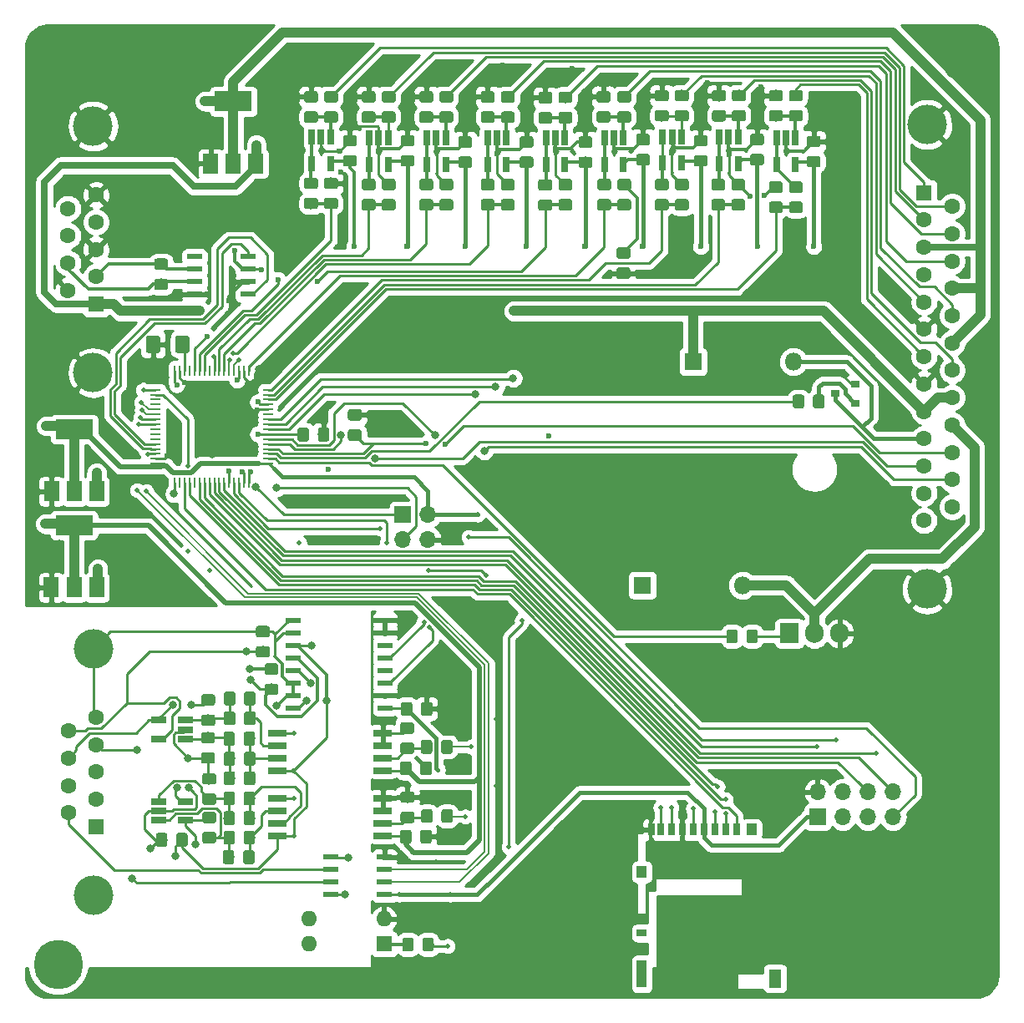
<source format=gbr>
G04 #@! TF.GenerationSoftware,KiCad,Pcbnew,(5.1.0)-1*
G04 #@! TF.CreationDate,2019-07-05T16:32:50+02:00*
G04 #@! TF.ProjectId,ECU_SMD,4543555f-534d-4442-9e6b-696361645f70,rev?*
G04 #@! TF.SameCoordinates,Original*
G04 #@! TF.FileFunction,Copper,L1,Top*
G04 #@! TF.FilePolarity,Positive*
%FSLAX46Y46*%
G04 Gerber Fmt 4.6, Leading zero omitted, Abs format (unit mm)*
G04 Created by KiCad (PCBNEW (5.1.0)-1) date 2019-07-05 16:32:50*
%MOMM*%
%LPD*%
G04 APERTURE LIST*
%ADD10C,0.100000*%
%ADD11C,1.150000*%
%ADD12R,1.500000X0.600000*%
%ADD13R,1.300000X1.900000*%
%ADD14R,1.000000X2.800000*%
%ADD15R,1.000000X0.800000*%
%ADD16R,1.000000X1.200000*%
%ADD17R,0.700000X1.200000*%
%ADD18R,1.600000X1.600000*%
%ADD19C,1.600000*%
%ADD20C,4.000000*%
%ADD21R,1.560000X0.650000*%
%ADD22O,1.600000X1.600000*%
%ADD23R,0.650000X1.560000*%
%ADD24R,1.550000X0.600000*%
%ADD25R,3.800000X2.000000*%
%ADD26R,1.500000X2.000000*%
%ADD27R,1.000000X0.250000*%
%ADD28R,0.250000X1.000000*%
%ADD29R,1.905000X0.640000*%
%ADD30R,1.700000X1.700000*%
%ADD31O,1.700000X1.700000*%
%ADD32R,0.900000X0.800000*%
%ADD33R,1.905000X2.000000*%
%ADD34O,1.905000X2.000000*%
%ADD35R,1.800000X1.800000*%
%ADD36O,1.800000X1.800000*%
%ADD37C,1.425000*%
%ADD38C,0.500000*%
%ADD39C,5.000000*%
%ADD40C,0.600000*%
%ADD41C,0.800000*%
%ADD42C,0.300000*%
%ADD43C,0.250000*%
%ADD44C,0.400000*%
%ADD45C,1.000000*%
%ADD46C,0.700000*%
%ADD47C,0.500000*%
%ADD48C,0.200000*%
%ADD49C,0.254000*%
G04 APERTURE END LIST*
D10*
G36*
X84762705Y-159372004D02*
G01*
X84786973Y-159375604D01*
X84810772Y-159381565D01*
X84833871Y-159389830D01*
X84856050Y-159400320D01*
X84877093Y-159412932D01*
X84896799Y-159427547D01*
X84914977Y-159444023D01*
X84931453Y-159462201D01*
X84946068Y-159481907D01*
X84958680Y-159502950D01*
X84969170Y-159525129D01*
X84977435Y-159548228D01*
X84983396Y-159572027D01*
X84986996Y-159596295D01*
X84988200Y-159620799D01*
X84988200Y-160520801D01*
X84986996Y-160545305D01*
X84983396Y-160569573D01*
X84977435Y-160593372D01*
X84969170Y-160616471D01*
X84958680Y-160638650D01*
X84946068Y-160659693D01*
X84931453Y-160679399D01*
X84914977Y-160697577D01*
X84896799Y-160714053D01*
X84877093Y-160728668D01*
X84856050Y-160741280D01*
X84833871Y-160751770D01*
X84810772Y-160760035D01*
X84786973Y-160765996D01*
X84762705Y-160769596D01*
X84738201Y-160770800D01*
X84088199Y-160770800D01*
X84063695Y-160769596D01*
X84039427Y-160765996D01*
X84015628Y-160760035D01*
X83992529Y-160751770D01*
X83970350Y-160741280D01*
X83949307Y-160728668D01*
X83929601Y-160714053D01*
X83911423Y-160697577D01*
X83894947Y-160679399D01*
X83880332Y-160659693D01*
X83867720Y-160638650D01*
X83857230Y-160616471D01*
X83848965Y-160593372D01*
X83843004Y-160569573D01*
X83839404Y-160545305D01*
X83838200Y-160520801D01*
X83838200Y-159620799D01*
X83839404Y-159596295D01*
X83843004Y-159572027D01*
X83848965Y-159548228D01*
X83857230Y-159525129D01*
X83867720Y-159502950D01*
X83880332Y-159481907D01*
X83894947Y-159462201D01*
X83911423Y-159444023D01*
X83929601Y-159427547D01*
X83949307Y-159412932D01*
X83970350Y-159400320D01*
X83992529Y-159389830D01*
X84015628Y-159381565D01*
X84039427Y-159375604D01*
X84063695Y-159372004D01*
X84088199Y-159370800D01*
X84738201Y-159370800D01*
X84762705Y-159372004D01*
X84762705Y-159372004D01*
G37*
D11*
X84413200Y-160070800D03*
D10*
G36*
X82712705Y-159372004D02*
G01*
X82736973Y-159375604D01*
X82760772Y-159381565D01*
X82783871Y-159389830D01*
X82806050Y-159400320D01*
X82827093Y-159412932D01*
X82846799Y-159427547D01*
X82864977Y-159444023D01*
X82881453Y-159462201D01*
X82896068Y-159481907D01*
X82908680Y-159502950D01*
X82919170Y-159525129D01*
X82927435Y-159548228D01*
X82933396Y-159572027D01*
X82936996Y-159596295D01*
X82938200Y-159620799D01*
X82938200Y-160520801D01*
X82936996Y-160545305D01*
X82933396Y-160569573D01*
X82927435Y-160593372D01*
X82919170Y-160616471D01*
X82908680Y-160638650D01*
X82896068Y-160659693D01*
X82881453Y-160679399D01*
X82864977Y-160697577D01*
X82846799Y-160714053D01*
X82827093Y-160728668D01*
X82806050Y-160741280D01*
X82783871Y-160751770D01*
X82760772Y-160760035D01*
X82736973Y-160765996D01*
X82712705Y-160769596D01*
X82688201Y-160770800D01*
X82038199Y-160770800D01*
X82013695Y-160769596D01*
X81989427Y-160765996D01*
X81965628Y-160760035D01*
X81942529Y-160751770D01*
X81920350Y-160741280D01*
X81899307Y-160728668D01*
X81879601Y-160714053D01*
X81861423Y-160697577D01*
X81844947Y-160679399D01*
X81830332Y-160659693D01*
X81817720Y-160638650D01*
X81807230Y-160616471D01*
X81798965Y-160593372D01*
X81793004Y-160569573D01*
X81789404Y-160545305D01*
X81788200Y-160520801D01*
X81788200Y-159620799D01*
X81789404Y-159596295D01*
X81793004Y-159572027D01*
X81798965Y-159548228D01*
X81807230Y-159525129D01*
X81817720Y-159502950D01*
X81830332Y-159481907D01*
X81844947Y-159462201D01*
X81861423Y-159444023D01*
X81879601Y-159427547D01*
X81899307Y-159412932D01*
X81920350Y-159400320D01*
X81942529Y-159389830D01*
X81965628Y-159381565D01*
X81989427Y-159375604D01*
X82013695Y-159372004D01*
X82038199Y-159370800D01*
X82688201Y-159370800D01*
X82712705Y-159372004D01*
X82712705Y-159372004D01*
G37*
D11*
X82363200Y-160070800D03*
D10*
G36*
X84737305Y-155358804D02*
G01*
X84761573Y-155362404D01*
X84785372Y-155368365D01*
X84808471Y-155376630D01*
X84830650Y-155387120D01*
X84851693Y-155399732D01*
X84871399Y-155414347D01*
X84889577Y-155430823D01*
X84906053Y-155449001D01*
X84920668Y-155468707D01*
X84933280Y-155489750D01*
X84943770Y-155511929D01*
X84952035Y-155535028D01*
X84957996Y-155558827D01*
X84961596Y-155583095D01*
X84962800Y-155607599D01*
X84962800Y-156507601D01*
X84961596Y-156532105D01*
X84957996Y-156556373D01*
X84952035Y-156580172D01*
X84943770Y-156603271D01*
X84933280Y-156625450D01*
X84920668Y-156646493D01*
X84906053Y-156666199D01*
X84889577Y-156684377D01*
X84871399Y-156700853D01*
X84851693Y-156715468D01*
X84830650Y-156728080D01*
X84808471Y-156738570D01*
X84785372Y-156746835D01*
X84761573Y-156752796D01*
X84737305Y-156756396D01*
X84712801Y-156757600D01*
X84062799Y-156757600D01*
X84038295Y-156756396D01*
X84014027Y-156752796D01*
X83990228Y-156746835D01*
X83967129Y-156738570D01*
X83944950Y-156728080D01*
X83923907Y-156715468D01*
X83904201Y-156700853D01*
X83886023Y-156684377D01*
X83869547Y-156666199D01*
X83854932Y-156646493D01*
X83842320Y-156625450D01*
X83831830Y-156603271D01*
X83823565Y-156580172D01*
X83817604Y-156556373D01*
X83814004Y-156532105D01*
X83812800Y-156507601D01*
X83812800Y-155607599D01*
X83814004Y-155583095D01*
X83817604Y-155558827D01*
X83823565Y-155535028D01*
X83831830Y-155511929D01*
X83842320Y-155489750D01*
X83854932Y-155468707D01*
X83869547Y-155449001D01*
X83886023Y-155430823D01*
X83904201Y-155414347D01*
X83923907Y-155399732D01*
X83944950Y-155387120D01*
X83967129Y-155376630D01*
X83990228Y-155368365D01*
X84014027Y-155362404D01*
X84038295Y-155358804D01*
X84062799Y-155357600D01*
X84712801Y-155357600D01*
X84737305Y-155358804D01*
X84737305Y-155358804D01*
G37*
D11*
X84387800Y-156057600D03*
D10*
G36*
X82687305Y-155358804D02*
G01*
X82711573Y-155362404D01*
X82735372Y-155368365D01*
X82758471Y-155376630D01*
X82780650Y-155387120D01*
X82801693Y-155399732D01*
X82821399Y-155414347D01*
X82839577Y-155430823D01*
X82856053Y-155449001D01*
X82870668Y-155468707D01*
X82883280Y-155489750D01*
X82893770Y-155511929D01*
X82902035Y-155535028D01*
X82907996Y-155558827D01*
X82911596Y-155583095D01*
X82912800Y-155607599D01*
X82912800Y-156507601D01*
X82911596Y-156532105D01*
X82907996Y-156556373D01*
X82902035Y-156580172D01*
X82893770Y-156603271D01*
X82883280Y-156625450D01*
X82870668Y-156646493D01*
X82856053Y-156666199D01*
X82839577Y-156684377D01*
X82821399Y-156700853D01*
X82801693Y-156715468D01*
X82780650Y-156728080D01*
X82758471Y-156738570D01*
X82735372Y-156746835D01*
X82711573Y-156752796D01*
X82687305Y-156756396D01*
X82662801Y-156757600D01*
X82012799Y-156757600D01*
X81988295Y-156756396D01*
X81964027Y-156752796D01*
X81940228Y-156746835D01*
X81917129Y-156738570D01*
X81894950Y-156728080D01*
X81873907Y-156715468D01*
X81854201Y-156700853D01*
X81836023Y-156684377D01*
X81819547Y-156666199D01*
X81804932Y-156646493D01*
X81792320Y-156625450D01*
X81781830Y-156603271D01*
X81773565Y-156580172D01*
X81767604Y-156556373D01*
X81764004Y-156532105D01*
X81762800Y-156507601D01*
X81762800Y-155607599D01*
X81764004Y-155583095D01*
X81767604Y-155558827D01*
X81773565Y-155535028D01*
X81781830Y-155511929D01*
X81792320Y-155489750D01*
X81804932Y-155468707D01*
X81819547Y-155449001D01*
X81836023Y-155430823D01*
X81854201Y-155414347D01*
X81873907Y-155399732D01*
X81894950Y-155387120D01*
X81917129Y-155376630D01*
X81940228Y-155368365D01*
X81964027Y-155362404D01*
X81988295Y-155358804D01*
X82012799Y-155357600D01*
X82662801Y-155357600D01*
X82687305Y-155358804D01*
X82687305Y-155358804D01*
G37*
D11*
X82337800Y-156057600D03*
D10*
G36*
X86224905Y-144629004D02*
G01*
X86249173Y-144632604D01*
X86272972Y-144638565D01*
X86296071Y-144646830D01*
X86318250Y-144657320D01*
X86339293Y-144669932D01*
X86358999Y-144684547D01*
X86377177Y-144701023D01*
X86393653Y-144719201D01*
X86408268Y-144738907D01*
X86420880Y-144759950D01*
X86431370Y-144782129D01*
X86439635Y-144805228D01*
X86445596Y-144829027D01*
X86449196Y-144853295D01*
X86450400Y-144877799D01*
X86450400Y-145527801D01*
X86449196Y-145552305D01*
X86445596Y-145576573D01*
X86439635Y-145600372D01*
X86431370Y-145623471D01*
X86420880Y-145645650D01*
X86408268Y-145666693D01*
X86393653Y-145686399D01*
X86377177Y-145704577D01*
X86358999Y-145721053D01*
X86339293Y-145735668D01*
X86318250Y-145748280D01*
X86296071Y-145758770D01*
X86272972Y-145767035D01*
X86249173Y-145772996D01*
X86224905Y-145776596D01*
X86200401Y-145777800D01*
X85300399Y-145777800D01*
X85275895Y-145776596D01*
X85251627Y-145772996D01*
X85227828Y-145767035D01*
X85204729Y-145758770D01*
X85182550Y-145748280D01*
X85161507Y-145735668D01*
X85141801Y-145721053D01*
X85123623Y-145704577D01*
X85107147Y-145686399D01*
X85092532Y-145666693D01*
X85079920Y-145645650D01*
X85069430Y-145623471D01*
X85061165Y-145600372D01*
X85055204Y-145576573D01*
X85051604Y-145552305D01*
X85050400Y-145527801D01*
X85050400Y-144877799D01*
X85051604Y-144853295D01*
X85055204Y-144829027D01*
X85061165Y-144805228D01*
X85069430Y-144782129D01*
X85079920Y-144759950D01*
X85092532Y-144738907D01*
X85107147Y-144719201D01*
X85123623Y-144701023D01*
X85141801Y-144684547D01*
X85161507Y-144669932D01*
X85182550Y-144657320D01*
X85204729Y-144646830D01*
X85227828Y-144638565D01*
X85251627Y-144632604D01*
X85275895Y-144629004D01*
X85300399Y-144627800D01*
X86200401Y-144627800D01*
X86224905Y-144629004D01*
X86224905Y-144629004D01*
G37*
D11*
X85750400Y-145202800D03*
D10*
G36*
X86224905Y-146679004D02*
G01*
X86249173Y-146682604D01*
X86272972Y-146688565D01*
X86296071Y-146696830D01*
X86318250Y-146707320D01*
X86339293Y-146719932D01*
X86358999Y-146734547D01*
X86377177Y-146751023D01*
X86393653Y-146769201D01*
X86408268Y-146788907D01*
X86420880Y-146809950D01*
X86431370Y-146832129D01*
X86439635Y-146855228D01*
X86445596Y-146879027D01*
X86449196Y-146903295D01*
X86450400Y-146927799D01*
X86450400Y-147577801D01*
X86449196Y-147602305D01*
X86445596Y-147626573D01*
X86439635Y-147650372D01*
X86431370Y-147673471D01*
X86420880Y-147695650D01*
X86408268Y-147716693D01*
X86393653Y-147736399D01*
X86377177Y-147754577D01*
X86358999Y-147771053D01*
X86339293Y-147785668D01*
X86318250Y-147798280D01*
X86296071Y-147808770D01*
X86272972Y-147817035D01*
X86249173Y-147822996D01*
X86224905Y-147826596D01*
X86200401Y-147827800D01*
X85300399Y-147827800D01*
X85275895Y-147826596D01*
X85251627Y-147822996D01*
X85227828Y-147817035D01*
X85204729Y-147808770D01*
X85182550Y-147798280D01*
X85161507Y-147785668D01*
X85141801Y-147771053D01*
X85123623Y-147754577D01*
X85107147Y-147736399D01*
X85092532Y-147716693D01*
X85079920Y-147695650D01*
X85069430Y-147673471D01*
X85061165Y-147650372D01*
X85055204Y-147626573D01*
X85051604Y-147602305D01*
X85050400Y-147577801D01*
X85050400Y-146927799D01*
X85051604Y-146903295D01*
X85055204Y-146879027D01*
X85061165Y-146855228D01*
X85069430Y-146832129D01*
X85079920Y-146809950D01*
X85092532Y-146788907D01*
X85107147Y-146769201D01*
X85123623Y-146751023D01*
X85141801Y-146734547D01*
X85161507Y-146719932D01*
X85182550Y-146707320D01*
X85204729Y-146696830D01*
X85227828Y-146688565D01*
X85251627Y-146682604D01*
X85275895Y-146679004D01*
X85300399Y-146677800D01*
X86200401Y-146677800D01*
X86224905Y-146679004D01*
X86224905Y-146679004D01*
G37*
D11*
X85750400Y-147252800D03*
D10*
G36*
X102644305Y-158356004D02*
G01*
X102668573Y-158359604D01*
X102692372Y-158365565D01*
X102715471Y-158373830D01*
X102737650Y-158384320D01*
X102758693Y-158396932D01*
X102778399Y-158411547D01*
X102796577Y-158428023D01*
X102813053Y-158446201D01*
X102827668Y-158465907D01*
X102840280Y-158486950D01*
X102850770Y-158509129D01*
X102859035Y-158532228D01*
X102864996Y-158556027D01*
X102868596Y-158580295D01*
X102869800Y-158604799D01*
X102869800Y-159504801D01*
X102868596Y-159529305D01*
X102864996Y-159553573D01*
X102859035Y-159577372D01*
X102850770Y-159600471D01*
X102840280Y-159622650D01*
X102827668Y-159643693D01*
X102813053Y-159663399D01*
X102796577Y-159681577D01*
X102778399Y-159698053D01*
X102758693Y-159712668D01*
X102737650Y-159725280D01*
X102715471Y-159735770D01*
X102692372Y-159744035D01*
X102668573Y-159749996D01*
X102644305Y-159753596D01*
X102619801Y-159754800D01*
X101969799Y-159754800D01*
X101945295Y-159753596D01*
X101921027Y-159749996D01*
X101897228Y-159744035D01*
X101874129Y-159735770D01*
X101851950Y-159725280D01*
X101830907Y-159712668D01*
X101811201Y-159698053D01*
X101793023Y-159681577D01*
X101776547Y-159663399D01*
X101761932Y-159643693D01*
X101749320Y-159622650D01*
X101738830Y-159600471D01*
X101730565Y-159577372D01*
X101724604Y-159553573D01*
X101721004Y-159529305D01*
X101719800Y-159504801D01*
X101719800Y-158604799D01*
X101721004Y-158580295D01*
X101724604Y-158556027D01*
X101730565Y-158532228D01*
X101738830Y-158509129D01*
X101749320Y-158486950D01*
X101761932Y-158465907D01*
X101776547Y-158446201D01*
X101793023Y-158428023D01*
X101811201Y-158411547D01*
X101830907Y-158396932D01*
X101851950Y-158384320D01*
X101874129Y-158373830D01*
X101897228Y-158365565D01*
X101921027Y-158359604D01*
X101945295Y-158356004D01*
X101969799Y-158354800D01*
X102619801Y-158354800D01*
X102644305Y-158356004D01*
X102644305Y-158356004D01*
G37*
D11*
X102294800Y-159054800D03*
D10*
G36*
X100594305Y-158356004D02*
G01*
X100618573Y-158359604D01*
X100642372Y-158365565D01*
X100665471Y-158373830D01*
X100687650Y-158384320D01*
X100708693Y-158396932D01*
X100728399Y-158411547D01*
X100746577Y-158428023D01*
X100763053Y-158446201D01*
X100777668Y-158465907D01*
X100790280Y-158486950D01*
X100800770Y-158509129D01*
X100809035Y-158532228D01*
X100814996Y-158556027D01*
X100818596Y-158580295D01*
X100819800Y-158604799D01*
X100819800Y-159504801D01*
X100818596Y-159529305D01*
X100814996Y-159553573D01*
X100809035Y-159577372D01*
X100800770Y-159600471D01*
X100790280Y-159622650D01*
X100777668Y-159643693D01*
X100763053Y-159663399D01*
X100746577Y-159681577D01*
X100728399Y-159698053D01*
X100708693Y-159712668D01*
X100687650Y-159725280D01*
X100665471Y-159735770D01*
X100642372Y-159744035D01*
X100618573Y-159749996D01*
X100594305Y-159753596D01*
X100569801Y-159754800D01*
X99919799Y-159754800D01*
X99895295Y-159753596D01*
X99871027Y-159749996D01*
X99847228Y-159744035D01*
X99824129Y-159735770D01*
X99801950Y-159725280D01*
X99780907Y-159712668D01*
X99761201Y-159698053D01*
X99743023Y-159681577D01*
X99726547Y-159663399D01*
X99711932Y-159643693D01*
X99699320Y-159622650D01*
X99688830Y-159600471D01*
X99680565Y-159577372D01*
X99674604Y-159553573D01*
X99671004Y-159529305D01*
X99669800Y-159504801D01*
X99669800Y-158604799D01*
X99671004Y-158580295D01*
X99674604Y-158556027D01*
X99680565Y-158532228D01*
X99688830Y-158509129D01*
X99699320Y-158486950D01*
X99711932Y-158465907D01*
X99726547Y-158446201D01*
X99743023Y-158428023D01*
X99761201Y-158411547D01*
X99780907Y-158396932D01*
X99801950Y-158384320D01*
X99824129Y-158373830D01*
X99847228Y-158365565D01*
X99871027Y-158359604D01*
X99895295Y-158356004D01*
X99919799Y-158354800D01*
X100569801Y-158354800D01*
X100594305Y-158356004D01*
X100594305Y-158356004D01*
G37*
D11*
X100244800Y-159054800D03*
D10*
G36*
X102644305Y-165290204D02*
G01*
X102668573Y-165293804D01*
X102692372Y-165299765D01*
X102715471Y-165308030D01*
X102737650Y-165318520D01*
X102758693Y-165331132D01*
X102778399Y-165345747D01*
X102796577Y-165362223D01*
X102813053Y-165380401D01*
X102827668Y-165400107D01*
X102840280Y-165421150D01*
X102850770Y-165443329D01*
X102859035Y-165466428D01*
X102864996Y-165490227D01*
X102868596Y-165514495D01*
X102869800Y-165538999D01*
X102869800Y-166439001D01*
X102868596Y-166463505D01*
X102864996Y-166487773D01*
X102859035Y-166511572D01*
X102850770Y-166534671D01*
X102840280Y-166556850D01*
X102827668Y-166577893D01*
X102813053Y-166597599D01*
X102796577Y-166615777D01*
X102778399Y-166632253D01*
X102758693Y-166646868D01*
X102737650Y-166659480D01*
X102715471Y-166669970D01*
X102692372Y-166678235D01*
X102668573Y-166684196D01*
X102644305Y-166687796D01*
X102619801Y-166689000D01*
X101969799Y-166689000D01*
X101945295Y-166687796D01*
X101921027Y-166684196D01*
X101897228Y-166678235D01*
X101874129Y-166669970D01*
X101851950Y-166659480D01*
X101830907Y-166646868D01*
X101811201Y-166632253D01*
X101793023Y-166615777D01*
X101776547Y-166597599D01*
X101761932Y-166577893D01*
X101749320Y-166556850D01*
X101738830Y-166534671D01*
X101730565Y-166511572D01*
X101724604Y-166487773D01*
X101721004Y-166463505D01*
X101719800Y-166439001D01*
X101719800Y-165538999D01*
X101721004Y-165514495D01*
X101724604Y-165490227D01*
X101730565Y-165466428D01*
X101738830Y-165443329D01*
X101749320Y-165421150D01*
X101761932Y-165400107D01*
X101776547Y-165380401D01*
X101793023Y-165362223D01*
X101811201Y-165345747D01*
X101830907Y-165331132D01*
X101851950Y-165318520D01*
X101874129Y-165308030D01*
X101897228Y-165299765D01*
X101921027Y-165293804D01*
X101945295Y-165290204D01*
X101969799Y-165289000D01*
X102619801Y-165289000D01*
X102644305Y-165290204D01*
X102644305Y-165290204D01*
G37*
D11*
X102294800Y-165989000D03*
D10*
G36*
X100594305Y-165290204D02*
G01*
X100618573Y-165293804D01*
X100642372Y-165299765D01*
X100665471Y-165308030D01*
X100687650Y-165318520D01*
X100708693Y-165331132D01*
X100728399Y-165345747D01*
X100746577Y-165362223D01*
X100763053Y-165380401D01*
X100777668Y-165400107D01*
X100790280Y-165421150D01*
X100800770Y-165443329D01*
X100809035Y-165466428D01*
X100814996Y-165490227D01*
X100818596Y-165514495D01*
X100819800Y-165538999D01*
X100819800Y-166439001D01*
X100818596Y-166463505D01*
X100814996Y-166487773D01*
X100809035Y-166511572D01*
X100800770Y-166534671D01*
X100790280Y-166556850D01*
X100777668Y-166577893D01*
X100763053Y-166597599D01*
X100746577Y-166615777D01*
X100728399Y-166632253D01*
X100708693Y-166646868D01*
X100687650Y-166659480D01*
X100665471Y-166669970D01*
X100642372Y-166678235D01*
X100618573Y-166684196D01*
X100594305Y-166687796D01*
X100569801Y-166689000D01*
X99919799Y-166689000D01*
X99895295Y-166687796D01*
X99871027Y-166684196D01*
X99847228Y-166678235D01*
X99824129Y-166669970D01*
X99801950Y-166659480D01*
X99780907Y-166646868D01*
X99761201Y-166632253D01*
X99743023Y-166615777D01*
X99726547Y-166597599D01*
X99711932Y-166577893D01*
X99699320Y-166556850D01*
X99688830Y-166534671D01*
X99680565Y-166511572D01*
X99674604Y-166487773D01*
X99671004Y-166463505D01*
X99669800Y-166439001D01*
X99669800Y-165538999D01*
X99671004Y-165514495D01*
X99674604Y-165490227D01*
X99680565Y-165466428D01*
X99688830Y-165443329D01*
X99699320Y-165421150D01*
X99711932Y-165400107D01*
X99726547Y-165380401D01*
X99743023Y-165362223D01*
X99761201Y-165345747D01*
X99780907Y-165331132D01*
X99801950Y-165318520D01*
X99824129Y-165308030D01*
X99847228Y-165299765D01*
X99871027Y-165293804D01*
X99895295Y-165290204D01*
X99919799Y-165289000D01*
X100569801Y-165289000D01*
X100594305Y-165290204D01*
X100594305Y-165290204D01*
G37*
D11*
X100244800Y-165989000D03*
D10*
G36*
X102702505Y-156197004D02*
G01*
X102726773Y-156200604D01*
X102750572Y-156206565D01*
X102773671Y-156214830D01*
X102795850Y-156225320D01*
X102816893Y-156237932D01*
X102836599Y-156252547D01*
X102854777Y-156269023D01*
X102871253Y-156287201D01*
X102885868Y-156306907D01*
X102898480Y-156327950D01*
X102908970Y-156350129D01*
X102917235Y-156373228D01*
X102923196Y-156397027D01*
X102926796Y-156421295D01*
X102928000Y-156445799D01*
X102928000Y-157345801D01*
X102926796Y-157370305D01*
X102923196Y-157394573D01*
X102917235Y-157418372D01*
X102908970Y-157441471D01*
X102898480Y-157463650D01*
X102885868Y-157484693D01*
X102871253Y-157504399D01*
X102854777Y-157522577D01*
X102836599Y-157539053D01*
X102816893Y-157553668D01*
X102795850Y-157566280D01*
X102773671Y-157576770D01*
X102750572Y-157585035D01*
X102726773Y-157590996D01*
X102702505Y-157594596D01*
X102678001Y-157595800D01*
X102027999Y-157595800D01*
X102003495Y-157594596D01*
X101979227Y-157590996D01*
X101955428Y-157585035D01*
X101932329Y-157576770D01*
X101910150Y-157566280D01*
X101889107Y-157553668D01*
X101869401Y-157539053D01*
X101851223Y-157522577D01*
X101834747Y-157504399D01*
X101820132Y-157484693D01*
X101807520Y-157463650D01*
X101797030Y-157441471D01*
X101788765Y-157418372D01*
X101782804Y-157394573D01*
X101779204Y-157370305D01*
X101778000Y-157345801D01*
X101778000Y-156445799D01*
X101779204Y-156421295D01*
X101782804Y-156397027D01*
X101788765Y-156373228D01*
X101797030Y-156350129D01*
X101807520Y-156327950D01*
X101820132Y-156306907D01*
X101834747Y-156287201D01*
X101851223Y-156269023D01*
X101869401Y-156252547D01*
X101889107Y-156237932D01*
X101910150Y-156225320D01*
X101932329Y-156214830D01*
X101955428Y-156206565D01*
X101979227Y-156200604D01*
X102003495Y-156197004D01*
X102027999Y-156195800D01*
X102678001Y-156195800D01*
X102702505Y-156197004D01*
X102702505Y-156197004D01*
G37*
D11*
X102353000Y-156895800D03*
D10*
G36*
X104752505Y-156197004D02*
G01*
X104776773Y-156200604D01*
X104800572Y-156206565D01*
X104823671Y-156214830D01*
X104845850Y-156225320D01*
X104866893Y-156237932D01*
X104886599Y-156252547D01*
X104904777Y-156269023D01*
X104921253Y-156287201D01*
X104935868Y-156306907D01*
X104948480Y-156327950D01*
X104958970Y-156350129D01*
X104967235Y-156373228D01*
X104973196Y-156397027D01*
X104976796Y-156421295D01*
X104978000Y-156445799D01*
X104978000Y-157345801D01*
X104976796Y-157370305D01*
X104973196Y-157394573D01*
X104967235Y-157418372D01*
X104958970Y-157441471D01*
X104948480Y-157463650D01*
X104935868Y-157484693D01*
X104921253Y-157504399D01*
X104904777Y-157522577D01*
X104886599Y-157539053D01*
X104866893Y-157553668D01*
X104845850Y-157566280D01*
X104823671Y-157576770D01*
X104800572Y-157585035D01*
X104776773Y-157590996D01*
X104752505Y-157594596D01*
X104728001Y-157595800D01*
X104077999Y-157595800D01*
X104053495Y-157594596D01*
X104029227Y-157590996D01*
X104005428Y-157585035D01*
X103982329Y-157576770D01*
X103960150Y-157566280D01*
X103939107Y-157553668D01*
X103919401Y-157539053D01*
X103901223Y-157522577D01*
X103884747Y-157504399D01*
X103870132Y-157484693D01*
X103857520Y-157463650D01*
X103847030Y-157441471D01*
X103838765Y-157418372D01*
X103832804Y-157394573D01*
X103829204Y-157370305D01*
X103828000Y-157345801D01*
X103828000Y-156445799D01*
X103829204Y-156421295D01*
X103832804Y-156397027D01*
X103838765Y-156373228D01*
X103847030Y-156350129D01*
X103857520Y-156327950D01*
X103870132Y-156306907D01*
X103884747Y-156287201D01*
X103901223Y-156269023D01*
X103919401Y-156252547D01*
X103939107Y-156237932D01*
X103960150Y-156225320D01*
X103982329Y-156214830D01*
X104005428Y-156206565D01*
X104029227Y-156200604D01*
X104053495Y-156197004D01*
X104077999Y-156195800D01*
X104728001Y-156195800D01*
X104752505Y-156197004D01*
X104752505Y-156197004D01*
G37*
D11*
X104403000Y-156895800D03*
D10*
G36*
X102720505Y-152336204D02*
G01*
X102744773Y-152339804D01*
X102768572Y-152345765D01*
X102791671Y-152354030D01*
X102813850Y-152364520D01*
X102834893Y-152377132D01*
X102854599Y-152391747D01*
X102872777Y-152408223D01*
X102889253Y-152426401D01*
X102903868Y-152446107D01*
X102916480Y-152467150D01*
X102926970Y-152489329D01*
X102935235Y-152512428D01*
X102941196Y-152536227D01*
X102944796Y-152560495D01*
X102946000Y-152584999D01*
X102946000Y-153485001D01*
X102944796Y-153509505D01*
X102941196Y-153533773D01*
X102935235Y-153557572D01*
X102926970Y-153580671D01*
X102916480Y-153602850D01*
X102903868Y-153623893D01*
X102889253Y-153643599D01*
X102872777Y-153661777D01*
X102854599Y-153678253D01*
X102834893Y-153692868D01*
X102813850Y-153705480D01*
X102791671Y-153715970D01*
X102768572Y-153724235D01*
X102744773Y-153730196D01*
X102720505Y-153733796D01*
X102696001Y-153735000D01*
X102045999Y-153735000D01*
X102021495Y-153733796D01*
X101997227Y-153730196D01*
X101973428Y-153724235D01*
X101950329Y-153715970D01*
X101928150Y-153705480D01*
X101907107Y-153692868D01*
X101887401Y-153678253D01*
X101869223Y-153661777D01*
X101852747Y-153643599D01*
X101838132Y-153623893D01*
X101825520Y-153602850D01*
X101815030Y-153580671D01*
X101806765Y-153557572D01*
X101800804Y-153533773D01*
X101797204Y-153509505D01*
X101796000Y-153485001D01*
X101796000Y-152584999D01*
X101797204Y-152560495D01*
X101800804Y-152536227D01*
X101806765Y-152512428D01*
X101815030Y-152489329D01*
X101825520Y-152467150D01*
X101838132Y-152446107D01*
X101852747Y-152426401D01*
X101869223Y-152408223D01*
X101887401Y-152391747D01*
X101907107Y-152377132D01*
X101928150Y-152364520D01*
X101950329Y-152354030D01*
X101973428Y-152345765D01*
X101997227Y-152339804D01*
X102021495Y-152336204D01*
X102045999Y-152335000D01*
X102696001Y-152335000D01*
X102720505Y-152336204D01*
X102720505Y-152336204D01*
G37*
D11*
X102371000Y-153035000D03*
D10*
G36*
X100670505Y-152336204D02*
G01*
X100694773Y-152339804D01*
X100718572Y-152345765D01*
X100741671Y-152354030D01*
X100763850Y-152364520D01*
X100784893Y-152377132D01*
X100804599Y-152391747D01*
X100822777Y-152408223D01*
X100839253Y-152426401D01*
X100853868Y-152446107D01*
X100866480Y-152467150D01*
X100876970Y-152489329D01*
X100885235Y-152512428D01*
X100891196Y-152536227D01*
X100894796Y-152560495D01*
X100896000Y-152584999D01*
X100896000Y-153485001D01*
X100894796Y-153509505D01*
X100891196Y-153533773D01*
X100885235Y-153557572D01*
X100876970Y-153580671D01*
X100866480Y-153602850D01*
X100853868Y-153623893D01*
X100839253Y-153643599D01*
X100822777Y-153661777D01*
X100804599Y-153678253D01*
X100784893Y-153692868D01*
X100763850Y-153705480D01*
X100741671Y-153715970D01*
X100718572Y-153724235D01*
X100694773Y-153730196D01*
X100670505Y-153733796D01*
X100646001Y-153735000D01*
X99995999Y-153735000D01*
X99971495Y-153733796D01*
X99947227Y-153730196D01*
X99923428Y-153724235D01*
X99900329Y-153715970D01*
X99878150Y-153705480D01*
X99857107Y-153692868D01*
X99837401Y-153678253D01*
X99819223Y-153661777D01*
X99802747Y-153643599D01*
X99788132Y-153623893D01*
X99775520Y-153602850D01*
X99765030Y-153580671D01*
X99756765Y-153557572D01*
X99750804Y-153533773D01*
X99747204Y-153509505D01*
X99746000Y-153485001D01*
X99746000Y-152584999D01*
X99747204Y-152560495D01*
X99750804Y-152536227D01*
X99756765Y-152512428D01*
X99765030Y-152489329D01*
X99775520Y-152467150D01*
X99788132Y-152446107D01*
X99802747Y-152426401D01*
X99819223Y-152408223D01*
X99837401Y-152391747D01*
X99857107Y-152377132D01*
X99878150Y-152364520D01*
X99900329Y-152354030D01*
X99923428Y-152345765D01*
X99947227Y-152339804D01*
X99971495Y-152336204D01*
X99995999Y-152335000D01*
X100646001Y-152335000D01*
X100670505Y-152336204D01*
X100670505Y-152336204D01*
G37*
D11*
X100321000Y-153035000D03*
D12*
X98137000Y-152962400D03*
X98137000Y-151692400D03*
X98137000Y-150422400D03*
X98137000Y-149152400D03*
X98137000Y-147882400D03*
X98137000Y-146612400D03*
X98137000Y-145342400D03*
X98137000Y-144072400D03*
X88837000Y-144072400D03*
X88837000Y-145342400D03*
X88837000Y-146612400D03*
X88837000Y-147882400D03*
X88837000Y-149152400D03*
X88837000Y-150422400D03*
X88837000Y-151692400D03*
X88837000Y-152962400D03*
D10*
G36*
X87103505Y-148433604D02*
G01*
X87127773Y-148437204D01*
X87151572Y-148443165D01*
X87174671Y-148451430D01*
X87196850Y-148461920D01*
X87217893Y-148474532D01*
X87237599Y-148489147D01*
X87255777Y-148505623D01*
X87272253Y-148523801D01*
X87286868Y-148543507D01*
X87299480Y-148564550D01*
X87309970Y-148586729D01*
X87318235Y-148609828D01*
X87324196Y-148633627D01*
X87327796Y-148657895D01*
X87329000Y-148682399D01*
X87329000Y-149332401D01*
X87327796Y-149356905D01*
X87324196Y-149381173D01*
X87318235Y-149404972D01*
X87309970Y-149428071D01*
X87299480Y-149450250D01*
X87286868Y-149471293D01*
X87272253Y-149490999D01*
X87255777Y-149509177D01*
X87237599Y-149525653D01*
X87217893Y-149540268D01*
X87196850Y-149552880D01*
X87174671Y-149563370D01*
X87151572Y-149571635D01*
X87127773Y-149577596D01*
X87103505Y-149581196D01*
X87079001Y-149582400D01*
X86178999Y-149582400D01*
X86154495Y-149581196D01*
X86130227Y-149577596D01*
X86106428Y-149571635D01*
X86083329Y-149563370D01*
X86061150Y-149552880D01*
X86040107Y-149540268D01*
X86020401Y-149525653D01*
X86002223Y-149509177D01*
X85985747Y-149490999D01*
X85971132Y-149471293D01*
X85958520Y-149450250D01*
X85948030Y-149428071D01*
X85939765Y-149404972D01*
X85933804Y-149381173D01*
X85930204Y-149356905D01*
X85929000Y-149332401D01*
X85929000Y-148682399D01*
X85930204Y-148657895D01*
X85933804Y-148633627D01*
X85939765Y-148609828D01*
X85948030Y-148586729D01*
X85958520Y-148564550D01*
X85971132Y-148543507D01*
X85985747Y-148523801D01*
X86002223Y-148505623D01*
X86020401Y-148489147D01*
X86040107Y-148474532D01*
X86061150Y-148461920D01*
X86083329Y-148451430D01*
X86106428Y-148443165D01*
X86130227Y-148437204D01*
X86154495Y-148433604D01*
X86178999Y-148432400D01*
X87079001Y-148432400D01*
X87103505Y-148433604D01*
X87103505Y-148433604D01*
G37*
D11*
X86629000Y-149007400D03*
D10*
G36*
X87103505Y-150483604D02*
G01*
X87127773Y-150487204D01*
X87151572Y-150493165D01*
X87174671Y-150501430D01*
X87196850Y-150511920D01*
X87217893Y-150524532D01*
X87237599Y-150539147D01*
X87255777Y-150555623D01*
X87272253Y-150573801D01*
X87286868Y-150593507D01*
X87299480Y-150614550D01*
X87309970Y-150636729D01*
X87318235Y-150659828D01*
X87324196Y-150683627D01*
X87327796Y-150707895D01*
X87329000Y-150732399D01*
X87329000Y-151382401D01*
X87327796Y-151406905D01*
X87324196Y-151431173D01*
X87318235Y-151454972D01*
X87309970Y-151478071D01*
X87299480Y-151500250D01*
X87286868Y-151521293D01*
X87272253Y-151540999D01*
X87255777Y-151559177D01*
X87237599Y-151575653D01*
X87217893Y-151590268D01*
X87196850Y-151602880D01*
X87174671Y-151613370D01*
X87151572Y-151621635D01*
X87127773Y-151627596D01*
X87103505Y-151631196D01*
X87079001Y-151632400D01*
X86178999Y-151632400D01*
X86154495Y-151631196D01*
X86130227Y-151627596D01*
X86106428Y-151621635D01*
X86083329Y-151613370D01*
X86061150Y-151602880D01*
X86040107Y-151590268D01*
X86020401Y-151575653D01*
X86002223Y-151559177D01*
X85985747Y-151540999D01*
X85971132Y-151521293D01*
X85958520Y-151500250D01*
X85948030Y-151478071D01*
X85939765Y-151454972D01*
X85933804Y-151431173D01*
X85930204Y-151406905D01*
X85929000Y-151382401D01*
X85929000Y-150732399D01*
X85930204Y-150707895D01*
X85933804Y-150683627D01*
X85939765Y-150659828D01*
X85948030Y-150636729D01*
X85958520Y-150614550D01*
X85971132Y-150593507D01*
X85985747Y-150573801D01*
X86002223Y-150555623D01*
X86020401Y-150539147D01*
X86040107Y-150524532D01*
X86061150Y-150511920D01*
X86083329Y-150501430D01*
X86106428Y-150493165D01*
X86130227Y-150487204D01*
X86154495Y-150483604D01*
X86178999Y-150482400D01*
X87079001Y-150482400D01*
X87103505Y-150483604D01*
X87103505Y-150483604D01*
G37*
D11*
X86629000Y-151057400D03*
D13*
X137675000Y-180375000D03*
D14*
X124175000Y-179925000D03*
D15*
X124175000Y-175775000D03*
D16*
X124175000Y-169575000D03*
X135325000Y-165275000D03*
D17*
X127175000Y-165275000D03*
X128275000Y-165275000D03*
X129375000Y-165275000D03*
X130475000Y-165275000D03*
X131575000Y-165275000D03*
X132675000Y-165275000D03*
X133775000Y-165275000D03*
X126075000Y-165275000D03*
X125125000Y-165275000D03*
D18*
X68867000Y-164969000D03*
D19*
X68867000Y-162199000D03*
X68867000Y-159429000D03*
X68867000Y-156659000D03*
X68867000Y-153889000D03*
X66027000Y-163584000D03*
X66027000Y-160814000D03*
X66027000Y-158044000D03*
X66027000Y-155274000D03*
D20*
X68567000Y-146929000D03*
X68567000Y-171929000D03*
D21*
X77931000Y-162422800D03*
X77931000Y-164322800D03*
X75231000Y-164322800D03*
X75231000Y-163372800D03*
X75231000Y-162422800D03*
X75231000Y-156093200D03*
X75231000Y-154193200D03*
X77931000Y-154193200D03*
X77931000Y-155143200D03*
X77931000Y-156093200D03*
D10*
G36*
X80789305Y-165525804D02*
G01*
X80813573Y-165529404D01*
X80837372Y-165535365D01*
X80860471Y-165543630D01*
X80882650Y-165554120D01*
X80903693Y-165566732D01*
X80923399Y-165581347D01*
X80941577Y-165597823D01*
X80958053Y-165616001D01*
X80972668Y-165635707D01*
X80985280Y-165656750D01*
X80995770Y-165678929D01*
X81004035Y-165702028D01*
X81009996Y-165725827D01*
X81013596Y-165750095D01*
X81014800Y-165774599D01*
X81014800Y-166424601D01*
X81013596Y-166449105D01*
X81009996Y-166473373D01*
X81004035Y-166497172D01*
X80995770Y-166520271D01*
X80985280Y-166542450D01*
X80972668Y-166563493D01*
X80958053Y-166583199D01*
X80941577Y-166601377D01*
X80923399Y-166617853D01*
X80903693Y-166632468D01*
X80882650Y-166645080D01*
X80860471Y-166655570D01*
X80837372Y-166663835D01*
X80813573Y-166669796D01*
X80789305Y-166673396D01*
X80764801Y-166674600D01*
X79864799Y-166674600D01*
X79840295Y-166673396D01*
X79816027Y-166669796D01*
X79792228Y-166663835D01*
X79769129Y-166655570D01*
X79746950Y-166645080D01*
X79725907Y-166632468D01*
X79706201Y-166617853D01*
X79688023Y-166601377D01*
X79671547Y-166583199D01*
X79656932Y-166563493D01*
X79644320Y-166542450D01*
X79633830Y-166520271D01*
X79625565Y-166497172D01*
X79619604Y-166473373D01*
X79616004Y-166449105D01*
X79614800Y-166424601D01*
X79614800Y-165774599D01*
X79616004Y-165750095D01*
X79619604Y-165725827D01*
X79625565Y-165702028D01*
X79633830Y-165678929D01*
X79644320Y-165656750D01*
X79656932Y-165635707D01*
X79671547Y-165616001D01*
X79688023Y-165597823D01*
X79706201Y-165581347D01*
X79725907Y-165566732D01*
X79746950Y-165554120D01*
X79769129Y-165543630D01*
X79792228Y-165535365D01*
X79816027Y-165529404D01*
X79840295Y-165525804D01*
X79864799Y-165524600D01*
X80764801Y-165524600D01*
X80789305Y-165525804D01*
X80789305Y-165525804D01*
G37*
D11*
X80314800Y-166099600D03*
D10*
G36*
X80789305Y-163475804D02*
G01*
X80813573Y-163479404D01*
X80837372Y-163485365D01*
X80860471Y-163493630D01*
X80882650Y-163504120D01*
X80903693Y-163516732D01*
X80923399Y-163531347D01*
X80941577Y-163547823D01*
X80958053Y-163566001D01*
X80972668Y-163585707D01*
X80985280Y-163606750D01*
X80995770Y-163628929D01*
X81004035Y-163652028D01*
X81009996Y-163675827D01*
X81013596Y-163700095D01*
X81014800Y-163724599D01*
X81014800Y-164374601D01*
X81013596Y-164399105D01*
X81009996Y-164423373D01*
X81004035Y-164447172D01*
X80995770Y-164470271D01*
X80985280Y-164492450D01*
X80972668Y-164513493D01*
X80958053Y-164533199D01*
X80941577Y-164551377D01*
X80923399Y-164567853D01*
X80903693Y-164582468D01*
X80882650Y-164595080D01*
X80860471Y-164605570D01*
X80837372Y-164613835D01*
X80813573Y-164619796D01*
X80789305Y-164623396D01*
X80764801Y-164624600D01*
X79864799Y-164624600D01*
X79840295Y-164623396D01*
X79816027Y-164619796D01*
X79792228Y-164613835D01*
X79769129Y-164605570D01*
X79746950Y-164595080D01*
X79725907Y-164582468D01*
X79706201Y-164567853D01*
X79688023Y-164551377D01*
X79671547Y-164533199D01*
X79656932Y-164513493D01*
X79644320Y-164492450D01*
X79633830Y-164470271D01*
X79625565Y-164447172D01*
X79619604Y-164423373D01*
X79616004Y-164399105D01*
X79614800Y-164374601D01*
X79614800Y-163724599D01*
X79616004Y-163700095D01*
X79619604Y-163675827D01*
X79625565Y-163652028D01*
X79633830Y-163628929D01*
X79644320Y-163606750D01*
X79656932Y-163585707D01*
X79671547Y-163566001D01*
X79688023Y-163547823D01*
X79706201Y-163531347D01*
X79725907Y-163516732D01*
X79746950Y-163504120D01*
X79769129Y-163493630D01*
X79792228Y-163485365D01*
X79816027Y-163479404D01*
X79840295Y-163475804D01*
X79864799Y-163474600D01*
X80764801Y-163474600D01*
X80789305Y-163475804D01*
X80789305Y-163475804D01*
G37*
D11*
X80314800Y-164049600D03*
D10*
G36*
X80687705Y-153613204D02*
G01*
X80711973Y-153616804D01*
X80735772Y-153622765D01*
X80758871Y-153631030D01*
X80781050Y-153641520D01*
X80802093Y-153654132D01*
X80821799Y-153668747D01*
X80839977Y-153685223D01*
X80856453Y-153703401D01*
X80871068Y-153723107D01*
X80883680Y-153744150D01*
X80894170Y-153766329D01*
X80902435Y-153789428D01*
X80908396Y-153813227D01*
X80911996Y-153837495D01*
X80913200Y-153861999D01*
X80913200Y-154512001D01*
X80911996Y-154536505D01*
X80908396Y-154560773D01*
X80902435Y-154584572D01*
X80894170Y-154607671D01*
X80883680Y-154629850D01*
X80871068Y-154650893D01*
X80856453Y-154670599D01*
X80839977Y-154688777D01*
X80821799Y-154705253D01*
X80802093Y-154719868D01*
X80781050Y-154732480D01*
X80758871Y-154742970D01*
X80735772Y-154751235D01*
X80711973Y-154757196D01*
X80687705Y-154760796D01*
X80663201Y-154762000D01*
X79763199Y-154762000D01*
X79738695Y-154760796D01*
X79714427Y-154757196D01*
X79690628Y-154751235D01*
X79667529Y-154742970D01*
X79645350Y-154732480D01*
X79624307Y-154719868D01*
X79604601Y-154705253D01*
X79586423Y-154688777D01*
X79569947Y-154670599D01*
X79555332Y-154650893D01*
X79542720Y-154629850D01*
X79532230Y-154607671D01*
X79523965Y-154584572D01*
X79518004Y-154560773D01*
X79514404Y-154536505D01*
X79513200Y-154512001D01*
X79513200Y-153861999D01*
X79514404Y-153837495D01*
X79518004Y-153813227D01*
X79523965Y-153789428D01*
X79532230Y-153766329D01*
X79542720Y-153744150D01*
X79555332Y-153723107D01*
X79569947Y-153703401D01*
X79586423Y-153685223D01*
X79604601Y-153668747D01*
X79624307Y-153654132D01*
X79645350Y-153641520D01*
X79667529Y-153631030D01*
X79690628Y-153622765D01*
X79714427Y-153616804D01*
X79738695Y-153613204D01*
X79763199Y-153612000D01*
X80663201Y-153612000D01*
X80687705Y-153613204D01*
X80687705Y-153613204D01*
G37*
D11*
X80213200Y-154187000D03*
D10*
G36*
X80687705Y-151563204D02*
G01*
X80711973Y-151566804D01*
X80735772Y-151572765D01*
X80758871Y-151581030D01*
X80781050Y-151591520D01*
X80802093Y-151604132D01*
X80821799Y-151618747D01*
X80839977Y-151635223D01*
X80856453Y-151653401D01*
X80871068Y-151673107D01*
X80883680Y-151694150D01*
X80894170Y-151716329D01*
X80902435Y-151739428D01*
X80908396Y-151763227D01*
X80911996Y-151787495D01*
X80913200Y-151811999D01*
X80913200Y-152462001D01*
X80911996Y-152486505D01*
X80908396Y-152510773D01*
X80902435Y-152534572D01*
X80894170Y-152557671D01*
X80883680Y-152579850D01*
X80871068Y-152600893D01*
X80856453Y-152620599D01*
X80839977Y-152638777D01*
X80821799Y-152655253D01*
X80802093Y-152669868D01*
X80781050Y-152682480D01*
X80758871Y-152692970D01*
X80735772Y-152701235D01*
X80711973Y-152707196D01*
X80687705Y-152710796D01*
X80663201Y-152712000D01*
X79763199Y-152712000D01*
X79738695Y-152710796D01*
X79714427Y-152707196D01*
X79690628Y-152701235D01*
X79667529Y-152692970D01*
X79645350Y-152682480D01*
X79624307Y-152669868D01*
X79604601Y-152655253D01*
X79586423Y-152638777D01*
X79569947Y-152620599D01*
X79555332Y-152600893D01*
X79542720Y-152579850D01*
X79532230Y-152557671D01*
X79523965Y-152534572D01*
X79518004Y-152510773D01*
X79514404Y-152486505D01*
X79513200Y-152462001D01*
X79513200Y-151811999D01*
X79514404Y-151787495D01*
X79518004Y-151763227D01*
X79523965Y-151739428D01*
X79532230Y-151716329D01*
X79542720Y-151694150D01*
X79555332Y-151673107D01*
X79569947Y-151653401D01*
X79586423Y-151635223D01*
X79604601Y-151618747D01*
X79624307Y-151604132D01*
X79645350Y-151591520D01*
X79667529Y-151581030D01*
X79690628Y-151572765D01*
X79714427Y-151566804D01*
X79738695Y-151563204D01*
X79763199Y-151562000D01*
X80663201Y-151562000D01*
X80687705Y-151563204D01*
X80687705Y-151563204D01*
G37*
D11*
X80213200Y-152137000D03*
D10*
G36*
X80789305Y-159564204D02*
G01*
X80813573Y-159567804D01*
X80837372Y-159573765D01*
X80860471Y-159582030D01*
X80882650Y-159592520D01*
X80903693Y-159605132D01*
X80923399Y-159619747D01*
X80941577Y-159636223D01*
X80958053Y-159654401D01*
X80972668Y-159674107D01*
X80985280Y-159695150D01*
X80995770Y-159717329D01*
X81004035Y-159740428D01*
X81009996Y-159764227D01*
X81013596Y-159788495D01*
X81014800Y-159812999D01*
X81014800Y-160463001D01*
X81013596Y-160487505D01*
X81009996Y-160511773D01*
X81004035Y-160535572D01*
X80995770Y-160558671D01*
X80985280Y-160580850D01*
X80972668Y-160601893D01*
X80958053Y-160621599D01*
X80941577Y-160639777D01*
X80923399Y-160656253D01*
X80903693Y-160670868D01*
X80882650Y-160683480D01*
X80860471Y-160693970D01*
X80837372Y-160702235D01*
X80813573Y-160708196D01*
X80789305Y-160711796D01*
X80764801Y-160713000D01*
X79864799Y-160713000D01*
X79840295Y-160711796D01*
X79816027Y-160708196D01*
X79792228Y-160702235D01*
X79769129Y-160693970D01*
X79746950Y-160683480D01*
X79725907Y-160670868D01*
X79706201Y-160656253D01*
X79688023Y-160639777D01*
X79671547Y-160621599D01*
X79656932Y-160601893D01*
X79644320Y-160580850D01*
X79633830Y-160558671D01*
X79625565Y-160535572D01*
X79619604Y-160511773D01*
X79616004Y-160487505D01*
X79614800Y-160463001D01*
X79614800Y-159812999D01*
X79616004Y-159788495D01*
X79619604Y-159764227D01*
X79625565Y-159740428D01*
X79633830Y-159717329D01*
X79644320Y-159695150D01*
X79656932Y-159674107D01*
X79671547Y-159654401D01*
X79688023Y-159636223D01*
X79706201Y-159619747D01*
X79725907Y-159605132D01*
X79746950Y-159592520D01*
X79769129Y-159582030D01*
X79792228Y-159573765D01*
X79816027Y-159567804D01*
X79840295Y-159564204D01*
X79864799Y-159563000D01*
X80764801Y-159563000D01*
X80789305Y-159564204D01*
X80789305Y-159564204D01*
G37*
D11*
X80314800Y-160138000D03*
D10*
G36*
X80789305Y-161614204D02*
G01*
X80813573Y-161617804D01*
X80837372Y-161623765D01*
X80860471Y-161632030D01*
X80882650Y-161642520D01*
X80903693Y-161655132D01*
X80923399Y-161669747D01*
X80941577Y-161686223D01*
X80958053Y-161704401D01*
X80972668Y-161724107D01*
X80985280Y-161745150D01*
X80995770Y-161767329D01*
X81004035Y-161790428D01*
X81009996Y-161814227D01*
X81013596Y-161838495D01*
X81014800Y-161862999D01*
X81014800Y-162513001D01*
X81013596Y-162537505D01*
X81009996Y-162561773D01*
X81004035Y-162585572D01*
X80995770Y-162608671D01*
X80985280Y-162630850D01*
X80972668Y-162651893D01*
X80958053Y-162671599D01*
X80941577Y-162689777D01*
X80923399Y-162706253D01*
X80903693Y-162720868D01*
X80882650Y-162733480D01*
X80860471Y-162743970D01*
X80837372Y-162752235D01*
X80813573Y-162758196D01*
X80789305Y-162761796D01*
X80764801Y-162763000D01*
X79864799Y-162763000D01*
X79840295Y-162761796D01*
X79816027Y-162758196D01*
X79792228Y-162752235D01*
X79769129Y-162743970D01*
X79746950Y-162733480D01*
X79725907Y-162720868D01*
X79706201Y-162706253D01*
X79688023Y-162689777D01*
X79671547Y-162671599D01*
X79656932Y-162651893D01*
X79644320Y-162630850D01*
X79633830Y-162608671D01*
X79625565Y-162585572D01*
X79619604Y-162561773D01*
X79616004Y-162537505D01*
X79614800Y-162513001D01*
X79614800Y-161862999D01*
X79616004Y-161838495D01*
X79619604Y-161814227D01*
X79625565Y-161790428D01*
X79633830Y-161767329D01*
X79644320Y-161745150D01*
X79656932Y-161724107D01*
X79671547Y-161704401D01*
X79688023Y-161686223D01*
X79706201Y-161669747D01*
X79725907Y-161655132D01*
X79746950Y-161642520D01*
X79769129Y-161632030D01*
X79792228Y-161623765D01*
X79816027Y-161617804D01*
X79840295Y-161614204D01*
X79864799Y-161613000D01*
X80764801Y-161613000D01*
X80789305Y-161614204D01*
X80789305Y-161614204D01*
G37*
D11*
X80314800Y-162188000D03*
D10*
G36*
X80662305Y-157448604D02*
G01*
X80686573Y-157452204D01*
X80710372Y-157458165D01*
X80733471Y-157466430D01*
X80755650Y-157476920D01*
X80776693Y-157489532D01*
X80796399Y-157504147D01*
X80814577Y-157520623D01*
X80831053Y-157538801D01*
X80845668Y-157558507D01*
X80858280Y-157579550D01*
X80868770Y-157601729D01*
X80877035Y-157624828D01*
X80882996Y-157648627D01*
X80886596Y-157672895D01*
X80887800Y-157697399D01*
X80887800Y-158347401D01*
X80886596Y-158371905D01*
X80882996Y-158396173D01*
X80877035Y-158419972D01*
X80868770Y-158443071D01*
X80858280Y-158465250D01*
X80845668Y-158486293D01*
X80831053Y-158505999D01*
X80814577Y-158524177D01*
X80796399Y-158540653D01*
X80776693Y-158555268D01*
X80755650Y-158567880D01*
X80733471Y-158578370D01*
X80710372Y-158586635D01*
X80686573Y-158592596D01*
X80662305Y-158596196D01*
X80637801Y-158597400D01*
X79737799Y-158597400D01*
X79713295Y-158596196D01*
X79689027Y-158592596D01*
X79665228Y-158586635D01*
X79642129Y-158578370D01*
X79619950Y-158567880D01*
X79598907Y-158555268D01*
X79579201Y-158540653D01*
X79561023Y-158524177D01*
X79544547Y-158505999D01*
X79529932Y-158486293D01*
X79517320Y-158465250D01*
X79506830Y-158443071D01*
X79498565Y-158419972D01*
X79492604Y-158396173D01*
X79489004Y-158371905D01*
X79487800Y-158347401D01*
X79487800Y-157697399D01*
X79489004Y-157672895D01*
X79492604Y-157648627D01*
X79498565Y-157624828D01*
X79506830Y-157601729D01*
X79517320Y-157579550D01*
X79529932Y-157558507D01*
X79544547Y-157538801D01*
X79561023Y-157520623D01*
X79579201Y-157504147D01*
X79598907Y-157489532D01*
X79619950Y-157476920D01*
X79642129Y-157466430D01*
X79665228Y-157458165D01*
X79689027Y-157452204D01*
X79713295Y-157448604D01*
X79737799Y-157447400D01*
X80637801Y-157447400D01*
X80662305Y-157448604D01*
X80662305Y-157448604D01*
G37*
D11*
X80187800Y-158022400D03*
D10*
G36*
X80662305Y-155398604D02*
G01*
X80686573Y-155402204D01*
X80710372Y-155408165D01*
X80733471Y-155416430D01*
X80755650Y-155426920D01*
X80776693Y-155439532D01*
X80796399Y-155454147D01*
X80814577Y-155470623D01*
X80831053Y-155488801D01*
X80845668Y-155508507D01*
X80858280Y-155529550D01*
X80868770Y-155551729D01*
X80877035Y-155574828D01*
X80882996Y-155598627D01*
X80886596Y-155622895D01*
X80887800Y-155647399D01*
X80887800Y-156297401D01*
X80886596Y-156321905D01*
X80882996Y-156346173D01*
X80877035Y-156369972D01*
X80868770Y-156393071D01*
X80858280Y-156415250D01*
X80845668Y-156436293D01*
X80831053Y-156455999D01*
X80814577Y-156474177D01*
X80796399Y-156490653D01*
X80776693Y-156505268D01*
X80755650Y-156517880D01*
X80733471Y-156528370D01*
X80710372Y-156536635D01*
X80686573Y-156542596D01*
X80662305Y-156546196D01*
X80637801Y-156547400D01*
X79737799Y-156547400D01*
X79713295Y-156546196D01*
X79689027Y-156542596D01*
X79665228Y-156536635D01*
X79642129Y-156528370D01*
X79619950Y-156517880D01*
X79598907Y-156505268D01*
X79579201Y-156490653D01*
X79561023Y-156474177D01*
X79544547Y-156455999D01*
X79529932Y-156436293D01*
X79517320Y-156415250D01*
X79506830Y-156393071D01*
X79498565Y-156369972D01*
X79492604Y-156346173D01*
X79489004Y-156321905D01*
X79487800Y-156297401D01*
X79487800Y-155647399D01*
X79489004Y-155622895D01*
X79492604Y-155598627D01*
X79498565Y-155574828D01*
X79506830Y-155551729D01*
X79517320Y-155529550D01*
X79529932Y-155508507D01*
X79544547Y-155488801D01*
X79561023Y-155470623D01*
X79579201Y-155454147D01*
X79598907Y-155439532D01*
X79619950Y-155426920D01*
X79642129Y-155416430D01*
X79665228Y-155408165D01*
X79689027Y-155402204D01*
X79713295Y-155398604D01*
X79737799Y-155397400D01*
X80637801Y-155397400D01*
X80662305Y-155398604D01*
X80662305Y-155398604D01*
G37*
D11*
X80187800Y-155972400D03*
D10*
G36*
X84677505Y-167373004D02*
G01*
X84701773Y-167376604D01*
X84725572Y-167382565D01*
X84748671Y-167390830D01*
X84770850Y-167401320D01*
X84791893Y-167413932D01*
X84811599Y-167428547D01*
X84829777Y-167445023D01*
X84846253Y-167463201D01*
X84860868Y-167482907D01*
X84873480Y-167503950D01*
X84883970Y-167526129D01*
X84892235Y-167549228D01*
X84898196Y-167573027D01*
X84901796Y-167597295D01*
X84903000Y-167621799D01*
X84903000Y-168521801D01*
X84901796Y-168546305D01*
X84898196Y-168570573D01*
X84892235Y-168594372D01*
X84883970Y-168617471D01*
X84873480Y-168639650D01*
X84860868Y-168660693D01*
X84846253Y-168680399D01*
X84829777Y-168698577D01*
X84811599Y-168715053D01*
X84791893Y-168729668D01*
X84770850Y-168742280D01*
X84748671Y-168752770D01*
X84725572Y-168761035D01*
X84701773Y-168766996D01*
X84677505Y-168770596D01*
X84653001Y-168771800D01*
X84002999Y-168771800D01*
X83978495Y-168770596D01*
X83954227Y-168766996D01*
X83930428Y-168761035D01*
X83907329Y-168752770D01*
X83885150Y-168742280D01*
X83864107Y-168729668D01*
X83844401Y-168715053D01*
X83826223Y-168698577D01*
X83809747Y-168680399D01*
X83795132Y-168660693D01*
X83782520Y-168639650D01*
X83772030Y-168617471D01*
X83763765Y-168594372D01*
X83757804Y-168570573D01*
X83754204Y-168546305D01*
X83753000Y-168521801D01*
X83753000Y-167621799D01*
X83754204Y-167597295D01*
X83757804Y-167573027D01*
X83763765Y-167549228D01*
X83772030Y-167526129D01*
X83782520Y-167503950D01*
X83795132Y-167482907D01*
X83809747Y-167463201D01*
X83826223Y-167445023D01*
X83844401Y-167428547D01*
X83864107Y-167413932D01*
X83885150Y-167401320D01*
X83907329Y-167390830D01*
X83930428Y-167382565D01*
X83954227Y-167376604D01*
X83978495Y-167373004D01*
X84002999Y-167371800D01*
X84653001Y-167371800D01*
X84677505Y-167373004D01*
X84677505Y-167373004D01*
G37*
D11*
X84328000Y-168071800D03*
D10*
G36*
X82627505Y-167373004D02*
G01*
X82651773Y-167376604D01*
X82675572Y-167382565D01*
X82698671Y-167390830D01*
X82720850Y-167401320D01*
X82741893Y-167413932D01*
X82761599Y-167428547D01*
X82779777Y-167445023D01*
X82796253Y-167463201D01*
X82810868Y-167482907D01*
X82823480Y-167503950D01*
X82833970Y-167526129D01*
X82842235Y-167549228D01*
X82848196Y-167573027D01*
X82851796Y-167597295D01*
X82853000Y-167621799D01*
X82853000Y-168521801D01*
X82851796Y-168546305D01*
X82848196Y-168570573D01*
X82842235Y-168594372D01*
X82833970Y-168617471D01*
X82823480Y-168639650D01*
X82810868Y-168660693D01*
X82796253Y-168680399D01*
X82779777Y-168698577D01*
X82761599Y-168715053D01*
X82741893Y-168729668D01*
X82720850Y-168742280D01*
X82698671Y-168752770D01*
X82675572Y-168761035D01*
X82651773Y-168766996D01*
X82627505Y-168770596D01*
X82603001Y-168771800D01*
X81952999Y-168771800D01*
X81928495Y-168770596D01*
X81904227Y-168766996D01*
X81880428Y-168761035D01*
X81857329Y-168752770D01*
X81835150Y-168742280D01*
X81814107Y-168729668D01*
X81794401Y-168715053D01*
X81776223Y-168698577D01*
X81759747Y-168680399D01*
X81745132Y-168660693D01*
X81732520Y-168639650D01*
X81722030Y-168617471D01*
X81713765Y-168594372D01*
X81707804Y-168570573D01*
X81704204Y-168546305D01*
X81703000Y-168521801D01*
X81703000Y-167621799D01*
X81704204Y-167597295D01*
X81707804Y-167573027D01*
X81713765Y-167549228D01*
X81722030Y-167526129D01*
X81732520Y-167503950D01*
X81745132Y-167482907D01*
X81759747Y-167463201D01*
X81776223Y-167445023D01*
X81794401Y-167428547D01*
X81814107Y-167413932D01*
X81835150Y-167401320D01*
X81857329Y-167390830D01*
X81880428Y-167382565D01*
X81904227Y-167376604D01*
X81928495Y-167373004D01*
X81952999Y-167371800D01*
X82603001Y-167371800D01*
X82627505Y-167373004D01*
X82627505Y-167373004D01*
G37*
D11*
X82278000Y-168071800D03*
D10*
G36*
X84737305Y-165391804D02*
G01*
X84761573Y-165395404D01*
X84785372Y-165401365D01*
X84808471Y-165409630D01*
X84830650Y-165420120D01*
X84851693Y-165432732D01*
X84871399Y-165447347D01*
X84889577Y-165463823D01*
X84906053Y-165482001D01*
X84920668Y-165501707D01*
X84933280Y-165522750D01*
X84943770Y-165544929D01*
X84952035Y-165568028D01*
X84957996Y-165591827D01*
X84961596Y-165616095D01*
X84962800Y-165640599D01*
X84962800Y-166540601D01*
X84961596Y-166565105D01*
X84957996Y-166589373D01*
X84952035Y-166613172D01*
X84943770Y-166636271D01*
X84933280Y-166658450D01*
X84920668Y-166679493D01*
X84906053Y-166699199D01*
X84889577Y-166717377D01*
X84871399Y-166733853D01*
X84851693Y-166748468D01*
X84830650Y-166761080D01*
X84808471Y-166771570D01*
X84785372Y-166779835D01*
X84761573Y-166785796D01*
X84737305Y-166789396D01*
X84712801Y-166790600D01*
X84062799Y-166790600D01*
X84038295Y-166789396D01*
X84014027Y-166785796D01*
X83990228Y-166779835D01*
X83967129Y-166771570D01*
X83944950Y-166761080D01*
X83923907Y-166748468D01*
X83904201Y-166733853D01*
X83886023Y-166717377D01*
X83869547Y-166699199D01*
X83854932Y-166679493D01*
X83842320Y-166658450D01*
X83831830Y-166636271D01*
X83823565Y-166613172D01*
X83817604Y-166589373D01*
X83814004Y-166565105D01*
X83812800Y-166540601D01*
X83812800Y-165640599D01*
X83814004Y-165616095D01*
X83817604Y-165591827D01*
X83823565Y-165568028D01*
X83831830Y-165544929D01*
X83842320Y-165522750D01*
X83854932Y-165501707D01*
X83869547Y-165482001D01*
X83886023Y-165463823D01*
X83904201Y-165447347D01*
X83923907Y-165432732D01*
X83944950Y-165420120D01*
X83967129Y-165409630D01*
X83990228Y-165401365D01*
X84014027Y-165395404D01*
X84038295Y-165391804D01*
X84062799Y-165390600D01*
X84712801Y-165390600D01*
X84737305Y-165391804D01*
X84737305Y-165391804D01*
G37*
D11*
X84387800Y-166090600D03*
D10*
G36*
X82687305Y-165391804D02*
G01*
X82711573Y-165395404D01*
X82735372Y-165401365D01*
X82758471Y-165409630D01*
X82780650Y-165420120D01*
X82801693Y-165432732D01*
X82821399Y-165447347D01*
X82839577Y-165463823D01*
X82856053Y-165482001D01*
X82870668Y-165501707D01*
X82883280Y-165522750D01*
X82893770Y-165544929D01*
X82902035Y-165568028D01*
X82907996Y-165591827D01*
X82911596Y-165616095D01*
X82912800Y-165640599D01*
X82912800Y-166540601D01*
X82911596Y-166565105D01*
X82907996Y-166589373D01*
X82902035Y-166613172D01*
X82893770Y-166636271D01*
X82883280Y-166658450D01*
X82870668Y-166679493D01*
X82856053Y-166699199D01*
X82839577Y-166717377D01*
X82821399Y-166733853D01*
X82801693Y-166748468D01*
X82780650Y-166761080D01*
X82758471Y-166771570D01*
X82735372Y-166779835D01*
X82711573Y-166785796D01*
X82687305Y-166789396D01*
X82662801Y-166790600D01*
X82012799Y-166790600D01*
X81988295Y-166789396D01*
X81964027Y-166785796D01*
X81940228Y-166779835D01*
X81917129Y-166771570D01*
X81894950Y-166761080D01*
X81873907Y-166748468D01*
X81854201Y-166733853D01*
X81836023Y-166717377D01*
X81819547Y-166699199D01*
X81804932Y-166679493D01*
X81792320Y-166658450D01*
X81781830Y-166636271D01*
X81773565Y-166613172D01*
X81767604Y-166589373D01*
X81764004Y-166565105D01*
X81762800Y-166540601D01*
X81762800Y-165640599D01*
X81764004Y-165616095D01*
X81767604Y-165591827D01*
X81773565Y-165568028D01*
X81781830Y-165544929D01*
X81792320Y-165522750D01*
X81804932Y-165501707D01*
X81819547Y-165482001D01*
X81836023Y-165463823D01*
X81854201Y-165447347D01*
X81873907Y-165432732D01*
X81894950Y-165420120D01*
X81917129Y-165409630D01*
X81940228Y-165401365D01*
X81964027Y-165395404D01*
X81988295Y-165391804D01*
X82012799Y-165390600D01*
X82662801Y-165390600D01*
X82687305Y-165391804D01*
X82687305Y-165391804D01*
G37*
D11*
X82337800Y-166090600D03*
D10*
G36*
X84737305Y-161429404D02*
G01*
X84761573Y-161433004D01*
X84785372Y-161438965D01*
X84808471Y-161447230D01*
X84830650Y-161457720D01*
X84851693Y-161470332D01*
X84871399Y-161484947D01*
X84889577Y-161501423D01*
X84906053Y-161519601D01*
X84920668Y-161539307D01*
X84933280Y-161560350D01*
X84943770Y-161582529D01*
X84952035Y-161605628D01*
X84957996Y-161629427D01*
X84961596Y-161653695D01*
X84962800Y-161678199D01*
X84962800Y-162578201D01*
X84961596Y-162602705D01*
X84957996Y-162626973D01*
X84952035Y-162650772D01*
X84943770Y-162673871D01*
X84933280Y-162696050D01*
X84920668Y-162717093D01*
X84906053Y-162736799D01*
X84889577Y-162754977D01*
X84871399Y-162771453D01*
X84851693Y-162786068D01*
X84830650Y-162798680D01*
X84808471Y-162809170D01*
X84785372Y-162817435D01*
X84761573Y-162823396D01*
X84737305Y-162826996D01*
X84712801Y-162828200D01*
X84062799Y-162828200D01*
X84038295Y-162826996D01*
X84014027Y-162823396D01*
X83990228Y-162817435D01*
X83967129Y-162809170D01*
X83944950Y-162798680D01*
X83923907Y-162786068D01*
X83904201Y-162771453D01*
X83886023Y-162754977D01*
X83869547Y-162736799D01*
X83854932Y-162717093D01*
X83842320Y-162696050D01*
X83831830Y-162673871D01*
X83823565Y-162650772D01*
X83817604Y-162626973D01*
X83814004Y-162602705D01*
X83812800Y-162578201D01*
X83812800Y-161678199D01*
X83814004Y-161653695D01*
X83817604Y-161629427D01*
X83823565Y-161605628D01*
X83831830Y-161582529D01*
X83842320Y-161560350D01*
X83854932Y-161539307D01*
X83869547Y-161519601D01*
X83886023Y-161501423D01*
X83904201Y-161484947D01*
X83923907Y-161470332D01*
X83944950Y-161457720D01*
X83967129Y-161447230D01*
X83990228Y-161438965D01*
X84014027Y-161433004D01*
X84038295Y-161429404D01*
X84062799Y-161428200D01*
X84712801Y-161428200D01*
X84737305Y-161429404D01*
X84737305Y-161429404D01*
G37*
D11*
X84387800Y-162128200D03*
D10*
G36*
X82687305Y-161429404D02*
G01*
X82711573Y-161433004D01*
X82735372Y-161438965D01*
X82758471Y-161447230D01*
X82780650Y-161457720D01*
X82801693Y-161470332D01*
X82821399Y-161484947D01*
X82839577Y-161501423D01*
X82856053Y-161519601D01*
X82870668Y-161539307D01*
X82883280Y-161560350D01*
X82893770Y-161582529D01*
X82902035Y-161605628D01*
X82907996Y-161629427D01*
X82911596Y-161653695D01*
X82912800Y-161678199D01*
X82912800Y-162578201D01*
X82911596Y-162602705D01*
X82907996Y-162626973D01*
X82902035Y-162650772D01*
X82893770Y-162673871D01*
X82883280Y-162696050D01*
X82870668Y-162717093D01*
X82856053Y-162736799D01*
X82839577Y-162754977D01*
X82821399Y-162771453D01*
X82801693Y-162786068D01*
X82780650Y-162798680D01*
X82758471Y-162809170D01*
X82735372Y-162817435D01*
X82711573Y-162823396D01*
X82687305Y-162826996D01*
X82662801Y-162828200D01*
X82012799Y-162828200D01*
X81988295Y-162826996D01*
X81964027Y-162823396D01*
X81940228Y-162817435D01*
X81917129Y-162809170D01*
X81894950Y-162798680D01*
X81873907Y-162786068D01*
X81854201Y-162771453D01*
X81836023Y-162754977D01*
X81819547Y-162736799D01*
X81804932Y-162717093D01*
X81792320Y-162696050D01*
X81781830Y-162673871D01*
X81773565Y-162650772D01*
X81767604Y-162626973D01*
X81764004Y-162602705D01*
X81762800Y-162578201D01*
X81762800Y-161678199D01*
X81764004Y-161653695D01*
X81767604Y-161629427D01*
X81773565Y-161605628D01*
X81781830Y-161582529D01*
X81792320Y-161560350D01*
X81804932Y-161539307D01*
X81819547Y-161519601D01*
X81836023Y-161501423D01*
X81854201Y-161484947D01*
X81873907Y-161470332D01*
X81894950Y-161457720D01*
X81917129Y-161447230D01*
X81940228Y-161438965D01*
X81964027Y-161433004D01*
X81988295Y-161429404D01*
X82012799Y-161428200D01*
X82662801Y-161428200D01*
X82687305Y-161429404D01*
X82687305Y-161429404D01*
G37*
D11*
X82337800Y-162128200D03*
D10*
G36*
X84737305Y-163410604D02*
G01*
X84761573Y-163414204D01*
X84785372Y-163420165D01*
X84808471Y-163428430D01*
X84830650Y-163438920D01*
X84851693Y-163451532D01*
X84871399Y-163466147D01*
X84889577Y-163482623D01*
X84906053Y-163500801D01*
X84920668Y-163520507D01*
X84933280Y-163541550D01*
X84943770Y-163563729D01*
X84952035Y-163586828D01*
X84957996Y-163610627D01*
X84961596Y-163634895D01*
X84962800Y-163659399D01*
X84962800Y-164559401D01*
X84961596Y-164583905D01*
X84957996Y-164608173D01*
X84952035Y-164631972D01*
X84943770Y-164655071D01*
X84933280Y-164677250D01*
X84920668Y-164698293D01*
X84906053Y-164717999D01*
X84889577Y-164736177D01*
X84871399Y-164752653D01*
X84851693Y-164767268D01*
X84830650Y-164779880D01*
X84808471Y-164790370D01*
X84785372Y-164798635D01*
X84761573Y-164804596D01*
X84737305Y-164808196D01*
X84712801Y-164809400D01*
X84062799Y-164809400D01*
X84038295Y-164808196D01*
X84014027Y-164804596D01*
X83990228Y-164798635D01*
X83967129Y-164790370D01*
X83944950Y-164779880D01*
X83923907Y-164767268D01*
X83904201Y-164752653D01*
X83886023Y-164736177D01*
X83869547Y-164717999D01*
X83854932Y-164698293D01*
X83842320Y-164677250D01*
X83831830Y-164655071D01*
X83823565Y-164631972D01*
X83817604Y-164608173D01*
X83814004Y-164583905D01*
X83812800Y-164559401D01*
X83812800Y-163659399D01*
X83814004Y-163634895D01*
X83817604Y-163610627D01*
X83823565Y-163586828D01*
X83831830Y-163563729D01*
X83842320Y-163541550D01*
X83854932Y-163520507D01*
X83869547Y-163500801D01*
X83886023Y-163482623D01*
X83904201Y-163466147D01*
X83923907Y-163451532D01*
X83944950Y-163438920D01*
X83967129Y-163428430D01*
X83990228Y-163420165D01*
X84014027Y-163414204D01*
X84038295Y-163410604D01*
X84062799Y-163409400D01*
X84712801Y-163409400D01*
X84737305Y-163410604D01*
X84737305Y-163410604D01*
G37*
D11*
X84387800Y-164109400D03*
D10*
G36*
X82687305Y-163410604D02*
G01*
X82711573Y-163414204D01*
X82735372Y-163420165D01*
X82758471Y-163428430D01*
X82780650Y-163438920D01*
X82801693Y-163451532D01*
X82821399Y-163466147D01*
X82839577Y-163482623D01*
X82856053Y-163500801D01*
X82870668Y-163520507D01*
X82883280Y-163541550D01*
X82893770Y-163563729D01*
X82902035Y-163586828D01*
X82907996Y-163610627D01*
X82911596Y-163634895D01*
X82912800Y-163659399D01*
X82912800Y-164559401D01*
X82911596Y-164583905D01*
X82907996Y-164608173D01*
X82902035Y-164631972D01*
X82893770Y-164655071D01*
X82883280Y-164677250D01*
X82870668Y-164698293D01*
X82856053Y-164717999D01*
X82839577Y-164736177D01*
X82821399Y-164752653D01*
X82801693Y-164767268D01*
X82780650Y-164779880D01*
X82758471Y-164790370D01*
X82735372Y-164798635D01*
X82711573Y-164804596D01*
X82687305Y-164808196D01*
X82662801Y-164809400D01*
X82012799Y-164809400D01*
X81988295Y-164808196D01*
X81964027Y-164804596D01*
X81940228Y-164798635D01*
X81917129Y-164790370D01*
X81894950Y-164779880D01*
X81873907Y-164767268D01*
X81854201Y-164752653D01*
X81836023Y-164736177D01*
X81819547Y-164717999D01*
X81804932Y-164698293D01*
X81792320Y-164677250D01*
X81781830Y-164655071D01*
X81773565Y-164631972D01*
X81767604Y-164608173D01*
X81764004Y-164583905D01*
X81762800Y-164559401D01*
X81762800Y-163659399D01*
X81764004Y-163634895D01*
X81767604Y-163610627D01*
X81773565Y-163586828D01*
X81781830Y-163563729D01*
X81792320Y-163541550D01*
X81804932Y-163520507D01*
X81819547Y-163500801D01*
X81836023Y-163482623D01*
X81854201Y-163466147D01*
X81873907Y-163451532D01*
X81894950Y-163438920D01*
X81917129Y-163428430D01*
X81940228Y-163420165D01*
X81964027Y-163414204D01*
X81988295Y-163410604D01*
X82012799Y-163409400D01*
X82662801Y-163409400D01*
X82687305Y-163410604D01*
X82687305Y-163410604D01*
G37*
D11*
X82337800Y-164109400D03*
D10*
G36*
X84788105Y-151294804D02*
G01*
X84812373Y-151298404D01*
X84836172Y-151304365D01*
X84859271Y-151312630D01*
X84881450Y-151323120D01*
X84902493Y-151335732D01*
X84922199Y-151350347D01*
X84940377Y-151366823D01*
X84956853Y-151385001D01*
X84971468Y-151404707D01*
X84984080Y-151425750D01*
X84994570Y-151447929D01*
X85002835Y-151471028D01*
X85008796Y-151494827D01*
X85012396Y-151519095D01*
X85013600Y-151543599D01*
X85013600Y-152443601D01*
X85012396Y-152468105D01*
X85008796Y-152492373D01*
X85002835Y-152516172D01*
X84994570Y-152539271D01*
X84984080Y-152561450D01*
X84971468Y-152582493D01*
X84956853Y-152602199D01*
X84940377Y-152620377D01*
X84922199Y-152636853D01*
X84902493Y-152651468D01*
X84881450Y-152664080D01*
X84859271Y-152674570D01*
X84836172Y-152682835D01*
X84812373Y-152688796D01*
X84788105Y-152692396D01*
X84763601Y-152693600D01*
X84113599Y-152693600D01*
X84089095Y-152692396D01*
X84064827Y-152688796D01*
X84041028Y-152682835D01*
X84017929Y-152674570D01*
X83995750Y-152664080D01*
X83974707Y-152651468D01*
X83955001Y-152636853D01*
X83936823Y-152620377D01*
X83920347Y-152602199D01*
X83905732Y-152582493D01*
X83893120Y-152561450D01*
X83882630Y-152539271D01*
X83874365Y-152516172D01*
X83868404Y-152492373D01*
X83864804Y-152468105D01*
X83863600Y-152443601D01*
X83863600Y-151543599D01*
X83864804Y-151519095D01*
X83868404Y-151494827D01*
X83874365Y-151471028D01*
X83882630Y-151447929D01*
X83893120Y-151425750D01*
X83905732Y-151404707D01*
X83920347Y-151385001D01*
X83936823Y-151366823D01*
X83955001Y-151350347D01*
X83974707Y-151335732D01*
X83995750Y-151323120D01*
X84017929Y-151312630D01*
X84041028Y-151304365D01*
X84064827Y-151298404D01*
X84089095Y-151294804D01*
X84113599Y-151293600D01*
X84763601Y-151293600D01*
X84788105Y-151294804D01*
X84788105Y-151294804D01*
G37*
D11*
X84438600Y-151993600D03*
D10*
G36*
X82738105Y-151294804D02*
G01*
X82762373Y-151298404D01*
X82786172Y-151304365D01*
X82809271Y-151312630D01*
X82831450Y-151323120D01*
X82852493Y-151335732D01*
X82872199Y-151350347D01*
X82890377Y-151366823D01*
X82906853Y-151385001D01*
X82921468Y-151404707D01*
X82934080Y-151425750D01*
X82944570Y-151447929D01*
X82952835Y-151471028D01*
X82958796Y-151494827D01*
X82962396Y-151519095D01*
X82963600Y-151543599D01*
X82963600Y-152443601D01*
X82962396Y-152468105D01*
X82958796Y-152492373D01*
X82952835Y-152516172D01*
X82944570Y-152539271D01*
X82934080Y-152561450D01*
X82921468Y-152582493D01*
X82906853Y-152602199D01*
X82890377Y-152620377D01*
X82872199Y-152636853D01*
X82852493Y-152651468D01*
X82831450Y-152664080D01*
X82809271Y-152674570D01*
X82786172Y-152682835D01*
X82762373Y-152688796D01*
X82738105Y-152692396D01*
X82713601Y-152693600D01*
X82063599Y-152693600D01*
X82039095Y-152692396D01*
X82014827Y-152688796D01*
X81991028Y-152682835D01*
X81967929Y-152674570D01*
X81945750Y-152664080D01*
X81924707Y-152651468D01*
X81905001Y-152636853D01*
X81886823Y-152620377D01*
X81870347Y-152602199D01*
X81855732Y-152582493D01*
X81843120Y-152561450D01*
X81832630Y-152539271D01*
X81824365Y-152516172D01*
X81818404Y-152492373D01*
X81814804Y-152468105D01*
X81813600Y-152443601D01*
X81813600Y-151543599D01*
X81814804Y-151519095D01*
X81818404Y-151494827D01*
X81824365Y-151471028D01*
X81832630Y-151447929D01*
X81843120Y-151425750D01*
X81855732Y-151404707D01*
X81870347Y-151385001D01*
X81886823Y-151366823D01*
X81905001Y-151350347D01*
X81924707Y-151335732D01*
X81945750Y-151323120D01*
X81967929Y-151312630D01*
X81991028Y-151304365D01*
X82014827Y-151298404D01*
X82039095Y-151294804D01*
X82063599Y-151293600D01*
X82713601Y-151293600D01*
X82738105Y-151294804D01*
X82738105Y-151294804D01*
G37*
D11*
X82388600Y-151993600D03*
D10*
G36*
X84788105Y-153301404D02*
G01*
X84812373Y-153305004D01*
X84836172Y-153310965D01*
X84859271Y-153319230D01*
X84881450Y-153329720D01*
X84902493Y-153342332D01*
X84922199Y-153356947D01*
X84940377Y-153373423D01*
X84956853Y-153391601D01*
X84971468Y-153411307D01*
X84984080Y-153432350D01*
X84994570Y-153454529D01*
X85002835Y-153477628D01*
X85008796Y-153501427D01*
X85012396Y-153525695D01*
X85013600Y-153550199D01*
X85013600Y-154450201D01*
X85012396Y-154474705D01*
X85008796Y-154498973D01*
X85002835Y-154522772D01*
X84994570Y-154545871D01*
X84984080Y-154568050D01*
X84971468Y-154589093D01*
X84956853Y-154608799D01*
X84940377Y-154626977D01*
X84922199Y-154643453D01*
X84902493Y-154658068D01*
X84881450Y-154670680D01*
X84859271Y-154681170D01*
X84836172Y-154689435D01*
X84812373Y-154695396D01*
X84788105Y-154698996D01*
X84763601Y-154700200D01*
X84113599Y-154700200D01*
X84089095Y-154698996D01*
X84064827Y-154695396D01*
X84041028Y-154689435D01*
X84017929Y-154681170D01*
X83995750Y-154670680D01*
X83974707Y-154658068D01*
X83955001Y-154643453D01*
X83936823Y-154626977D01*
X83920347Y-154608799D01*
X83905732Y-154589093D01*
X83893120Y-154568050D01*
X83882630Y-154545871D01*
X83874365Y-154522772D01*
X83868404Y-154498973D01*
X83864804Y-154474705D01*
X83863600Y-154450201D01*
X83863600Y-153550199D01*
X83864804Y-153525695D01*
X83868404Y-153501427D01*
X83874365Y-153477628D01*
X83882630Y-153454529D01*
X83893120Y-153432350D01*
X83905732Y-153411307D01*
X83920347Y-153391601D01*
X83936823Y-153373423D01*
X83955001Y-153356947D01*
X83974707Y-153342332D01*
X83995750Y-153329720D01*
X84017929Y-153319230D01*
X84041028Y-153310965D01*
X84064827Y-153305004D01*
X84089095Y-153301404D01*
X84113599Y-153300200D01*
X84763601Y-153300200D01*
X84788105Y-153301404D01*
X84788105Y-153301404D01*
G37*
D11*
X84438600Y-154000200D03*
D10*
G36*
X82738105Y-153301404D02*
G01*
X82762373Y-153305004D01*
X82786172Y-153310965D01*
X82809271Y-153319230D01*
X82831450Y-153329720D01*
X82852493Y-153342332D01*
X82872199Y-153356947D01*
X82890377Y-153373423D01*
X82906853Y-153391601D01*
X82921468Y-153411307D01*
X82934080Y-153432350D01*
X82944570Y-153454529D01*
X82952835Y-153477628D01*
X82958796Y-153501427D01*
X82962396Y-153525695D01*
X82963600Y-153550199D01*
X82963600Y-154450201D01*
X82962396Y-154474705D01*
X82958796Y-154498973D01*
X82952835Y-154522772D01*
X82944570Y-154545871D01*
X82934080Y-154568050D01*
X82921468Y-154589093D01*
X82906853Y-154608799D01*
X82890377Y-154626977D01*
X82872199Y-154643453D01*
X82852493Y-154658068D01*
X82831450Y-154670680D01*
X82809271Y-154681170D01*
X82786172Y-154689435D01*
X82762373Y-154695396D01*
X82738105Y-154698996D01*
X82713601Y-154700200D01*
X82063599Y-154700200D01*
X82039095Y-154698996D01*
X82014827Y-154695396D01*
X81991028Y-154689435D01*
X81967929Y-154681170D01*
X81945750Y-154670680D01*
X81924707Y-154658068D01*
X81905001Y-154643453D01*
X81886823Y-154626977D01*
X81870347Y-154608799D01*
X81855732Y-154589093D01*
X81843120Y-154568050D01*
X81832630Y-154545871D01*
X81824365Y-154522772D01*
X81818404Y-154498973D01*
X81814804Y-154474705D01*
X81813600Y-154450201D01*
X81813600Y-153550199D01*
X81814804Y-153525695D01*
X81818404Y-153501427D01*
X81824365Y-153477628D01*
X81832630Y-153454529D01*
X81843120Y-153432350D01*
X81855732Y-153411307D01*
X81870347Y-153391601D01*
X81886823Y-153373423D01*
X81905001Y-153356947D01*
X81924707Y-153342332D01*
X81945750Y-153329720D01*
X81967929Y-153319230D01*
X81991028Y-153310965D01*
X82014827Y-153305004D01*
X82039095Y-153301404D01*
X82063599Y-153300200D01*
X82713601Y-153300200D01*
X82738105Y-153301404D01*
X82738105Y-153301404D01*
G37*
D11*
X82388600Y-154000200D03*
D10*
G36*
X84762705Y-157390804D02*
G01*
X84786973Y-157394404D01*
X84810772Y-157400365D01*
X84833871Y-157408630D01*
X84856050Y-157419120D01*
X84877093Y-157431732D01*
X84896799Y-157446347D01*
X84914977Y-157462823D01*
X84931453Y-157481001D01*
X84946068Y-157500707D01*
X84958680Y-157521750D01*
X84969170Y-157543929D01*
X84977435Y-157567028D01*
X84983396Y-157590827D01*
X84986996Y-157615095D01*
X84988200Y-157639599D01*
X84988200Y-158539601D01*
X84986996Y-158564105D01*
X84983396Y-158588373D01*
X84977435Y-158612172D01*
X84969170Y-158635271D01*
X84958680Y-158657450D01*
X84946068Y-158678493D01*
X84931453Y-158698199D01*
X84914977Y-158716377D01*
X84896799Y-158732853D01*
X84877093Y-158747468D01*
X84856050Y-158760080D01*
X84833871Y-158770570D01*
X84810772Y-158778835D01*
X84786973Y-158784796D01*
X84762705Y-158788396D01*
X84738201Y-158789600D01*
X84088199Y-158789600D01*
X84063695Y-158788396D01*
X84039427Y-158784796D01*
X84015628Y-158778835D01*
X83992529Y-158770570D01*
X83970350Y-158760080D01*
X83949307Y-158747468D01*
X83929601Y-158732853D01*
X83911423Y-158716377D01*
X83894947Y-158698199D01*
X83880332Y-158678493D01*
X83867720Y-158657450D01*
X83857230Y-158635271D01*
X83848965Y-158612172D01*
X83843004Y-158588373D01*
X83839404Y-158564105D01*
X83838200Y-158539601D01*
X83838200Y-157639599D01*
X83839404Y-157615095D01*
X83843004Y-157590827D01*
X83848965Y-157567028D01*
X83857230Y-157543929D01*
X83867720Y-157521750D01*
X83880332Y-157500707D01*
X83894947Y-157481001D01*
X83911423Y-157462823D01*
X83929601Y-157446347D01*
X83949307Y-157431732D01*
X83970350Y-157419120D01*
X83992529Y-157408630D01*
X84015628Y-157400365D01*
X84039427Y-157394404D01*
X84063695Y-157390804D01*
X84088199Y-157389600D01*
X84738201Y-157389600D01*
X84762705Y-157390804D01*
X84762705Y-157390804D01*
G37*
D11*
X84413200Y-158089600D03*
D10*
G36*
X82712705Y-157390804D02*
G01*
X82736973Y-157394404D01*
X82760772Y-157400365D01*
X82783871Y-157408630D01*
X82806050Y-157419120D01*
X82827093Y-157431732D01*
X82846799Y-157446347D01*
X82864977Y-157462823D01*
X82881453Y-157481001D01*
X82896068Y-157500707D01*
X82908680Y-157521750D01*
X82919170Y-157543929D01*
X82927435Y-157567028D01*
X82933396Y-157590827D01*
X82936996Y-157615095D01*
X82938200Y-157639599D01*
X82938200Y-158539601D01*
X82936996Y-158564105D01*
X82933396Y-158588373D01*
X82927435Y-158612172D01*
X82919170Y-158635271D01*
X82908680Y-158657450D01*
X82896068Y-158678493D01*
X82881453Y-158698199D01*
X82864977Y-158716377D01*
X82846799Y-158732853D01*
X82827093Y-158747468D01*
X82806050Y-158760080D01*
X82783871Y-158770570D01*
X82760772Y-158778835D01*
X82736973Y-158784796D01*
X82712705Y-158788396D01*
X82688201Y-158789600D01*
X82038199Y-158789600D01*
X82013695Y-158788396D01*
X81989427Y-158784796D01*
X81965628Y-158778835D01*
X81942529Y-158770570D01*
X81920350Y-158760080D01*
X81899307Y-158747468D01*
X81879601Y-158732853D01*
X81861423Y-158716377D01*
X81844947Y-158698199D01*
X81830332Y-158678493D01*
X81817720Y-158657450D01*
X81807230Y-158635271D01*
X81798965Y-158612172D01*
X81793004Y-158588373D01*
X81789404Y-158564105D01*
X81788200Y-158539601D01*
X81788200Y-157639599D01*
X81789404Y-157615095D01*
X81793004Y-157590827D01*
X81798965Y-157567028D01*
X81807230Y-157543929D01*
X81817720Y-157521750D01*
X81830332Y-157500707D01*
X81844947Y-157481001D01*
X81861423Y-157462823D01*
X81879601Y-157446347D01*
X81899307Y-157431732D01*
X81920350Y-157419120D01*
X81942529Y-157408630D01*
X81965628Y-157400365D01*
X81989427Y-157394404D01*
X82013695Y-157390804D01*
X82038199Y-157389600D01*
X82688201Y-157389600D01*
X82712705Y-157390804D01*
X82712705Y-157390804D01*
G37*
D11*
X82363200Y-158089600D03*
D18*
X98049800Y-176868200D03*
D22*
X90429800Y-174328200D03*
X98049800Y-174328200D03*
X90429800Y-176868200D03*
D23*
X139716000Y-95111000D03*
X138766000Y-95111000D03*
X137816000Y-95111000D03*
X137816000Y-97811000D03*
X139716000Y-97811000D03*
D10*
G36*
X138224505Y-92340204D02*
G01*
X138248773Y-92343804D01*
X138272572Y-92349765D01*
X138295671Y-92358030D01*
X138317850Y-92368520D01*
X138338893Y-92381132D01*
X138358599Y-92395747D01*
X138376777Y-92412223D01*
X138393253Y-92430401D01*
X138407868Y-92450107D01*
X138420480Y-92471150D01*
X138430970Y-92493329D01*
X138439235Y-92516428D01*
X138445196Y-92540227D01*
X138448796Y-92564495D01*
X138450000Y-92588999D01*
X138450000Y-93239001D01*
X138448796Y-93263505D01*
X138445196Y-93287773D01*
X138439235Y-93311572D01*
X138430970Y-93334671D01*
X138420480Y-93356850D01*
X138407868Y-93377893D01*
X138393253Y-93397599D01*
X138376777Y-93415777D01*
X138358599Y-93432253D01*
X138338893Y-93446868D01*
X138317850Y-93459480D01*
X138295671Y-93469970D01*
X138272572Y-93478235D01*
X138248773Y-93484196D01*
X138224505Y-93487796D01*
X138200001Y-93489000D01*
X137299999Y-93489000D01*
X137275495Y-93487796D01*
X137251227Y-93484196D01*
X137227428Y-93478235D01*
X137204329Y-93469970D01*
X137182150Y-93459480D01*
X137161107Y-93446868D01*
X137141401Y-93432253D01*
X137123223Y-93415777D01*
X137106747Y-93397599D01*
X137092132Y-93377893D01*
X137079520Y-93356850D01*
X137069030Y-93334671D01*
X137060765Y-93311572D01*
X137054804Y-93287773D01*
X137051204Y-93263505D01*
X137050000Y-93239001D01*
X137050000Y-92588999D01*
X137051204Y-92564495D01*
X137054804Y-92540227D01*
X137060765Y-92516428D01*
X137069030Y-92493329D01*
X137079520Y-92471150D01*
X137092132Y-92450107D01*
X137106747Y-92430401D01*
X137123223Y-92412223D01*
X137141401Y-92395747D01*
X137161107Y-92381132D01*
X137182150Y-92368520D01*
X137204329Y-92358030D01*
X137227428Y-92349765D01*
X137251227Y-92343804D01*
X137275495Y-92340204D01*
X137299999Y-92339000D01*
X138200001Y-92339000D01*
X138224505Y-92340204D01*
X138224505Y-92340204D01*
G37*
D11*
X137750000Y-92914000D03*
D10*
G36*
X138224505Y-90290204D02*
G01*
X138248773Y-90293804D01*
X138272572Y-90299765D01*
X138295671Y-90308030D01*
X138317850Y-90318520D01*
X138338893Y-90331132D01*
X138358599Y-90345747D01*
X138376777Y-90362223D01*
X138393253Y-90380401D01*
X138407868Y-90400107D01*
X138420480Y-90421150D01*
X138430970Y-90443329D01*
X138439235Y-90466428D01*
X138445196Y-90490227D01*
X138448796Y-90514495D01*
X138450000Y-90538999D01*
X138450000Y-91189001D01*
X138448796Y-91213505D01*
X138445196Y-91237773D01*
X138439235Y-91261572D01*
X138430970Y-91284671D01*
X138420480Y-91306850D01*
X138407868Y-91327893D01*
X138393253Y-91347599D01*
X138376777Y-91365777D01*
X138358599Y-91382253D01*
X138338893Y-91396868D01*
X138317850Y-91409480D01*
X138295671Y-91419970D01*
X138272572Y-91428235D01*
X138248773Y-91434196D01*
X138224505Y-91437796D01*
X138200001Y-91439000D01*
X137299999Y-91439000D01*
X137275495Y-91437796D01*
X137251227Y-91434196D01*
X137227428Y-91428235D01*
X137204329Y-91419970D01*
X137182150Y-91409480D01*
X137161107Y-91396868D01*
X137141401Y-91382253D01*
X137123223Y-91365777D01*
X137106747Y-91347599D01*
X137092132Y-91327893D01*
X137079520Y-91306850D01*
X137069030Y-91284671D01*
X137060765Y-91261572D01*
X137054804Y-91237773D01*
X137051204Y-91213505D01*
X137050000Y-91189001D01*
X137050000Y-90538999D01*
X137051204Y-90514495D01*
X137054804Y-90490227D01*
X137060765Y-90466428D01*
X137069030Y-90443329D01*
X137079520Y-90421150D01*
X137092132Y-90400107D01*
X137106747Y-90380401D01*
X137123223Y-90362223D01*
X137141401Y-90345747D01*
X137161107Y-90331132D01*
X137182150Y-90318520D01*
X137204329Y-90308030D01*
X137227428Y-90299765D01*
X137251227Y-90293804D01*
X137275495Y-90290204D01*
X137299999Y-90289000D01*
X138200001Y-90289000D01*
X138224505Y-90290204D01*
X138224505Y-90290204D01*
G37*
D11*
X137750000Y-90864000D03*
D10*
G36*
X132461245Y-90292744D02*
G01*
X132485513Y-90296344D01*
X132509312Y-90302305D01*
X132532411Y-90310570D01*
X132554590Y-90321060D01*
X132575633Y-90333672D01*
X132595339Y-90348287D01*
X132613517Y-90364763D01*
X132629993Y-90382941D01*
X132644608Y-90402647D01*
X132657220Y-90423690D01*
X132667710Y-90445869D01*
X132675975Y-90468968D01*
X132681936Y-90492767D01*
X132685536Y-90517035D01*
X132686740Y-90541539D01*
X132686740Y-91191541D01*
X132685536Y-91216045D01*
X132681936Y-91240313D01*
X132675975Y-91264112D01*
X132667710Y-91287211D01*
X132657220Y-91309390D01*
X132644608Y-91330433D01*
X132629993Y-91350139D01*
X132613517Y-91368317D01*
X132595339Y-91384793D01*
X132575633Y-91399408D01*
X132554590Y-91412020D01*
X132532411Y-91422510D01*
X132509312Y-91430775D01*
X132485513Y-91436736D01*
X132461245Y-91440336D01*
X132436741Y-91441540D01*
X131536739Y-91441540D01*
X131512235Y-91440336D01*
X131487967Y-91436736D01*
X131464168Y-91430775D01*
X131441069Y-91422510D01*
X131418890Y-91412020D01*
X131397847Y-91399408D01*
X131378141Y-91384793D01*
X131359963Y-91368317D01*
X131343487Y-91350139D01*
X131328872Y-91330433D01*
X131316260Y-91309390D01*
X131305770Y-91287211D01*
X131297505Y-91264112D01*
X131291544Y-91240313D01*
X131287944Y-91216045D01*
X131286740Y-91191541D01*
X131286740Y-90541539D01*
X131287944Y-90517035D01*
X131291544Y-90492767D01*
X131297505Y-90468968D01*
X131305770Y-90445869D01*
X131316260Y-90423690D01*
X131328872Y-90402647D01*
X131343487Y-90382941D01*
X131359963Y-90364763D01*
X131378141Y-90348287D01*
X131397847Y-90333672D01*
X131418890Y-90321060D01*
X131441069Y-90310570D01*
X131464168Y-90302305D01*
X131487967Y-90296344D01*
X131512235Y-90292744D01*
X131536739Y-90291540D01*
X132436741Y-90291540D01*
X132461245Y-90292744D01*
X132461245Y-90292744D01*
G37*
D11*
X131986740Y-90866540D03*
D10*
G36*
X132461245Y-92342744D02*
G01*
X132485513Y-92346344D01*
X132509312Y-92352305D01*
X132532411Y-92360570D01*
X132554590Y-92371060D01*
X132575633Y-92383672D01*
X132595339Y-92398287D01*
X132613517Y-92414763D01*
X132629993Y-92432941D01*
X132644608Y-92452647D01*
X132657220Y-92473690D01*
X132667710Y-92495869D01*
X132675975Y-92518968D01*
X132681936Y-92542767D01*
X132685536Y-92567035D01*
X132686740Y-92591539D01*
X132686740Y-93241541D01*
X132685536Y-93266045D01*
X132681936Y-93290313D01*
X132675975Y-93314112D01*
X132667710Y-93337211D01*
X132657220Y-93359390D01*
X132644608Y-93380433D01*
X132629993Y-93400139D01*
X132613517Y-93418317D01*
X132595339Y-93434793D01*
X132575633Y-93449408D01*
X132554590Y-93462020D01*
X132532411Y-93472510D01*
X132509312Y-93480775D01*
X132485513Y-93486736D01*
X132461245Y-93490336D01*
X132436741Y-93491540D01*
X131536739Y-93491540D01*
X131512235Y-93490336D01*
X131487967Y-93486736D01*
X131464168Y-93480775D01*
X131441069Y-93472510D01*
X131418890Y-93462020D01*
X131397847Y-93449408D01*
X131378141Y-93434793D01*
X131359963Y-93418317D01*
X131343487Y-93400139D01*
X131328872Y-93380433D01*
X131316260Y-93359390D01*
X131305770Y-93337211D01*
X131297505Y-93314112D01*
X131291544Y-93290313D01*
X131287944Y-93266045D01*
X131286740Y-93241541D01*
X131286740Y-92591539D01*
X131287944Y-92567035D01*
X131291544Y-92542767D01*
X131297505Y-92518968D01*
X131305770Y-92495869D01*
X131316260Y-92473690D01*
X131328872Y-92452647D01*
X131343487Y-92432941D01*
X131359963Y-92414763D01*
X131378141Y-92398287D01*
X131397847Y-92383672D01*
X131418890Y-92371060D01*
X131441069Y-92360570D01*
X131464168Y-92352305D01*
X131487967Y-92346344D01*
X131512235Y-92342744D01*
X131536739Y-92341540D01*
X132436741Y-92341540D01*
X132461245Y-92342744D01*
X132461245Y-92342744D01*
G37*
D11*
X131986740Y-92916540D03*
D10*
G36*
X126667505Y-92340204D02*
G01*
X126691773Y-92343804D01*
X126715572Y-92349765D01*
X126738671Y-92358030D01*
X126760850Y-92368520D01*
X126781893Y-92381132D01*
X126801599Y-92395747D01*
X126819777Y-92412223D01*
X126836253Y-92430401D01*
X126850868Y-92450107D01*
X126863480Y-92471150D01*
X126873970Y-92493329D01*
X126882235Y-92516428D01*
X126888196Y-92540227D01*
X126891796Y-92564495D01*
X126893000Y-92588999D01*
X126893000Y-93239001D01*
X126891796Y-93263505D01*
X126888196Y-93287773D01*
X126882235Y-93311572D01*
X126873970Y-93334671D01*
X126863480Y-93356850D01*
X126850868Y-93377893D01*
X126836253Y-93397599D01*
X126819777Y-93415777D01*
X126801599Y-93432253D01*
X126781893Y-93446868D01*
X126760850Y-93459480D01*
X126738671Y-93469970D01*
X126715572Y-93478235D01*
X126691773Y-93484196D01*
X126667505Y-93487796D01*
X126643001Y-93489000D01*
X125742999Y-93489000D01*
X125718495Y-93487796D01*
X125694227Y-93484196D01*
X125670428Y-93478235D01*
X125647329Y-93469970D01*
X125625150Y-93459480D01*
X125604107Y-93446868D01*
X125584401Y-93432253D01*
X125566223Y-93415777D01*
X125549747Y-93397599D01*
X125535132Y-93377893D01*
X125522520Y-93356850D01*
X125512030Y-93334671D01*
X125503765Y-93311572D01*
X125497804Y-93287773D01*
X125494204Y-93263505D01*
X125493000Y-93239001D01*
X125493000Y-92588999D01*
X125494204Y-92564495D01*
X125497804Y-92540227D01*
X125503765Y-92516428D01*
X125512030Y-92493329D01*
X125522520Y-92471150D01*
X125535132Y-92450107D01*
X125549747Y-92430401D01*
X125566223Y-92412223D01*
X125584401Y-92395747D01*
X125604107Y-92381132D01*
X125625150Y-92368520D01*
X125647329Y-92358030D01*
X125670428Y-92349765D01*
X125694227Y-92343804D01*
X125718495Y-92340204D01*
X125742999Y-92339000D01*
X126643001Y-92339000D01*
X126667505Y-92340204D01*
X126667505Y-92340204D01*
G37*
D11*
X126193000Y-92914000D03*
D10*
G36*
X126667505Y-90290204D02*
G01*
X126691773Y-90293804D01*
X126715572Y-90299765D01*
X126738671Y-90308030D01*
X126760850Y-90318520D01*
X126781893Y-90331132D01*
X126801599Y-90345747D01*
X126819777Y-90362223D01*
X126836253Y-90380401D01*
X126850868Y-90400107D01*
X126863480Y-90421150D01*
X126873970Y-90443329D01*
X126882235Y-90466428D01*
X126888196Y-90490227D01*
X126891796Y-90514495D01*
X126893000Y-90538999D01*
X126893000Y-91189001D01*
X126891796Y-91213505D01*
X126888196Y-91237773D01*
X126882235Y-91261572D01*
X126873970Y-91284671D01*
X126863480Y-91306850D01*
X126850868Y-91327893D01*
X126836253Y-91347599D01*
X126819777Y-91365777D01*
X126801599Y-91382253D01*
X126781893Y-91396868D01*
X126760850Y-91409480D01*
X126738671Y-91419970D01*
X126715572Y-91428235D01*
X126691773Y-91434196D01*
X126667505Y-91437796D01*
X126643001Y-91439000D01*
X125742999Y-91439000D01*
X125718495Y-91437796D01*
X125694227Y-91434196D01*
X125670428Y-91428235D01*
X125647329Y-91419970D01*
X125625150Y-91409480D01*
X125604107Y-91396868D01*
X125584401Y-91382253D01*
X125566223Y-91365777D01*
X125549747Y-91347599D01*
X125535132Y-91327893D01*
X125522520Y-91306850D01*
X125512030Y-91284671D01*
X125503765Y-91261572D01*
X125497804Y-91237773D01*
X125494204Y-91213505D01*
X125493000Y-91189001D01*
X125493000Y-90538999D01*
X125494204Y-90514495D01*
X125497804Y-90490227D01*
X125503765Y-90466428D01*
X125512030Y-90443329D01*
X125522520Y-90421150D01*
X125535132Y-90400107D01*
X125549747Y-90380401D01*
X125566223Y-90362223D01*
X125584401Y-90345747D01*
X125604107Y-90331132D01*
X125625150Y-90318520D01*
X125647329Y-90308030D01*
X125670428Y-90299765D01*
X125694227Y-90293804D01*
X125718495Y-90290204D01*
X125742999Y-90289000D01*
X126643001Y-90289000D01*
X126667505Y-90290204D01*
X126667505Y-90290204D01*
G37*
D11*
X126193000Y-90864000D03*
D10*
G36*
X120762005Y-90401964D02*
G01*
X120786273Y-90405564D01*
X120810072Y-90411525D01*
X120833171Y-90419790D01*
X120855350Y-90430280D01*
X120876393Y-90442892D01*
X120896099Y-90457507D01*
X120914277Y-90473983D01*
X120930753Y-90492161D01*
X120945368Y-90511867D01*
X120957980Y-90532910D01*
X120968470Y-90555089D01*
X120976735Y-90578188D01*
X120982696Y-90601987D01*
X120986296Y-90626255D01*
X120987500Y-90650759D01*
X120987500Y-91300761D01*
X120986296Y-91325265D01*
X120982696Y-91349533D01*
X120976735Y-91373332D01*
X120968470Y-91396431D01*
X120957980Y-91418610D01*
X120945368Y-91439653D01*
X120930753Y-91459359D01*
X120914277Y-91477537D01*
X120896099Y-91494013D01*
X120876393Y-91508628D01*
X120855350Y-91521240D01*
X120833171Y-91531730D01*
X120810072Y-91539995D01*
X120786273Y-91545956D01*
X120762005Y-91549556D01*
X120737501Y-91550760D01*
X119837499Y-91550760D01*
X119812995Y-91549556D01*
X119788727Y-91545956D01*
X119764928Y-91539995D01*
X119741829Y-91531730D01*
X119719650Y-91521240D01*
X119698607Y-91508628D01*
X119678901Y-91494013D01*
X119660723Y-91477537D01*
X119644247Y-91459359D01*
X119629632Y-91439653D01*
X119617020Y-91418610D01*
X119606530Y-91396431D01*
X119598265Y-91373332D01*
X119592304Y-91349533D01*
X119588704Y-91325265D01*
X119587500Y-91300761D01*
X119587500Y-90650759D01*
X119588704Y-90626255D01*
X119592304Y-90601987D01*
X119598265Y-90578188D01*
X119606530Y-90555089D01*
X119617020Y-90532910D01*
X119629632Y-90511867D01*
X119644247Y-90492161D01*
X119660723Y-90473983D01*
X119678901Y-90457507D01*
X119698607Y-90442892D01*
X119719650Y-90430280D01*
X119741829Y-90419790D01*
X119764928Y-90411525D01*
X119788727Y-90405564D01*
X119812995Y-90401964D01*
X119837499Y-90400760D01*
X120737501Y-90400760D01*
X120762005Y-90401964D01*
X120762005Y-90401964D01*
G37*
D11*
X120287500Y-90975760D03*
D10*
G36*
X120762005Y-92451964D02*
G01*
X120786273Y-92455564D01*
X120810072Y-92461525D01*
X120833171Y-92469790D01*
X120855350Y-92480280D01*
X120876393Y-92492892D01*
X120896099Y-92507507D01*
X120914277Y-92523983D01*
X120930753Y-92542161D01*
X120945368Y-92561867D01*
X120957980Y-92582910D01*
X120968470Y-92605089D01*
X120976735Y-92628188D01*
X120982696Y-92651987D01*
X120986296Y-92676255D01*
X120987500Y-92700759D01*
X120987500Y-93350761D01*
X120986296Y-93375265D01*
X120982696Y-93399533D01*
X120976735Y-93423332D01*
X120968470Y-93446431D01*
X120957980Y-93468610D01*
X120945368Y-93489653D01*
X120930753Y-93509359D01*
X120914277Y-93527537D01*
X120896099Y-93544013D01*
X120876393Y-93558628D01*
X120855350Y-93571240D01*
X120833171Y-93581730D01*
X120810072Y-93589995D01*
X120786273Y-93595956D01*
X120762005Y-93599556D01*
X120737501Y-93600760D01*
X119837499Y-93600760D01*
X119812995Y-93599556D01*
X119788727Y-93595956D01*
X119764928Y-93589995D01*
X119741829Y-93581730D01*
X119719650Y-93571240D01*
X119698607Y-93558628D01*
X119678901Y-93544013D01*
X119660723Y-93527537D01*
X119644247Y-93509359D01*
X119629632Y-93489653D01*
X119617020Y-93468610D01*
X119606530Y-93446431D01*
X119598265Y-93423332D01*
X119592304Y-93399533D01*
X119588704Y-93375265D01*
X119587500Y-93350761D01*
X119587500Y-92700759D01*
X119588704Y-92676255D01*
X119592304Y-92651987D01*
X119598265Y-92628188D01*
X119606530Y-92605089D01*
X119617020Y-92582910D01*
X119629632Y-92561867D01*
X119644247Y-92542161D01*
X119660723Y-92523983D01*
X119678901Y-92507507D01*
X119698607Y-92492892D01*
X119719650Y-92480280D01*
X119741829Y-92469790D01*
X119764928Y-92461525D01*
X119788727Y-92455564D01*
X119812995Y-92451964D01*
X119837499Y-92450760D01*
X120737501Y-92450760D01*
X120762005Y-92451964D01*
X120762005Y-92451964D01*
G37*
D11*
X120287500Y-93025760D03*
D10*
G36*
X114856505Y-92548484D02*
G01*
X114880773Y-92552084D01*
X114904572Y-92558045D01*
X114927671Y-92566310D01*
X114949850Y-92576800D01*
X114970893Y-92589412D01*
X114990599Y-92604027D01*
X115008777Y-92620503D01*
X115025253Y-92638681D01*
X115039868Y-92658387D01*
X115052480Y-92679430D01*
X115062970Y-92701609D01*
X115071235Y-92724708D01*
X115077196Y-92748507D01*
X115080796Y-92772775D01*
X115082000Y-92797279D01*
X115082000Y-93447281D01*
X115080796Y-93471785D01*
X115077196Y-93496053D01*
X115071235Y-93519852D01*
X115062970Y-93542951D01*
X115052480Y-93565130D01*
X115039868Y-93586173D01*
X115025253Y-93605879D01*
X115008777Y-93624057D01*
X114990599Y-93640533D01*
X114970893Y-93655148D01*
X114949850Y-93667760D01*
X114927671Y-93678250D01*
X114904572Y-93686515D01*
X114880773Y-93692476D01*
X114856505Y-93696076D01*
X114832001Y-93697280D01*
X113931999Y-93697280D01*
X113907495Y-93696076D01*
X113883227Y-93692476D01*
X113859428Y-93686515D01*
X113836329Y-93678250D01*
X113814150Y-93667760D01*
X113793107Y-93655148D01*
X113773401Y-93640533D01*
X113755223Y-93624057D01*
X113738747Y-93605879D01*
X113724132Y-93586173D01*
X113711520Y-93565130D01*
X113701030Y-93542951D01*
X113692765Y-93519852D01*
X113686804Y-93496053D01*
X113683204Y-93471785D01*
X113682000Y-93447281D01*
X113682000Y-92797279D01*
X113683204Y-92772775D01*
X113686804Y-92748507D01*
X113692765Y-92724708D01*
X113701030Y-92701609D01*
X113711520Y-92679430D01*
X113724132Y-92658387D01*
X113738747Y-92638681D01*
X113755223Y-92620503D01*
X113773401Y-92604027D01*
X113793107Y-92589412D01*
X113814150Y-92576800D01*
X113836329Y-92566310D01*
X113859428Y-92558045D01*
X113883227Y-92552084D01*
X113907495Y-92548484D01*
X113931999Y-92547280D01*
X114832001Y-92547280D01*
X114856505Y-92548484D01*
X114856505Y-92548484D01*
G37*
D11*
X114382000Y-93122280D03*
D10*
G36*
X114856505Y-90498484D02*
G01*
X114880773Y-90502084D01*
X114904572Y-90508045D01*
X114927671Y-90516310D01*
X114949850Y-90526800D01*
X114970893Y-90539412D01*
X114990599Y-90554027D01*
X115008777Y-90570503D01*
X115025253Y-90588681D01*
X115039868Y-90608387D01*
X115052480Y-90629430D01*
X115062970Y-90651609D01*
X115071235Y-90674708D01*
X115077196Y-90698507D01*
X115080796Y-90722775D01*
X115082000Y-90747279D01*
X115082000Y-91397281D01*
X115080796Y-91421785D01*
X115077196Y-91446053D01*
X115071235Y-91469852D01*
X115062970Y-91492951D01*
X115052480Y-91515130D01*
X115039868Y-91536173D01*
X115025253Y-91555879D01*
X115008777Y-91574057D01*
X114990599Y-91590533D01*
X114970893Y-91605148D01*
X114949850Y-91617760D01*
X114927671Y-91628250D01*
X114904572Y-91636515D01*
X114880773Y-91642476D01*
X114856505Y-91646076D01*
X114832001Y-91647280D01*
X113931999Y-91647280D01*
X113907495Y-91646076D01*
X113883227Y-91642476D01*
X113859428Y-91636515D01*
X113836329Y-91628250D01*
X113814150Y-91617760D01*
X113793107Y-91605148D01*
X113773401Y-91590533D01*
X113755223Y-91574057D01*
X113738747Y-91555879D01*
X113724132Y-91536173D01*
X113711520Y-91515130D01*
X113701030Y-91492951D01*
X113692765Y-91469852D01*
X113686804Y-91446053D01*
X113683204Y-91421785D01*
X113682000Y-91397281D01*
X113682000Y-90747279D01*
X113683204Y-90722775D01*
X113686804Y-90698507D01*
X113692765Y-90674708D01*
X113701030Y-90651609D01*
X113711520Y-90629430D01*
X113724132Y-90608387D01*
X113738747Y-90588681D01*
X113755223Y-90570503D01*
X113773401Y-90554027D01*
X113793107Y-90539412D01*
X113814150Y-90526800D01*
X113836329Y-90516310D01*
X113859428Y-90508045D01*
X113883227Y-90502084D01*
X113907495Y-90498484D01*
X113931999Y-90497280D01*
X114832001Y-90497280D01*
X114856505Y-90498484D01*
X114856505Y-90498484D01*
G37*
D11*
X114382000Y-91072280D03*
D10*
G36*
X109014505Y-90417204D02*
G01*
X109038773Y-90420804D01*
X109062572Y-90426765D01*
X109085671Y-90435030D01*
X109107850Y-90445520D01*
X109128893Y-90458132D01*
X109148599Y-90472747D01*
X109166777Y-90489223D01*
X109183253Y-90507401D01*
X109197868Y-90527107D01*
X109210480Y-90548150D01*
X109220970Y-90570329D01*
X109229235Y-90593428D01*
X109235196Y-90617227D01*
X109238796Y-90641495D01*
X109240000Y-90665999D01*
X109240000Y-91316001D01*
X109238796Y-91340505D01*
X109235196Y-91364773D01*
X109229235Y-91388572D01*
X109220970Y-91411671D01*
X109210480Y-91433850D01*
X109197868Y-91454893D01*
X109183253Y-91474599D01*
X109166777Y-91492777D01*
X109148599Y-91509253D01*
X109128893Y-91523868D01*
X109107850Y-91536480D01*
X109085671Y-91546970D01*
X109062572Y-91555235D01*
X109038773Y-91561196D01*
X109014505Y-91564796D01*
X108990001Y-91566000D01*
X108089999Y-91566000D01*
X108065495Y-91564796D01*
X108041227Y-91561196D01*
X108017428Y-91555235D01*
X107994329Y-91546970D01*
X107972150Y-91536480D01*
X107951107Y-91523868D01*
X107931401Y-91509253D01*
X107913223Y-91492777D01*
X107896747Y-91474599D01*
X107882132Y-91454893D01*
X107869520Y-91433850D01*
X107859030Y-91411671D01*
X107850765Y-91388572D01*
X107844804Y-91364773D01*
X107841204Y-91340505D01*
X107840000Y-91316001D01*
X107840000Y-90665999D01*
X107841204Y-90641495D01*
X107844804Y-90617227D01*
X107850765Y-90593428D01*
X107859030Y-90570329D01*
X107869520Y-90548150D01*
X107882132Y-90527107D01*
X107896747Y-90507401D01*
X107913223Y-90489223D01*
X107931401Y-90472747D01*
X107951107Y-90458132D01*
X107972150Y-90445520D01*
X107994329Y-90435030D01*
X108017428Y-90426765D01*
X108041227Y-90420804D01*
X108065495Y-90417204D01*
X108089999Y-90416000D01*
X108990001Y-90416000D01*
X109014505Y-90417204D01*
X109014505Y-90417204D01*
G37*
D11*
X108540000Y-90991000D03*
D10*
G36*
X109014505Y-92467204D02*
G01*
X109038773Y-92470804D01*
X109062572Y-92476765D01*
X109085671Y-92485030D01*
X109107850Y-92495520D01*
X109128893Y-92508132D01*
X109148599Y-92522747D01*
X109166777Y-92539223D01*
X109183253Y-92557401D01*
X109197868Y-92577107D01*
X109210480Y-92598150D01*
X109220970Y-92620329D01*
X109229235Y-92643428D01*
X109235196Y-92667227D01*
X109238796Y-92691495D01*
X109240000Y-92715999D01*
X109240000Y-93366001D01*
X109238796Y-93390505D01*
X109235196Y-93414773D01*
X109229235Y-93438572D01*
X109220970Y-93461671D01*
X109210480Y-93483850D01*
X109197868Y-93504893D01*
X109183253Y-93524599D01*
X109166777Y-93542777D01*
X109148599Y-93559253D01*
X109128893Y-93573868D01*
X109107850Y-93586480D01*
X109085671Y-93596970D01*
X109062572Y-93605235D01*
X109038773Y-93611196D01*
X109014505Y-93614796D01*
X108990001Y-93616000D01*
X108089999Y-93616000D01*
X108065495Y-93614796D01*
X108041227Y-93611196D01*
X108017428Y-93605235D01*
X107994329Y-93596970D01*
X107972150Y-93586480D01*
X107951107Y-93573868D01*
X107931401Y-93559253D01*
X107913223Y-93542777D01*
X107896747Y-93524599D01*
X107882132Y-93504893D01*
X107869520Y-93483850D01*
X107859030Y-93461671D01*
X107850765Y-93438572D01*
X107844804Y-93414773D01*
X107841204Y-93390505D01*
X107840000Y-93366001D01*
X107840000Y-92715999D01*
X107841204Y-92691495D01*
X107844804Y-92667227D01*
X107850765Y-92643428D01*
X107859030Y-92620329D01*
X107869520Y-92598150D01*
X107882132Y-92577107D01*
X107896747Y-92557401D01*
X107913223Y-92539223D01*
X107931401Y-92522747D01*
X107951107Y-92508132D01*
X107972150Y-92495520D01*
X107994329Y-92485030D01*
X108017428Y-92476765D01*
X108041227Y-92470804D01*
X108065495Y-92467204D01*
X108089999Y-92466000D01*
X108990001Y-92466000D01*
X109014505Y-92467204D01*
X109014505Y-92467204D01*
G37*
D11*
X108540000Y-93041000D03*
D10*
G36*
X102791505Y-92467204D02*
G01*
X102815773Y-92470804D01*
X102839572Y-92476765D01*
X102862671Y-92485030D01*
X102884850Y-92495520D01*
X102905893Y-92508132D01*
X102925599Y-92522747D01*
X102943777Y-92539223D01*
X102960253Y-92557401D01*
X102974868Y-92577107D01*
X102987480Y-92598150D01*
X102997970Y-92620329D01*
X103006235Y-92643428D01*
X103012196Y-92667227D01*
X103015796Y-92691495D01*
X103017000Y-92715999D01*
X103017000Y-93366001D01*
X103015796Y-93390505D01*
X103012196Y-93414773D01*
X103006235Y-93438572D01*
X102997970Y-93461671D01*
X102987480Y-93483850D01*
X102974868Y-93504893D01*
X102960253Y-93524599D01*
X102943777Y-93542777D01*
X102925599Y-93559253D01*
X102905893Y-93573868D01*
X102884850Y-93586480D01*
X102862671Y-93596970D01*
X102839572Y-93605235D01*
X102815773Y-93611196D01*
X102791505Y-93614796D01*
X102767001Y-93616000D01*
X101866999Y-93616000D01*
X101842495Y-93614796D01*
X101818227Y-93611196D01*
X101794428Y-93605235D01*
X101771329Y-93596970D01*
X101749150Y-93586480D01*
X101728107Y-93573868D01*
X101708401Y-93559253D01*
X101690223Y-93542777D01*
X101673747Y-93524599D01*
X101659132Y-93504893D01*
X101646520Y-93483850D01*
X101636030Y-93461671D01*
X101627765Y-93438572D01*
X101621804Y-93414773D01*
X101618204Y-93390505D01*
X101617000Y-93366001D01*
X101617000Y-92715999D01*
X101618204Y-92691495D01*
X101621804Y-92667227D01*
X101627765Y-92643428D01*
X101636030Y-92620329D01*
X101646520Y-92598150D01*
X101659132Y-92577107D01*
X101673747Y-92557401D01*
X101690223Y-92539223D01*
X101708401Y-92522747D01*
X101728107Y-92508132D01*
X101749150Y-92495520D01*
X101771329Y-92485030D01*
X101794428Y-92476765D01*
X101818227Y-92470804D01*
X101842495Y-92467204D01*
X101866999Y-92466000D01*
X102767001Y-92466000D01*
X102791505Y-92467204D01*
X102791505Y-92467204D01*
G37*
D11*
X102317000Y-93041000D03*
D10*
G36*
X102791505Y-90417204D02*
G01*
X102815773Y-90420804D01*
X102839572Y-90426765D01*
X102862671Y-90435030D01*
X102884850Y-90445520D01*
X102905893Y-90458132D01*
X102925599Y-90472747D01*
X102943777Y-90489223D01*
X102960253Y-90507401D01*
X102974868Y-90527107D01*
X102987480Y-90548150D01*
X102997970Y-90570329D01*
X103006235Y-90593428D01*
X103012196Y-90617227D01*
X103015796Y-90641495D01*
X103017000Y-90665999D01*
X103017000Y-91316001D01*
X103015796Y-91340505D01*
X103012196Y-91364773D01*
X103006235Y-91388572D01*
X102997970Y-91411671D01*
X102987480Y-91433850D01*
X102974868Y-91454893D01*
X102960253Y-91474599D01*
X102943777Y-91492777D01*
X102925599Y-91509253D01*
X102905893Y-91523868D01*
X102884850Y-91536480D01*
X102862671Y-91546970D01*
X102839572Y-91555235D01*
X102815773Y-91561196D01*
X102791505Y-91564796D01*
X102767001Y-91566000D01*
X101866999Y-91566000D01*
X101842495Y-91564796D01*
X101818227Y-91561196D01*
X101794428Y-91555235D01*
X101771329Y-91546970D01*
X101749150Y-91536480D01*
X101728107Y-91523868D01*
X101708401Y-91509253D01*
X101690223Y-91492777D01*
X101673747Y-91474599D01*
X101659132Y-91454893D01*
X101646520Y-91433850D01*
X101636030Y-91411671D01*
X101627765Y-91388572D01*
X101621804Y-91364773D01*
X101618204Y-91340505D01*
X101617000Y-91316001D01*
X101617000Y-90665999D01*
X101618204Y-90641495D01*
X101621804Y-90617227D01*
X101627765Y-90593428D01*
X101636030Y-90570329D01*
X101646520Y-90548150D01*
X101659132Y-90527107D01*
X101673747Y-90507401D01*
X101690223Y-90489223D01*
X101708401Y-90472747D01*
X101728107Y-90458132D01*
X101749150Y-90445520D01*
X101771329Y-90435030D01*
X101794428Y-90426765D01*
X101818227Y-90420804D01*
X101842495Y-90417204D01*
X101866999Y-90416000D01*
X102767001Y-90416000D01*
X102791505Y-90417204D01*
X102791505Y-90417204D01*
G37*
D11*
X102317000Y-90991000D03*
D10*
G36*
X96949505Y-92467204D02*
G01*
X96973773Y-92470804D01*
X96997572Y-92476765D01*
X97020671Y-92485030D01*
X97042850Y-92495520D01*
X97063893Y-92508132D01*
X97083599Y-92522747D01*
X97101777Y-92539223D01*
X97118253Y-92557401D01*
X97132868Y-92577107D01*
X97145480Y-92598150D01*
X97155970Y-92620329D01*
X97164235Y-92643428D01*
X97170196Y-92667227D01*
X97173796Y-92691495D01*
X97175000Y-92715999D01*
X97175000Y-93366001D01*
X97173796Y-93390505D01*
X97170196Y-93414773D01*
X97164235Y-93438572D01*
X97155970Y-93461671D01*
X97145480Y-93483850D01*
X97132868Y-93504893D01*
X97118253Y-93524599D01*
X97101777Y-93542777D01*
X97083599Y-93559253D01*
X97063893Y-93573868D01*
X97042850Y-93586480D01*
X97020671Y-93596970D01*
X96997572Y-93605235D01*
X96973773Y-93611196D01*
X96949505Y-93614796D01*
X96925001Y-93616000D01*
X96024999Y-93616000D01*
X96000495Y-93614796D01*
X95976227Y-93611196D01*
X95952428Y-93605235D01*
X95929329Y-93596970D01*
X95907150Y-93586480D01*
X95886107Y-93573868D01*
X95866401Y-93559253D01*
X95848223Y-93542777D01*
X95831747Y-93524599D01*
X95817132Y-93504893D01*
X95804520Y-93483850D01*
X95794030Y-93461671D01*
X95785765Y-93438572D01*
X95779804Y-93414773D01*
X95776204Y-93390505D01*
X95775000Y-93366001D01*
X95775000Y-92715999D01*
X95776204Y-92691495D01*
X95779804Y-92667227D01*
X95785765Y-92643428D01*
X95794030Y-92620329D01*
X95804520Y-92598150D01*
X95817132Y-92577107D01*
X95831747Y-92557401D01*
X95848223Y-92539223D01*
X95866401Y-92522747D01*
X95886107Y-92508132D01*
X95907150Y-92495520D01*
X95929329Y-92485030D01*
X95952428Y-92476765D01*
X95976227Y-92470804D01*
X96000495Y-92467204D01*
X96024999Y-92466000D01*
X96925001Y-92466000D01*
X96949505Y-92467204D01*
X96949505Y-92467204D01*
G37*
D11*
X96475000Y-93041000D03*
D10*
G36*
X96949505Y-90417204D02*
G01*
X96973773Y-90420804D01*
X96997572Y-90426765D01*
X97020671Y-90435030D01*
X97042850Y-90445520D01*
X97063893Y-90458132D01*
X97083599Y-90472747D01*
X97101777Y-90489223D01*
X97118253Y-90507401D01*
X97132868Y-90527107D01*
X97145480Y-90548150D01*
X97155970Y-90570329D01*
X97164235Y-90593428D01*
X97170196Y-90617227D01*
X97173796Y-90641495D01*
X97175000Y-90665999D01*
X97175000Y-91316001D01*
X97173796Y-91340505D01*
X97170196Y-91364773D01*
X97164235Y-91388572D01*
X97155970Y-91411671D01*
X97145480Y-91433850D01*
X97132868Y-91454893D01*
X97118253Y-91474599D01*
X97101777Y-91492777D01*
X97083599Y-91509253D01*
X97063893Y-91523868D01*
X97042850Y-91536480D01*
X97020671Y-91546970D01*
X96997572Y-91555235D01*
X96973773Y-91561196D01*
X96949505Y-91564796D01*
X96925001Y-91566000D01*
X96024999Y-91566000D01*
X96000495Y-91564796D01*
X95976227Y-91561196D01*
X95952428Y-91555235D01*
X95929329Y-91546970D01*
X95907150Y-91536480D01*
X95886107Y-91523868D01*
X95866401Y-91509253D01*
X95848223Y-91492777D01*
X95831747Y-91474599D01*
X95817132Y-91454893D01*
X95804520Y-91433850D01*
X95794030Y-91411671D01*
X95785765Y-91388572D01*
X95779804Y-91364773D01*
X95776204Y-91340505D01*
X95775000Y-91316001D01*
X95775000Y-90665999D01*
X95776204Y-90641495D01*
X95779804Y-90617227D01*
X95785765Y-90593428D01*
X95794030Y-90570329D01*
X95804520Y-90548150D01*
X95817132Y-90527107D01*
X95831747Y-90507401D01*
X95848223Y-90489223D01*
X95866401Y-90472747D01*
X95886107Y-90458132D01*
X95907150Y-90445520D01*
X95929329Y-90435030D01*
X95952428Y-90426765D01*
X95976227Y-90420804D01*
X96000495Y-90417204D01*
X96024999Y-90416000D01*
X96925001Y-90416000D01*
X96949505Y-90417204D01*
X96949505Y-90417204D01*
G37*
D11*
X96475000Y-90991000D03*
D10*
G36*
X91107505Y-90417204D02*
G01*
X91131773Y-90420804D01*
X91155572Y-90426765D01*
X91178671Y-90435030D01*
X91200850Y-90445520D01*
X91221893Y-90458132D01*
X91241599Y-90472747D01*
X91259777Y-90489223D01*
X91276253Y-90507401D01*
X91290868Y-90527107D01*
X91303480Y-90548150D01*
X91313970Y-90570329D01*
X91322235Y-90593428D01*
X91328196Y-90617227D01*
X91331796Y-90641495D01*
X91333000Y-90665999D01*
X91333000Y-91316001D01*
X91331796Y-91340505D01*
X91328196Y-91364773D01*
X91322235Y-91388572D01*
X91313970Y-91411671D01*
X91303480Y-91433850D01*
X91290868Y-91454893D01*
X91276253Y-91474599D01*
X91259777Y-91492777D01*
X91241599Y-91509253D01*
X91221893Y-91523868D01*
X91200850Y-91536480D01*
X91178671Y-91546970D01*
X91155572Y-91555235D01*
X91131773Y-91561196D01*
X91107505Y-91564796D01*
X91083001Y-91566000D01*
X90182999Y-91566000D01*
X90158495Y-91564796D01*
X90134227Y-91561196D01*
X90110428Y-91555235D01*
X90087329Y-91546970D01*
X90065150Y-91536480D01*
X90044107Y-91523868D01*
X90024401Y-91509253D01*
X90006223Y-91492777D01*
X89989747Y-91474599D01*
X89975132Y-91454893D01*
X89962520Y-91433850D01*
X89952030Y-91411671D01*
X89943765Y-91388572D01*
X89937804Y-91364773D01*
X89934204Y-91340505D01*
X89933000Y-91316001D01*
X89933000Y-90665999D01*
X89934204Y-90641495D01*
X89937804Y-90617227D01*
X89943765Y-90593428D01*
X89952030Y-90570329D01*
X89962520Y-90548150D01*
X89975132Y-90527107D01*
X89989747Y-90507401D01*
X90006223Y-90489223D01*
X90024401Y-90472747D01*
X90044107Y-90458132D01*
X90065150Y-90445520D01*
X90087329Y-90435030D01*
X90110428Y-90426765D01*
X90134227Y-90420804D01*
X90158495Y-90417204D01*
X90182999Y-90416000D01*
X91083001Y-90416000D01*
X91107505Y-90417204D01*
X91107505Y-90417204D01*
G37*
D11*
X90633000Y-90991000D03*
D10*
G36*
X91107505Y-92467204D02*
G01*
X91131773Y-92470804D01*
X91155572Y-92476765D01*
X91178671Y-92485030D01*
X91200850Y-92495520D01*
X91221893Y-92508132D01*
X91241599Y-92522747D01*
X91259777Y-92539223D01*
X91276253Y-92557401D01*
X91290868Y-92577107D01*
X91303480Y-92598150D01*
X91313970Y-92620329D01*
X91322235Y-92643428D01*
X91328196Y-92667227D01*
X91331796Y-92691495D01*
X91333000Y-92715999D01*
X91333000Y-93366001D01*
X91331796Y-93390505D01*
X91328196Y-93414773D01*
X91322235Y-93438572D01*
X91313970Y-93461671D01*
X91303480Y-93483850D01*
X91290868Y-93504893D01*
X91276253Y-93524599D01*
X91259777Y-93542777D01*
X91241599Y-93559253D01*
X91221893Y-93573868D01*
X91200850Y-93586480D01*
X91178671Y-93596970D01*
X91155572Y-93605235D01*
X91131773Y-93611196D01*
X91107505Y-93614796D01*
X91083001Y-93616000D01*
X90182999Y-93616000D01*
X90158495Y-93614796D01*
X90134227Y-93611196D01*
X90110428Y-93605235D01*
X90087329Y-93596970D01*
X90065150Y-93586480D01*
X90044107Y-93573868D01*
X90024401Y-93559253D01*
X90006223Y-93542777D01*
X89989747Y-93524599D01*
X89975132Y-93504893D01*
X89962520Y-93483850D01*
X89952030Y-93461671D01*
X89943765Y-93438572D01*
X89937804Y-93414773D01*
X89934204Y-93390505D01*
X89933000Y-93366001D01*
X89933000Y-92715999D01*
X89934204Y-92691495D01*
X89937804Y-92667227D01*
X89943765Y-92643428D01*
X89952030Y-92620329D01*
X89962520Y-92598150D01*
X89975132Y-92577107D01*
X89989747Y-92557401D01*
X90006223Y-92539223D01*
X90024401Y-92522747D01*
X90044107Y-92508132D01*
X90065150Y-92495520D01*
X90087329Y-92485030D01*
X90110428Y-92476765D01*
X90134227Y-92470804D01*
X90158495Y-92467204D01*
X90182999Y-92466000D01*
X91083001Y-92466000D01*
X91107505Y-92467204D01*
X91107505Y-92467204D01*
G37*
D11*
X90633000Y-93041000D03*
D20*
X68540000Y-118960000D03*
X68540000Y-93960000D03*
D19*
X66000000Y-102305000D03*
X66000000Y-105075000D03*
X66000000Y-107845000D03*
X66000000Y-110615000D03*
X68840000Y-100920000D03*
X68840000Y-103690000D03*
X68840000Y-106460000D03*
X68840000Y-109230000D03*
D18*
X68840000Y-112000000D03*
D10*
G36*
X140256505Y-92340204D02*
G01*
X140280773Y-92343804D01*
X140304572Y-92349765D01*
X140327671Y-92358030D01*
X140349850Y-92368520D01*
X140370893Y-92381132D01*
X140390599Y-92395747D01*
X140408777Y-92412223D01*
X140425253Y-92430401D01*
X140439868Y-92450107D01*
X140452480Y-92471150D01*
X140462970Y-92493329D01*
X140471235Y-92516428D01*
X140477196Y-92540227D01*
X140480796Y-92564495D01*
X140482000Y-92588999D01*
X140482000Y-93239001D01*
X140480796Y-93263505D01*
X140477196Y-93287773D01*
X140471235Y-93311572D01*
X140462970Y-93334671D01*
X140452480Y-93356850D01*
X140439868Y-93377893D01*
X140425253Y-93397599D01*
X140408777Y-93415777D01*
X140390599Y-93432253D01*
X140370893Y-93446868D01*
X140349850Y-93459480D01*
X140327671Y-93469970D01*
X140304572Y-93478235D01*
X140280773Y-93484196D01*
X140256505Y-93487796D01*
X140232001Y-93489000D01*
X139331999Y-93489000D01*
X139307495Y-93487796D01*
X139283227Y-93484196D01*
X139259428Y-93478235D01*
X139236329Y-93469970D01*
X139214150Y-93459480D01*
X139193107Y-93446868D01*
X139173401Y-93432253D01*
X139155223Y-93415777D01*
X139138747Y-93397599D01*
X139124132Y-93377893D01*
X139111520Y-93356850D01*
X139101030Y-93334671D01*
X139092765Y-93311572D01*
X139086804Y-93287773D01*
X139083204Y-93263505D01*
X139082000Y-93239001D01*
X139082000Y-92588999D01*
X139083204Y-92564495D01*
X139086804Y-92540227D01*
X139092765Y-92516428D01*
X139101030Y-92493329D01*
X139111520Y-92471150D01*
X139124132Y-92450107D01*
X139138747Y-92430401D01*
X139155223Y-92412223D01*
X139173401Y-92395747D01*
X139193107Y-92381132D01*
X139214150Y-92368520D01*
X139236329Y-92358030D01*
X139259428Y-92349765D01*
X139283227Y-92343804D01*
X139307495Y-92340204D01*
X139331999Y-92339000D01*
X140232001Y-92339000D01*
X140256505Y-92340204D01*
X140256505Y-92340204D01*
G37*
D11*
X139782000Y-92914000D03*
D10*
G36*
X140256505Y-90290204D02*
G01*
X140280773Y-90293804D01*
X140304572Y-90299765D01*
X140327671Y-90308030D01*
X140349850Y-90318520D01*
X140370893Y-90331132D01*
X140390599Y-90345747D01*
X140408777Y-90362223D01*
X140425253Y-90380401D01*
X140439868Y-90400107D01*
X140452480Y-90421150D01*
X140462970Y-90443329D01*
X140471235Y-90466428D01*
X140477196Y-90490227D01*
X140480796Y-90514495D01*
X140482000Y-90538999D01*
X140482000Y-91189001D01*
X140480796Y-91213505D01*
X140477196Y-91237773D01*
X140471235Y-91261572D01*
X140462970Y-91284671D01*
X140452480Y-91306850D01*
X140439868Y-91327893D01*
X140425253Y-91347599D01*
X140408777Y-91365777D01*
X140390599Y-91382253D01*
X140370893Y-91396868D01*
X140349850Y-91409480D01*
X140327671Y-91419970D01*
X140304572Y-91428235D01*
X140280773Y-91434196D01*
X140256505Y-91437796D01*
X140232001Y-91439000D01*
X139331999Y-91439000D01*
X139307495Y-91437796D01*
X139283227Y-91434196D01*
X139259428Y-91428235D01*
X139236329Y-91419970D01*
X139214150Y-91409480D01*
X139193107Y-91396868D01*
X139173401Y-91382253D01*
X139155223Y-91365777D01*
X139138747Y-91347599D01*
X139124132Y-91327893D01*
X139111520Y-91306850D01*
X139101030Y-91284671D01*
X139092765Y-91261572D01*
X139086804Y-91237773D01*
X139083204Y-91213505D01*
X139082000Y-91189001D01*
X139082000Y-90538999D01*
X139083204Y-90514495D01*
X139086804Y-90490227D01*
X139092765Y-90466428D01*
X139101030Y-90443329D01*
X139111520Y-90421150D01*
X139124132Y-90400107D01*
X139138747Y-90380401D01*
X139155223Y-90362223D01*
X139173401Y-90345747D01*
X139193107Y-90331132D01*
X139214150Y-90318520D01*
X139236329Y-90308030D01*
X139259428Y-90299765D01*
X139283227Y-90293804D01*
X139307495Y-90290204D01*
X139331999Y-90289000D01*
X140232001Y-90289000D01*
X140256505Y-90290204D01*
X140256505Y-90290204D01*
G37*
D11*
X139782000Y-90864000D03*
D10*
G36*
X134478005Y-90290204D02*
G01*
X134502273Y-90293804D01*
X134526072Y-90299765D01*
X134549171Y-90308030D01*
X134571350Y-90318520D01*
X134592393Y-90331132D01*
X134612099Y-90345747D01*
X134630277Y-90362223D01*
X134646753Y-90380401D01*
X134661368Y-90400107D01*
X134673980Y-90421150D01*
X134684470Y-90443329D01*
X134692735Y-90466428D01*
X134698696Y-90490227D01*
X134702296Y-90514495D01*
X134703500Y-90538999D01*
X134703500Y-91189001D01*
X134702296Y-91213505D01*
X134698696Y-91237773D01*
X134692735Y-91261572D01*
X134684470Y-91284671D01*
X134673980Y-91306850D01*
X134661368Y-91327893D01*
X134646753Y-91347599D01*
X134630277Y-91365777D01*
X134612099Y-91382253D01*
X134592393Y-91396868D01*
X134571350Y-91409480D01*
X134549171Y-91419970D01*
X134526072Y-91428235D01*
X134502273Y-91434196D01*
X134478005Y-91437796D01*
X134453501Y-91439000D01*
X133553499Y-91439000D01*
X133528995Y-91437796D01*
X133504727Y-91434196D01*
X133480928Y-91428235D01*
X133457829Y-91419970D01*
X133435650Y-91409480D01*
X133414607Y-91396868D01*
X133394901Y-91382253D01*
X133376723Y-91365777D01*
X133360247Y-91347599D01*
X133345632Y-91327893D01*
X133333020Y-91306850D01*
X133322530Y-91284671D01*
X133314265Y-91261572D01*
X133308304Y-91237773D01*
X133304704Y-91213505D01*
X133303500Y-91189001D01*
X133303500Y-90538999D01*
X133304704Y-90514495D01*
X133308304Y-90490227D01*
X133314265Y-90466428D01*
X133322530Y-90443329D01*
X133333020Y-90421150D01*
X133345632Y-90400107D01*
X133360247Y-90380401D01*
X133376723Y-90362223D01*
X133394901Y-90345747D01*
X133414607Y-90331132D01*
X133435650Y-90318520D01*
X133457829Y-90308030D01*
X133480928Y-90299765D01*
X133504727Y-90293804D01*
X133528995Y-90290204D01*
X133553499Y-90289000D01*
X134453501Y-90289000D01*
X134478005Y-90290204D01*
X134478005Y-90290204D01*
G37*
D11*
X134003500Y-90864000D03*
D10*
G36*
X134478005Y-92340204D02*
G01*
X134502273Y-92343804D01*
X134526072Y-92349765D01*
X134549171Y-92358030D01*
X134571350Y-92368520D01*
X134592393Y-92381132D01*
X134612099Y-92395747D01*
X134630277Y-92412223D01*
X134646753Y-92430401D01*
X134661368Y-92450107D01*
X134673980Y-92471150D01*
X134684470Y-92493329D01*
X134692735Y-92516428D01*
X134698696Y-92540227D01*
X134702296Y-92564495D01*
X134703500Y-92588999D01*
X134703500Y-93239001D01*
X134702296Y-93263505D01*
X134698696Y-93287773D01*
X134692735Y-93311572D01*
X134684470Y-93334671D01*
X134673980Y-93356850D01*
X134661368Y-93377893D01*
X134646753Y-93397599D01*
X134630277Y-93415777D01*
X134612099Y-93432253D01*
X134592393Y-93446868D01*
X134571350Y-93459480D01*
X134549171Y-93469970D01*
X134526072Y-93478235D01*
X134502273Y-93484196D01*
X134478005Y-93487796D01*
X134453501Y-93489000D01*
X133553499Y-93489000D01*
X133528995Y-93487796D01*
X133504727Y-93484196D01*
X133480928Y-93478235D01*
X133457829Y-93469970D01*
X133435650Y-93459480D01*
X133414607Y-93446868D01*
X133394901Y-93432253D01*
X133376723Y-93415777D01*
X133360247Y-93397599D01*
X133345632Y-93377893D01*
X133333020Y-93356850D01*
X133322530Y-93334671D01*
X133314265Y-93311572D01*
X133308304Y-93287773D01*
X133304704Y-93263505D01*
X133303500Y-93239001D01*
X133303500Y-92588999D01*
X133304704Y-92564495D01*
X133308304Y-92540227D01*
X133314265Y-92516428D01*
X133322530Y-92493329D01*
X133333020Y-92471150D01*
X133345632Y-92450107D01*
X133360247Y-92430401D01*
X133376723Y-92412223D01*
X133394901Y-92395747D01*
X133414607Y-92381132D01*
X133435650Y-92368520D01*
X133457829Y-92358030D01*
X133480928Y-92349765D01*
X133504727Y-92343804D01*
X133528995Y-92340204D01*
X133553499Y-92339000D01*
X134453501Y-92339000D01*
X134478005Y-92340204D01*
X134478005Y-92340204D01*
G37*
D11*
X134003500Y-92914000D03*
D10*
G36*
X128699505Y-92340204D02*
G01*
X128723773Y-92343804D01*
X128747572Y-92349765D01*
X128770671Y-92358030D01*
X128792850Y-92368520D01*
X128813893Y-92381132D01*
X128833599Y-92395747D01*
X128851777Y-92412223D01*
X128868253Y-92430401D01*
X128882868Y-92450107D01*
X128895480Y-92471150D01*
X128905970Y-92493329D01*
X128914235Y-92516428D01*
X128920196Y-92540227D01*
X128923796Y-92564495D01*
X128925000Y-92588999D01*
X128925000Y-93239001D01*
X128923796Y-93263505D01*
X128920196Y-93287773D01*
X128914235Y-93311572D01*
X128905970Y-93334671D01*
X128895480Y-93356850D01*
X128882868Y-93377893D01*
X128868253Y-93397599D01*
X128851777Y-93415777D01*
X128833599Y-93432253D01*
X128813893Y-93446868D01*
X128792850Y-93459480D01*
X128770671Y-93469970D01*
X128747572Y-93478235D01*
X128723773Y-93484196D01*
X128699505Y-93487796D01*
X128675001Y-93489000D01*
X127774999Y-93489000D01*
X127750495Y-93487796D01*
X127726227Y-93484196D01*
X127702428Y-93478235D01*
X127679329Y-93469970D01*
X127657150Y-93459480D01*
X127636107Y-93446868D01*
X127616401Y-93432253D01*
X127598223Y-93415777D01*
X127581747Y-93397599D01*
X127567132Y-93377893D01*
X127554520Y-93356850D01*
X127544030Y-93334671D01*
X127535765Y-93311572D01*
X127529804Y-93287773D01*
X127526204Y-93263505D01*
X127525000Y-93239001D01*
X127525000Y-92588999D01*
X127526204Y-92564495D01*
X127529804Y-92540227D01*
X127535765Y-92516428D01*
X127544030Y-92493329D01*
X127554520Y-92471150D01*
X127567132Y-92450107D01*
X127581747Y-92430401D01*
X127598223Y-92412223D01*
X127616401Y-92395747D01*
X127636107Y-92381132D01*
X127657150Y-92368520D01*
X127679329Y-92358030D01*
X127702428Y-92349765D01*
X127726227Y-92343804D01*
X127750495Y-92340204D01*
X127774999Y-92339000D01*
X128675001Y-92339000D01*
X128699505Y-92340204D01*
X128699505Y-92340204D01*
G37*
D11*
X128225000Y-92914000D03*
D10*
G36*
X128699505Y-90290204D02*
G01*
X128723773Y-90293804D01*
X128747572Y-90299765D01*
X128770671Y-90308030D01*
X128792850Y-90318520D01*
X128813893Y-90331132D01*
X128833599Y-90345747D01*
X128851777Y-90362223D01*
X128868253Y-90380401D01*
X128882868Y-90400107D01*
X128895480Y-90421150D01*
X128905970Y-90443329D01*
X128914235Y-90466428D01*
X128920196Y-90490227D01*
X128923796Y-90514495D01*
X128925000Y-90538999D01*
X128925000Y-91189001D01*
X128923796Y-91213505D01*
X128920196Y-91237773D01*
X128914235Y-91261572D01*
X128905970Y-91284671D01*
X128895480Y-91306850D01*
X128882868Y-91327893D01*
X128868253Y-91347599D01*
X128851777Y-91365777D01*
X128833599Y-91382253D01*
X128813893Y-91396868D01*
X128792850Y-91409480D01*
X128770671Y-91419970D01*
X128747572Y-91428235D01*
X128723773Y-91434196D01*
X128699505Y-91437796D01*
X128675001Y-91439000D01*
X127774999Y-91439000D01*
X127750495Y-91437796D01*
X127726227Y-91434196D01*
X127702428Y-91428235D01*
X127679329Y-91419970D01*
X127657150Y-91409480D01*
X127636107Y-91396868D01*
X127616401Y-91382253D01*
X127598223Y-91365777D01*
X127581747Y-91347599D01*
X127567132Y-91327893D01*
X127554520Y-91306850D01*
X127544030Y-91284671D01*
X127535765Y-91261572D01*
X127529804Y-91237773D01*
X127526204Y-91213505D01*
X127525000Y-91189001D01*
X127525000Y-90538999D01*
X127526204Y-90514495D01*
X127529804Y-90490227D01*
X127535765Y-90466428D01*
X127544030Y-90443329D01*
X127554520Y-90421150D01*
X127567132Y-90400107D01*
X127581747Y-90380401D01*
X127598223Y-90362223D01*
X127616401Y-90345747D01*
X127636107Y-90331132D01*
X127657150Y-90318520D01*
X127679329Y-90308030D01*
X127702428Y-90299765D01*
X127726227Y-90293804D01*
X127750495Y-90290204D01*
X127774999Y-90289000D01*
X128675001Y-90289000D01*
X128699505Y-90290204D01*
X128699505Y-90290204D01*
G37*
D11*
X128225000Y-90864000D03*
D10*
G36*
X122857505Y-90417204D02*
G01*
X122881773Y-90420804D01*
X122905572Y-90426765D01*
X122928671Y-90435030D01*
X122950850Y-90445520D01*
X122971893Y-90458132D01*
X122991599Y-90472747D01*
X123009777Y-90489223D01*
X123026253Y-90507401D01*
X123040868Y-90527107D01*
X123053480Y-90548150D01*
X123063970Y-90570329D01*
X123072235Y-90593428D01*
X123078196Y-90617227D01*
X123081796Y-90641495D01*
X123083000Y-90665999D01*
X123083000Y-91316001D01*
X123081796Y-91340505D01*
X123078196Y-91364773D01*
X123072235Y-91388572D01*
X123063970Y-91411671D01*
X123053480Y-91433850D01*
X123040868Y-91454893D01*
X123026253Y-91474599D01*
X123009777Y-91492777D01*
X122991599Y-91509253D01*
X122971893Y-91523868D01*
X122950850Y-91536480D01*
X122928671Y-91546970D01*
X122905572Y-91555235D01*
X122881773Y-91561196D01*
X122857505Y-91564796D01*
X122833001Y-91566000D01*
X121932999Y-91566000D01*
X121908495Y-91564796D01*
X121884227Y-91561196D01*
X121860428Y-91555235D01*
X121837329Y-91546970D01*
X121815150Y-91536480D01*
X121794107Y-91523868D01*
X121774401Y-91509253D01*
X121756223Y-91492777D01*
X121739747Y-91474599D01*
X121725132Y-91454893D01*
X121712520Y-91433850D01*
X121702030Y-91411671D01*
X121693765Y-91388572D01*
X121687804Y-91364773D01*
X121684204Y-91340505D01*
X121683000Y-91316001D01*
X121683000Y-90665999D01*
X121684204Y-90641495D01*
X121687804Y-90617227D01*
X121693765Y-90593428D01*
X121702030Y-90570329D01*
X121712520Y-90548150D01*
X121725132Y-90527107D01*
X121739747Y-90507401D01*
X121756223Y-90489223D01*
X121774401Y-90472747D01*
X121794107Y-90458132D01*
X121815150Y-90445520D01*
X121837329Y-90435030D01*
X121860428Y-90426765D01*
X121884227Y-90420804D01*
X121908495Y-90417204D01*
X121932999Y-90416000D01*
X122833001Y-90416000D01*
X122857505Y-90417204D01*
X122857505Y-90417204D01*
G37*
D11*
X122383000Y-90991000D03*
D10*
G36*
X122857505Y-92467204D02*
G01*
X122881773Y-92470804D01*
X122905572Y-92476765D01*
X122928671Y-92485030D01*
X122950850Y-92495520D01*
X122971893Y-92508132D01*
X122991599Y-92522747D01*
X123009777Y-92539223D01*
X123026253Y-92557401D01*
X123040868Y-92577107D01*
X123053480Y-92598150D01*
X123063970Y-92620329D01*
X123072235Y-92643428D01*
X123078196Y-92667227D01*
X123081796Y-92691495D01*
X123083000Y-92715999D01*
X123083000Y-93366001D01*
X123081796Y-93390505D01*
X123078196Y-93414773D01*
X123072235Y-93438572D01*
X123063970Y-93461671D01*
X123053480Y-93483850D01*
X123040868Y-93504893D01*
X123026253Y-93524599D01*
X123009777Y-93542777D01*
X122991599Y-93559253D01*
X122971893Y-93573868D01*
X122950850Y-93586480D01*
X122928671Y-93596970D01*
X122905572Y-93605235D01*
X122881773Y-93611196D01*
X122857505Y-93614796D01*
X122833001Y-93616000D01*
X121932999Y-93616000D01*
X121908495Y-93614796D01*
X121884227Y-93611196D01*
X121860428Y-93605235D01*
X121837329Y-93596970D01*
X121815150Y-93586480D01*
X121794107Y-93573868D01*
X121774401Y-93559253D01*
X121756223Y-93542777D01*
X121739747Y-93524599D01*
X121725132Y-93504893D01*
X121712520Y-93483850D01*
X121702030Y-93461671D01*
X121693765Y-93438572D01*
X121687804Y-93414773D01*
X121684204Y-93390505D01*
X121683000Y-93366001D01*
X121683000Y-92715999D01*
X121684204Y-92691495D01*
X121687804Y-92667227D01*
X121693765Y-92643428D01*
X121702030Y-92620329D01*
X121712520Y-92598150D01*
X121725132Y-92577107D01*
X121739747Y-92557401D01*
X121756223Y-92539223D01*
X121774401Y-92522747D01*
X121794107Y-92508132D01*
X121815150Y-92495520D01*
X121837329Y-92485030D01*
X121860428Y-92476765D01*
X121884227Y-92470804D01*
X121908495Y-92467204D01*
X121932999Y-92466000D01*
X122833001Y-92466000D01*
X122857505Y-92467204D01*
X122857505Y-92467204D01*
G37*
D11*
X122383000Y-93041000D03*
D10*
G36*
X116888505Y-90473084D02*
G01*
X116912773Y-90476684D01*
X116936572Y-90482645D01*
X116959671Y-90490910D01*
X116981850Y-90501400D01*
X117002893Y-90514012D01*
X117022599Y-90528627D01*
X117040777Y-90545103D01*
X117057253Y-90563281D01*
X117071868Y-90582987D01*
X117084480Y-90604030D01*
X117094970Y-90626209D01*
X117103235Y-90649308D01*
X117109196Y-90673107D01*
X117112796Y-90697375D01*
X117114000Y-90721879D01*
X117114000Y-91371881D01*
X117112796Y-91396385D01*
X117109196Y-91420653D01*
X117103235Y-91444452D01*
X117094970Y-91467551D01*
X117084480Y-91489730D01*
X117071868Y-91510773D01*
X117057253Y-91530479D01*
X117040777Y-91548657D01*
X117022599Y-91565133D01*
X117002893Y-91579748D01*
X116981850Y-91592360D01*
X116959671Y-91602850D01*
X116936572Y-91611115D01*
X116912773Y-91617076D01*
X116888505Y-91620676D01*
X116864001Y-91621880D01*
X115963999Y-91621880D01*
X115939495Y-91620676D01*
X115915227Y-91617076D01*
X115891428Y-91611115D01*
X115868329Y-91602850D01*
X115846150Y-91592360D01*
X115825107Y-91579748D01*
X115805401Y-91565133D01*
X115787223Y-91548657D01*
X115770747Y-91530479D01*
X115756132Y-91510773D01*
X115743520Y-91489730D01*
X115733030Y-91467551D01*
X115724765Y-91444452D01*
X115718804Y-91420653D01*
X115715204Y-91396385D01*
X115714000Y-91371881D01*
X115714000Y-90721879D01*
X115715204Y-90697375D01*
X115718804Y-90673107D01*
X115724765Y-90649308D01*
X115733030Y-90626209D01*
X115743520Y-90604030D01*
X115756132Y-90582987D01*
X115770747Y-90563281D01*
X115787223Y-90545103D01*
X115805401Y-90528627D01*
X115825107Y-90514012D01*
X115846150Y-90501400D01*
X115868329Y-90490910D01*
X115891428Y-90482645D01*
X115915227Y-90476684D01*
X115939495Y-90473084D01*
X115963999Y-90471880D01*
X116864001Y-90471880D01*
X116888505Y-90473084D01*
X116888505Y-90473084D01*
G37*
D11*
X116414000Y-91046880D03*
D10*
G36*
X116888505Y-92523084D02*
G01*
X116912773Y-92526684D01*
X116936572Y-92532645D01*
X116959671Y-92540910D01*
X116981850Y-92551400D01*
X117002893Y-92564012D01*
X117022599Y-92578627D01*
X117040777Y-92595103D01*
X117057253Y-92613281D01*
X117071868Y-92632987D01*
X117084480Y-92654030D01*
X117094970Y-92676209D01*
X117103235Y-92699308D01*
X117109196Y-92723107D01*
X117112796Y-92747375D01*
X117114000Y-92771879D01*
X117114000Y-93421881D01*
X117112796Y-93446385D01*
X117109196Y-93470653D01*
X117103235Y-93494452D01*
X117094970Y-93517551D01*
X117084480Y-93539730D01*
X117071868Y-93560773D01*
X117057253Y-93580479D01*
X117040777Y-93598657D01*
X117022599Y-93615133D01*
X117002893Y-93629748D01*
X116981850Y-93642360D01*
X116959671Y-93652850D01*
X116936572Y-93661115D01*
X116912773Y-93667076D01*
X116888505Y-93670676D01*
X116864001Y-93671880D01*
X115963999Y-93671880D01*
X115939495Y-93670676D01*
X115915227Y-93667076D01*
X115891428Y-93661115D01*
X115868329Y-93652850D01*
X115846150Y-93642360D01*
X115825107Y-93629748D01*
X115805401Y-93615133D01*
X115787223Y-93598657D01*
X115770747Y-93580479D01*
X115756132Y-93560773D01*
X115743520Y-93539730D01*
X115733030Y-93517551D01*
X115724765Y-93494452D01*
X115718804Y-93470653D01*
X115715204Y-93446385D01*
X115714000Y-93421881D01*
X115714000Y-92771879D01*
X115715204Y-92747375D01*
X115718804Y-92723107D01*
X115724765Y-92699308D01*
X115733030Y-92676209D01*
X115743520Y-92654030D01*
X115756132Y-92632987D01*
X115770747Y-92613281D01*
X115787223Y-92595103D01*
X115805401Y-92578627D01*
X115825107Y-92564012D01*
X115846150Y-92551400D01*
X115868329Y-92540910D01*
X115891428Y-92532645D01*
X115915227Y-92526684D01*
X115939495Y-92523084D01*
X115963999Y-92521880D01*
X116864001Y-92521880D01*
X116888505Y-92523084D01*
X116888505Y-92523084D01*
G37*
D11*
X116414000Y-93096880D03*
D10*
G36*
X111069365Y-92474824D02*
G01*
X111093633Y-92478424D01*
X111117432Y-92484385D01*
X111140531Y-92492650D01*
X111162710Y-92503140D01*
X111183753Y-92515752D01*
X111203459Y-92530367D01*
X111221637Y-92546843D01*
X111238113Y-92565021D01*
X111252728Y-92584727D01*
X111265340Y-92605770D01*
X111275830Y-92627949D01*
X111284095Y-92651048D01*
X111290056Y-92674847D01*
X111293656Y-92699115D01*
X111294860Y-92723619D01*
X111294860Y-93373621D01*
X111293656Y-93398125D01*
X111290056Y-93422393D01*
X111284095Y-93446192D01*
X111275830Y-93469291D01*
X111265340Y-93491470D01*
X111252728Y-93512513D01*
X111238113Y-93532219D01*
X111221637Y-93550397D01*
X111203459Y-93566873D01*
X111183753Y-93581488D01*
X111162710Y-93594100D01*
X111140531Y-93604590D01*
X111117432Y-93612855D01*
X111093633Y-93618816D01*
X111069365Y-93622416D01*
X111044861Y-93623620D01*
X110144859Y-93623620D01*
X110120355Y-93622416D01*
X110096087Y-93618816D01*
X110072288Y-93612855D01*
X110049189Y-93604590D01*
X110027010Y-93594100D01*
X110005967Y-93581488D01*
X109986261Y-93566873D01*
X109968083Y-93550397D01*
X109951607Y-93532219D01*
X109936992Y-93512513D01*
X109924380Y-93491470D01*
X109913890Y-93469291D01*
X109905625Y-93446192D01*
X109899664Y-93422393D01*
X109896064Y-93398125D01*
X109894860Y-93373621D01*
X109894860Y-92723619D01*
X109896064Y-92699115D01*
X109899664Y-92674847D01*
X109905625Y-92651048D01*
X109913890Y-92627949D01*
X109924380Y-92605770D01*
X109936992Y-92584727D01*
X109951607Y-92565021D01*
X109968083Y-92546843D01*
X109986261Y-92530367D01*
X110005967Y-92515752D01*
X110027010Y-92503140D01*
X110049189Y-92492650D01*
X110072288Y-92484385D01*
X110096087Y-92478424D01*
X110120355Y-92474824D01*
X110144859Y-92473620D01*
X111044861Y-92473620D01*
X111069365Y-92474824D01*
X111069365Y-92474824D01*
G37*
D11*
X110594860Y-93048620D03*
D10*
G36*
X111069365Y-90424824D02*
G01*
X111093633Y-90428424D01*
X111117432Y-90434385D01*
X111140531Y-90442650D01*
X111162710Y-90453140D01*
X111183753Y-90465752D01*
X111203459Y-90480367D01*
X111221637Y-90496843D01*
X111238113Y-90515021D01*
X111252728Y-90534727D01*
X111265340Y-90555770D01*
X111275830Y-90577949D01*
X111284095Y-90601048D01*
X111290056Y-90624847D01*
X111293656Y-90649115D01*
X111294860Y-90673619D01*
X111294860Y-91323621D01*
X111293656Y-91348125D01*
X111290056Y-91372393D01*
X111284095Y-91396192D01*
X111275830Y-91419291D01*
X111265340Y-91441470D01*
X111252728Y-91462513D01*
X111238113Y-91482219D01*
X111221637Y-91500397D01*
X111203459Y-91516873D01*
X111183753Y-91531488D01*
X111162710Y-91544100D01*
X111140531Y-91554590D01*
X111117432Y-91562855D01*
X111093633Y-91568816D01*
X111069365Y-91572416D01*
X111044861Y-91573620D01*
X110144859Y-91573620D01*
X110120355Y-91572416D01*
X110096087Y-91568816D01*
X110072288Y-91562855D01*
X110049189Y-91554590D01*
X110027010Y-91544100D01*
X110005967Y-91531488D01*
X109986261Y-91516873D01*
X109968083Y-91500397D01*
X109951607Y-91482219D01*
X109936992Y-91462513D01*
X109924380Y-91441470D01*
X109913890Y-91419291D01*
X109905625Y-91396192D01*
X109899664Y-91372393D01*
X109896064Y-91348125D01*
X109894860Y-91323621D01*
X109894860Y-90673619D01*
X109896064Y-90649115D01*
X109899664Y-90624847D01*
X109905625Y-90601048D01*
X109913890Y-90577949D01*
X109924380Y-90555770D01*
X109936992Y-90534727D01*
X109951607Y-90515021D01*
X109968083Y-90496843D01*
X109986261Y-90480367D01*
X110005967Y-90465752D01*
X110027010Y-90453140D01*
X110049189Y-90442650D01*
X110072288Y-90434385D01*
X110096087Y-90428424D01*
X110120355Y-90424824D01*
X110144859Y-90423620D01*
X111044861Y-90423620D01*
X111069365Y-90424824D01*
X111069365Y-90424824D01*
G37*
D11*
X110594860Y-90998620D03*
D10*
G36*
X104823505Y-92467204D02*
G01*
X104847773Y-92470804D01*
X104871572Y-92476765D01*
X104894671Y-92485030D01*
X104916850Y-92495520D01*
X104937893Y-92508132D01*
X104957599Y-92522747D01*
X104975777Y-92539223D01*
X104992253Y-92557401D01*
X105006868Y-92577107D01*
X105019480Y-92598150D01*
X105029970Y-92620329D01*
X105038235Y-92643428D01*
X105044196Y-92667227D01*
X105047796Y-92691495D01*
X105049000Y-92715999D01*
X105049000Y-93366001D01*
X105047796Y-93390505D01*
X105044196Y-93414773D01*
X105038235Y-93438572D01*
X105029970Y-93461671D01*
X105019480Y-93483850D01*
X105006868Y-93504893D01*
X104992253Y-93524599D01*
X104975777Y-93542777D01*
X104957599Y-93559253D01*
X104937893Y-93573868D01*
X104916850Y-93586480D01*
X104894671Y-93596970D01*
X104871572Y-93605235D01*
X104847773Y-93611196D01*
X104823505Y-93614796D01*
X104799001Y-93616000D01*
X103898999Y-93616000D01*
X103874495Y-93614796D01*
X103850227Y-93611196D01*
X103826428Y-93605235D01*
X103803329Y-93596970D01*
X103781150Y-93586480D01*
X103760107Y-93573868D01*
X103740401Y-93559253D01*
X103722223Y-93542777D01*
X103705747Y-93524599D01*
X103691132Y-93504893D01*
X103678520Y-93483850D01*
X103668030Y-93461671D01*
X103659765Y-93438572D01*
X103653804Y-93414773D01*
X103650204Y-93390505D01*
X103649000Y-93366001D01*
X103649000Y-92715999D01*
X103650204Y-92691495D01*
X103653804Y-92667227D01*
X103659765Y-92643428D01*
X103668030Y-92620329D01*
X103678520Y-92598150D01*
X103691132Y-92577107D01*
X103705747Y-92557401D01*
X103722223Y-92539223D01*
X103740401Y-92522747D01*
X103760107Y-92508132D01*
X103781150Y-92495520D01*
X103803329Y-92485030D01*
X103826428Y-92476765D01*
X103850227Y-92470804D01*
X103874495Y-92467204D01*
X103898999Y-92466000D01*
X104799001Y-92466000D01*
X104823505Y-92467204D01*
X104823505Y-92467204D01*
G37*
D11*
X104349000Y-93041000D03*
D10*
G36*
X104823505Y-90417204D02*
G01*
X104847773Y-90420804D01*
X104871572Y-90426765D01*
X104894671Y-90435030D01*
X104916850Y-90445520D01*
X104937893Y-90458132D01*
X104957599Y-90472747D01*
X104975777Y-90489223D01*
X104992253Y-90507401D01*
X105006868Y-90527107D01*
X105019480Y-90548150D01*
X105029970Y-90570329D01*
X105038235Y-90593428D01*
X105044196Y-90617227D01*
X105047796Y-90641495D01*
X105049000Y-90665999D01*
X105049000Y-91316001D01*
X105047796Y-91340505D01*
X105044196Y-91364773D01*
X105038235Y-91388572D01*
X105029970Y-91411671D01*
X105019480Y-91433850D01*
X105006868Y-91454893D01*
X104992253Y-91474599D01*
X104975777Y-91492777D01*
X104957599Y-91509253D01*
X104937893Y-91523868D01*
X104916850Y-91536480D01*
X104894671Y-91546970D01*
X104871572Y-91555235D01*
X104847773Y-91561196D01*
X104823505Y-91564796D01*
X104799001Y-91566000D01*
X103898999Y-91566000D01*
X103874495Y-91564796D01*
X103850227Y-91561196D01*
X103826428Y-91555235D01*
X103803329Y-91546970D01*
X103781150Y-91536480D01*
X103760107Y-91523868D01*
X103740401Y-91509253D01*
X103722223Y-91492777D01*
X103705747Y-91474599D01*
X103691132Y-91454893D01*
X103678520Y-91433850D01*
X103668030Y-91411671D01*
X103659765Y-91388572D01*
X103653804Y-91364773D01*
X103650204Y-91340505D01*
X103649000Y-91316001D01*
X103649000Y-90665999D01*
X103650204Y-90641495D01*
X103653804Y-90617227D01*
X103659765Y-90593428D01*
X103668030Y-90570329D01*
X103678520Y-90548150D01*
X103691132Y-90527107D01*
X103705747Y-90507401D01*
X103722223Y-90489223D01*
X103740401Y-90472747D01*
X103760107Y-90458132D01*
X103781150Y-90445520D01*
X103803329Y-90435030D01*
X103826428Y-90426765D01*
X103850227Y-90420804D01*
X103874495Y-90417204D01*
X103898999Y-90416000D01*
X104799001Y-90416000D01*
X104823505Y-90417204D01*
X104823505Y-90417204D01*
G37*
D11*
X104349000Y-90991000D03*
D10*
G36*
X98981505Y-92467204D02*
G01*
X99005773Y-92470804D01*
X99029572Y-92476765D01*
X99052671Y-92485030D01*
X99074850Y-92495520D01*
X99095893Y-92508132D01*
X99115599Y-92522747D01*
X99133777Y-92539223D01*
X99150253Y-92557401D01*
X99164868Y-92577107D01*
X99177480Y-92598150D01*
X99187970Y-92620329D01*
X99196235Y-92643428D01*
X99202196Y-92667227D01*
X99205796Y-92691495D01*
X99207000Y-92715999D01*
X99207000Y-93366001D01*
X99205796Y-93390505D01*
X99202196Y-93414773D01*
X99196235Y-93438572D01*
X99187970Y-93461671D01*
X99177480Y-93483850D01*
X99164868Y-93504893D01*
X99150253Y-93524599D01*
X99133777Y-93542777D01*
X99115599Y-93559253D01*
X99095893Y-93573868D01*
X99074850Y-93586480D01*
X99052671Y-93596970D01*
X99029572Y-93605235D01*
X99005773Y-93611196D01*
X98981505Y-93614796D01*
X98957001Y-93616000D01*
X98056999Y-93616000D01*
X98032495Y-93614796D01*
X98008227Y-93611196D01*
X97984428Y-93605235D01*
X97961329Y-93596970D01*
X97939150Y-93586480D01*
X97918107Y-93573868D01*
X97898401Y-93559253D01*
X97880223Y-93542777D01*
X97863747Y-93524599D01*
X97849132Y-93504893D01*
X97836520Y-93483850D01*
X97826030Y-93461671D01*
X97817765Y-93438572D01*
X97811804Y-93414773D01*
X97808204Y-93390505D01*
X97807000Y-93366001D01*
X97807000Y-92715999D01*
X97808204Y-92691495D01*
X97811804Y-92667227D01*
X97817765Y-92643428D01*
X97826030Y-92620329D01*
X97836520Y-92598150D01*
X97849132Y-92577107D01*
X97863747Y-92557401D01*
X97880223Y-92539223D01*
X97898401Y-92522747D01*
X97918107Y-92508132D01*
X97939150Y-92495520D01*
X97961329Y-92485030D01*
X97984428Y-92476765D01*
X98008227Y-92470804D01*
X98032495Y-92467204D01*
X98056999Y-92466000D01*
X98957001Y-92466000D01*
X98981505Y-92467204D01*
X98981505Y-92467204D01*
G37*
D11*
X98507000Y-93041000D03*
D10*
G36*
X98981505Y-90417204D02*
G01*
X99005773Y-90420804D01*
X99029572Y-90426765D01*
X99052671Y-90435030D01*
X99074850Y-90445520D01*
X99095893Y-90458132D01*
X99115599Y-90472747D01*
X99133777Y-90489223D01*
X99150253Y-90507401D01*
X99164868Y-90527107D01*
X99177480Y-90548150D01*
X99187970Y-90570329D01*
X99196235Y-90593428D01*
X99202196Y-90617227D01*
X99205796Y-90641495D01*
X99207000Y-90665999D01*
X99207000Y-91316001D01*
X99205796Y-91340505D01*
X99202196Y-91364773D01*
X99196235Y-91388572D01*
X99187970Y-91411671D01*
X99177480Y-91433850D01*
X99164868Y-91454893D01*
X99150253Y-91474599D01*
X99133777Y-91492777D01*
X99115599Y-91509253D01*
X99095893Y-91523868D01*
X99074850Y-91536480D01*
X99052671Y-91546970D01*
X99029572Y-91555235D01*
X99005773Y-91561196D01*
X98981505Y-91564796D01*
X98957001Y-91566000D01*
X98056999Y-91566000D01*
X98032495Y-91564796D01*
X98008227Y-91561196D01*
X97984428Y-91555235D01*
X97961329Y-91546970D01*
X97939150Y-91536480D01*
X97918107Y-91523868D01*
X97898401Y-91509253D01*
X97880223Y-91492777D01*
X97863747Y-91474599D01*
X97849132Y-91454893D01*
X97836520Y-91433850D01*
X97826030Y-91411671D01*
X97817765Y-91388572D01*
X97811804Y-91364773D01*
X97808204Y-91340505D01*
X97807000Y-91316001D01*
X97807000Y-90665999D01*
X97808204Y-90641495D01*
X97811804Y-90617227D01*
X97817765Y-90593428D01*
X97826030Y-90570329D01*
X97836520Y-90548150D01*
X97849132Y-90527107D01*
X97863747Y-90507401D01*
X97880223Y-90489223D01*
X97898401Y-90472747D01*
X97918107Y-90458132D01*
X97939150Y-90445520D01*
X97961329Y-90435030D01*
X97984428Y-90426765D01*
X98008227Y-90420804D01*
X98032495Y-90417204D01*
X98056999Y-90416000D01*
X98957001Y-90416000D01*
X98981505Y-90417204D01*
X98981505Y-90417204D01*
G37*
D11*
X98507000Y-90991000D03*
D10*
G36*
X93139505Y-92467204D02*
G01*
X93163773Y-92470804D01*
X93187572Y-92476765D01*
X93210671Y-92485030D01*
X93232850Y-92495520D01*
X93253893Y-92508132D01*
X93273599Y-92522747D01*
X93291777Y-92539223D01*
X93308253Y-92557401D01*
X93322868Y-92577107D01*
X93335480Y-92598150D01*
X93345970Y-92620329D01*
X93354235Y-92643428D01*
X93360196Y-92667227D01*
X93363796Y-92691495D01*
X93365000Y-92715999D01*
X93365000Y-93366001D01*
X93363796Y-93390505D01*
X93360196Y-93414773D01*
X93354235Y-93438572D01*
X93345970Y-93461671D01*
X93335480Y-93483850D01*
X93322868Y-93504893D01*
X93308253Y-93524599D01*
X93291777Y-93542777D01*
X93273599Y-93559253D01*
X93253893Y-93573868D01*
X93232850Y-93586480D01*
X93210671Y-93596970D01*
X93187572Y-93605235D01*
X93163773Y-93611196D01*
X93139505Y-93614796D01*
X93115001Y-93616000D01*
X92214999Y-93616000D01*
X92190495Y-93614796D01*
X92166227Y-93611196D01*
X92142428Y-93605235D01*
X92119329Y-93596970D01*
X92097150Y-93586480D01*
X92076107Y-93573868D01*
X92056401Y-93559253D01*
X92038223Y-93542777D01*
X92021747Y-93524599D01*
X92007132Y-93504893D01*
X91994520Y-93483850D01*
X91984030Y-93461671D01*
X91975765Y-93438572D01*
X91969804Y-93414773D01*
X91966204Y-93390505D01*
X91965000Y-93366001D01*
X91965000Y-92715999D01*
X91966204Y-92691495D01*
X91969804Y-92667227D01*
X91975765Y-92643428D01*
X91984030Y-92620329D01*
X91994520Y-92598150D01*
X92007132Y-92577107D01*
X92021747Y-92557401D01*
X92038223Y-92539223D01*
X92056401Y-92522747D01*
X92076107Y-92508132D01*
X92097150Y-92495520D01*
X92119329Y-92485030D01*
X92142428Y-92476765D01*
X92166227Y-92470804D01*
X92190495Y-92467204D01*
X92214999Y-92466000D01*
X93115001Y-92466000D01*
X93139505Y-92467204D01*
X93139505Y-92467204D01*
G37*
D11*
X92665000Y-93041000D03*
D10*
G36*
X93139505Y-90417204D02*
G01*
X93163773Y-90420804D01*
X93187572Y-90426765D01*
X93210671Y-90435030D01*
X93232850Y-90445520D01*
X93253893Y-90458132D01*
X93273599Y-90472747D01*
X93291777Y-90489223D01*
X93308253Y-90507401D01*
X93322868Y-90527107D01*
X93335480Y-90548150D01*
X93345970Y-90570329D01*
X93354235Y-90593428D01*
X93360196Y-90617227D01*
X93363796Y-90641495D01*
X93365000Y-90665999D01*
X93365000Y-91316001D01*
X93363796Y-91340505D01*
X93360196Y-91364773D01*
X93354235Y-91388572D01*
X93345970Y-91411671D01*
X93335480Y-91433850D01*
X93322868Y-91454893D01*
X93308253Y-91474599D01*
X93291777Y-91492777D01*
X93273599Y-91509253D01*
X93253893Y-91523868D01*
X93232850Y-91536480D01*
X93210671Y-91546970D01*
X93187572Y-91555235D01*
X93163773Y-91561196D01*
X93139505Y-91564796D01*
X93115001Y-91566000D01*
X92214999Y-91566000D01*
X92190495Y-91564796D01*
X92166227Y-91561196D01*
X92142428Y-91555235D01*
X92119329Y-91546970D01*
X92097150Y-91536480D01*
X92076107Y-91523868D01*
X92056401Y-91509253D01*
X92038223Y-91492777D01*
X92021747Y-91474599D01*
X92007132Y-91454893D01*
X91994520Y-91433850D01*
X91984030Y-91411671D01*
X91975765Y-91388572D01*
X91969804Y-91364773D01*
X91966204Y-91340505D01*
X91965000Y-91316001D01*
X91965000Y-90665999D01*
X91966204Y-90641495D01*
X91969804Y-90617227D01*
X91975765Y-90593428D01*
X91984030Y-90570329D01*
X91994520Y-90548150D01*
X92007132Y-90527107D01*
X92021747Y-90507401D01*
X92038223Y-90489223D01*
X92056401Y-90472747D01*
X92076107Y-90458132D01*
X92097150Y-90445520D01*
X92119329Y-90435030D01*
X92142428Y-90426765D01*
X92166227Y-90420804D01*
X92190495Y-90417204D01*
X92214999Y-90416000D01*
X93115001Y-90416000D01*
X93139505Y-90417204D01*
X93139505Y-90417204D01*
G37*
D11*
X92665000Y-90991000D03*
D10*
G36*
X140256505Y-101611204D02*
G01*
X140280773Y-101614804D01*
X140304572Y-101620765D01*
X140327671Y-101629030D01*
X140349850Y-101639520D01*
X140370893Y-101652132D01*
X140390599Y-101666747D01*
X140408777Y-101683223D01*
X140425253Y-101701401D01*
X140439868Y-101721107D01*
X140452480Y-101742150D01*
X140462970Y-101764329D01*
X140471235Y-101787428D01*
X140477196Y-101811227D01*
X140480796Y-101835495D01*
X140482000Y-101859999D01*
X140482000Y-102510001D01*
X140480796Y-102534505D01*
X140477196Y-102558773D01*
X140471235Y-102582572D01*
X140462970Y-102605671D01*
X140452480Y-102627850D01*
X140439868Y-102648893D01*
X140425253Y-102668599D01*
X140408777Y-102686777D01*
X140390599Y-102703253D01*
X140370893Y-102717868D01*
X140349850Y-102730480D01*
X140327671Y-102740970D01*
X140304572Y-102749235D01*
X140280773Y-102755196D01*
X140256505Y-102758796D01*
X140232001Y-102760000D01*
X139331999Y-102760000D01*
X139307495Y-102758796D01*
X139283227Y-102755196D01*
X139259428Y-102749235D01*
X139236329Y-102740970D01*
X139214150Y-102730480D01*
X139193107Y-102717868D01*
X139173401Y-102703253D01*
X139155223Y-102686777D01*
X139138747Y-102668599D01*
X139124132Y-102648893D01*
X139111520Y-102627850D01*
X139101030Y-102605671D01*
X139092765Y-102582572D01*
X139086804Y-102558773D01*
X139083204Y-102534505D01*
X139082000Y-102510001D01*
X139082000Y-101859999D01*
X139083204Y-101835495D01*
X139086804Y-101811227D01*
X139092765Y-101787428D01*
X139101030Y-101764329D01*
X139111520Y-101742150D01*
X139124132Y-101721107D01*
X139138747Y-101701401D01*
X139155223Y-101683223D01*
X139173401Y-101666747D01*
X139193107Y-101652132D01*
X139214150Y-101639520D01*
X139236329Y-101629030D01*
X139259428Y-101620765D01*
X139283227Y-101614804D01*
X139307495Y-101611204D01*
X139331999Y-101610000D01*
X140232001Y-101610000D01*
X140256505Y-101611204D01*
X140256505Y-101611204D01*
G37*
D11*
X139782000Y-102185000D03*
D10*
G36*
X140256505Y-99561204D02*
G01*
X140280773Y-99564804D01*
X140304572Y-99570765D01*
X140327671Y-99579030D01*
X140349850Y-99589520D01*
X140370893Y-99602132D01*
X140390599Y-99616747D01*
X140408777Y-99633223D01*
X140425253Y-99651401D01*
X140439868Y-99671107D01*
X140452480Y-99692150D01*
X140462970Y-99714329D01*
X140471235Y-99737428D01*
X140477196Y-99761227D01*
X140480796Y-99785495D01*
X140482000Y-99809999D01*
X140482000Y-100460001D01*
X140480796Y-100484505D01*
X140477196Y-100508773D01*
X140471235Y-100532572D01*
X140462970Y-100555671D01*
X140452480Y-100577850D01*
X140439868Y-100598893D01*
X140425253Y-100618599D01*
X140408777Y-100636777D01*
X140390599Y-100653253D01*
X140370893Y-100667868D01*
X140349850Y-100680480D01*
X140327671Y-100690970D01*
X140304572Y-100699235D01*
X140280773Y-100705196D01*
X140256505Y-100708796D01*
X140232001Y-100710000D01*
X139331999Y-100710000D01*
X139307495Y-100708796D01*
X139283227Y-100705196D01*
X139259428Y-100699235D01*
X139236329Y-100690970D01*
X139214150Y-100680480D01*
X139193107Y-100667868D01*
X139173401Y-100653253D01*
X139155223Y-100636777D01*
X139138747Y-100618599D01*
X139124132Y-100598893D01*
X139111520Y-100577850D01*
X139101030Y-100555671D01*
X139092765Y-100532572D01*
X139086804Y-100508773D01*
X139083204Y-100484505D01*
X139082000Y-100460001D01*
X139082000Y-99809999D01*
X139083204Y-99785495D01*
X139086804Y-99761227D01*
X139092765Y-99737428D01*
X139101030Y-99714329D01*
X139111520Y-99692150D01*
X139124132Y-99671107D01*
X139138747Y-99651401D01*
X139155223Y-99633223D01*
X139173401Y-99616747D01*
X139193107Y-99602132D01*
X139214150Y-99589520D01*
X139236329Y-99579030D01*
X139259428Y-99570765D01*
X139283227Y-99564804D01*
X139307495Y-99561204D01*
X139331999Y-99560000D01*
X140232001Y-99560000D01*
X140256505Y-99561204D01*
X140256505Y-99561204D01*
G37*
D11*
X139782000Y-100135000D03*
D10*
G36*
X138224505Y-101611204D02*
G01*
X138248773Y-101614804D01*
X138272572Y-101620765D01*
X138295671Y-101629030D01*
X138317850Y-101639520D01*
X138338893Y-101652132D01*
X138358599Y-101666747D01*
X138376777Y-101683223D01*
X138393253Y-101701401D01*
X138407868Y-101721107D01*
X138420480Y-101742150D01*
X138430970Y-101764329D01*
X138439235Y-101787428D01*
X138445196Y-101811227D01*
X138448796Y-101835495D01*
X138450000Y-101859999D01*
X138450000Y-102510001D01*
X138448796Y-102534505D01*
X138445196Y-102558773D01*
X138439235Y-102582572D01*
X138430970Y-102605671D01*
X138420480Y-102627850D01*
X138407868Y-102648893D01*
X138393253Y-102668599D01*
X138376777Y-102686777D01*
X138358599Y-102703253D01*
X138338893Y-102717868D01*
X138317850Y-102730480D01*
X138295671Y-102740970D01*
X138272572Y-102749235D01*
X138248773Y-102755196D01*
X138224505Y-102758796D01*
X138200001Y-102760000D01*
X137299999Y-102760000D01*
X137275495Y-102758796D01*
X137251227Y-102755196D01*
X137227428Y-102749235D01*
X137204329Y-102740970D01*
X137182150Y-102730480D01*
X137161107Y-102717868D01*
X137141401Y-102703253D01*
X137123223Y-102686777D01*
X137106747Y-102668599D01*
X137092132Y-102648893D01*
X137079520Y-102627850D01*
X137069030Y-102605671D01*
X137060765Y-102582572D01*
X137054804Y-102558773D01*
X137051204Y-102534505D01*
X137050000Y-102510001D01*
X137050000Y-101859999D01*
X137051204Y-101835495D01*
X137054804Y-101811227D01*
X137060765Y-101787428D01*
X137069030Y-101764329D01*
X137079520Y-101742150D01*
X137092132Y-101721107D01*
X137106747Y-101701401D01*
X137123223Y-101683223D01*
X137141401Y-101666747D01*
X137161107Y-101652132D01*
X137182150Y-101639520D01*
X137204329Y-101629030D01*
X137227428Y-101620765D01*
X137251227Y-101614804D01*
X137275495Y-101611204D01*
X137299999Y-101610000D01*
X138200001Y-101610000D01*
X138224505Y-101611204D01*
X138224505Y-101611204D01*
G37*
D11*
X137750000Y-102185000D03*
D10*
G36*
X138224505Y-99561204D02*
G01*
X138248773Y-99564804D01*
X138272572Y-99570765D01*
X138295671Y-99579030D01*
X138317850Y-99589520D01*
X138338893Y-99602132D01*
X138358599Y-99616747D01*
X138376777Y-99633223D01*
X138393253Y-99651401D01*
X138407868Y-99671107D01*
X138420480Y-99692150D01*
X138430970Y-99714329D01*
X138439235Y-99737428D01*
X138445196Y-99761227D01*
X138448796Y-99785495D01*
X138450000Y-99809999D01*
X138450000Y-100460001D01*
X138448796Y-100484505D01*
X138445196Y-100508773D01*
X138439235Y-100532572D01*
X138430970Y-100555671D01*
X138420480Y-100577850D01*
X138407868Y-100598893D01*
X138393253Y-100618599D01*
X138376777Y-100636777D01*
X138358599Y-100653253D01*
X138338893Y-100667868D01*
X138317850Y-100680480D01*
X138295671Y-100690970D01*
X138272572Y-100699235D01*
X138248773Y-100705196D01*
X138224505Y-100708796D01*
X138200001Y-100710000D01*
X137299999Y-100710000D01*
X137275495Y-100708796D01*
X137251227Y-100705196D01*
X137227428Y-100699235D01*
X137204329Y-100690970D01*
X137182150Y-100680480D01*
X137161107Y-100667868D01*
X137141401Y-100653253D01*
X137123223Y-100636777D01*
X137106747Y-100618599D01*
X137092132Y-100598893D01*
X137079520Y-100577850D01*
X137069030Y-100555671D01*
X137060765Y-100532572D01*
X137054804Y-100508773D01*
X137051204Y-100484505D01*
X137050000Y-100460001D01*
X137050000Y-99809999D01*
X137051204Y-99785495D01*
X137054804Y-99761227D01*
X137060765Y-99737428D01*
X137069030Y-99714329D01*
X137079520Y-99692150D01*
X137092132Y-99671107D01*
X137106747Y-99651401D01*
X137123223Y-99633223D01*
X137141401Y-99616747D01*
X137161107Y-99602132D01*
X137182150Y-99589520D01*
X137204329Y-99579030D01*
X137227428Y-99570765D01*
X137251227Y-99564804D01*
X137275495Y-99561204D01*
X137299999Y-99560000D01*
X138200001Y-99560000D01*
X138224505Y-99561204D01*
X138224505Y-99561204D01*
G37*
D11*
X137750000Y-100135000D03*
D10*
G36*
X132382505Y-101357204D02*
G01*
X132406773Y-101360804D01*
X132430572Y-101366765D01*
X132453671Y-101375030D01*
X132475850Y-101385520D01*
X132496893Y-101398132D01*
X132516599Y-101412747D01*
X132534777Y-101429223D01*
X132551253Y-101447401D01*
X132565868Y-101467107D01*
X132578480Y-101488150D01*
X132588970Y-101510329D01*
X132597235Y-101533428D01*
X132603196Y-101557227D01*
X132606796Y-101581495D01*
X132608000Y-101605999D01*
X132608000Y-102256001D01*
X132606796Y-102280505D01*
X132603196Y-102304773D01*
X132597235Y-102328572D01*
X132588970Y-102351671D01*
X132578480Y-102373850D01*
X132565868Y-102394893D01*
X132551253Y-102414599D01*
X132534777Y-102432777D01*
X132516599Y-102449253D01*
X132496893Y-102463868D01*
X132475850Y-102476480D01*
X132453671Y-102486970D01*
X132430572Y-102495235D01*
X132406773Y-102501196D01*
X132382505Y-102504796D01*
X132358001Y-102506000D01*
X131457999Y-102506000D01*
X131433495Y-102504796D01*
X131409227Y-102501196D01*
X131385428Y-102495235D01*
X131362329Y-102486970D01*
X131340150Y-102476480D01*
X131319107Y-102463868D01*
X131299401Y-102449253D01*
X131281223Y-102432777D01*
X131264747Y-102414599D01*
X131250132Y-102394893D01*
X131237520Y-102373850D01*
X131227030Y-102351671D01*
X131218765Y-102328572D01*
X131212804Y-102304773D01*
X131209204Y-102280505D01*
X131208000Y-102256001D01*
X131208000Y-101605999D01*
X131209204Y-101581495D01*
X131212804Y-101557227D01*
X131218765Y-101533428D01*
X131227030Y-101510329D01*
X131237520Y-101488150D01*
X131250132Y-101467107D01*
X131264747Y-101447401D01*
X131281223Y-101429223D01*
X131299401Y-101412747D01*
X131319107Y-101398132D01*
X131340150Y-101385520D01*
X131362329Y-101375030D01*
X131385428Y-101366765D01*
X131409227Y-101360804D01*
X131433495Y-101357204D01*
X131457999Y-101356000D01*
X132358001Y-101356000D01*
X132382505Y-101357204D01*
X132382505Y-101357204D01*
G37*
D11*
X131908000Y-101931000D03*
D10*
G36*
X132382505Y-99307204D02*
G01*
X132406773Y-99310804D01*
X132430572Y-99316765D01*
X132453671Y-99325030D01*
X132475850Y-99335520D01*
X132496893Y-99348132D01*
X132516599Y-99362747D01*
X132534777Y-99379223D01*
X132551253Y-99397401D01*
X132565868Y-99417107D01*
X132578480Y-99438150D01*
X132588970Y-99460329D01*
X132597235Y-99483428D01*
X132603196Y-99507227D01*
X132606796Y-99531495D01*
X132608000Y-99555999D01*
X132608000Y-100206001D01*
X132606796Y-100230505D01*
X132603196Y-100254773D01*
X132597235Y-100278572D01*
X132588970Y-100301671D01*
X132578480Y-100323850D01*
X132565868Y-100344893D01*
X132551253Y-100364599D01*
X132534777Y-100382777D01*
X132516599Y-100399253D01*
X132496893Y-100413868D01*
X132475850Y-100426480D01*
X132453671Y-100436970D01*
X132430572Y-100445235D01*
X132406773Y-100451196D01*
X132382505Y-100454796D01*
X132358001Y-100456000D01*
X131457999Y-100456000D01*
X131433495Y-100454796D01*
X131409227Y-100451196D01*
X131385428Y-100445235D01*
X131362329Y-100436970D01*
X131340150Y-100426480D01*
X131319107Y-100413868D01*
X131299401Y-100399253D01*
X131281223Y-100382777D01*
X131264747Y-100364599D01*
X131250132Y-100344893D01*
X131237520Y-100323850D01*
X131227030Y-100301671D01*
X131218765Y-100278572D01*
X131212804Y-100254773D01*
X131209204Y-100230505D01*
X131208000Y-100206001D01*
X131208000Y-99555999D01*
X131209204Y-99531495D01*
X131212804Y-99507227D01*
X131218765Y-99483428D01*
X131227030Y-99460329D01*
X131237520Y-99438150D01*
X131250132Y-99417107D01*
X131264747Y-99397401D01*
X131281223Y-99379223D01*
X131299401Y-99362747D01*
X131319107Y-99348132D01*
X131340150Y-99335520D01*
X131362329Y-99325030D01*
X131385428Y-99316765D01*
X131409227Y-99310804D01*
X131433495Y-99307204D01*
X131457999Y-99306000D01*
X132358001Y-99306000D01*
X132382505Y-99307204D01*
X132382505Y-99307204D01*
G37*
D11*
X131908000Y-99881000D03*
D10*
G36*
X134414505Y-99307204D02*
G01*
X134438773Y-99310804D01*
X134462572Y-99316765D01*
X134485671Y-99325030D01*
X134507850Y-99335520D01*
X134528893Y-99348132D01*
X134548599Y-99362747D01*
X134566777Y-99379223D01*
X134583253Y-99397401D01*
X134597868Y-99417107D01*
X134610480Y-99438150D01*
X134620970Y-99460329D01*
X134629235Y-99483428D01*
X134635196Y-99507227D01*
X134638796Y-99531495D01*
X134640000Y-99555999D01*
X134640000Y-100206001D01*
X134638796Y-100230505D01*
X134635196Y-100254773D01*
X134629235Y-100278572D01*
X134620970Y-100301671D01*
X134610480Y-100323850D01*
X134597868Y-100344893D01*
X134583253Y-100364599D01*
X134566777Y-100382777D01*
X134548599Y-100399253D01*
X134528893Y-100413868D01*
X134507850Y-100426480D01*
X134485671Y-100436970D01*
X134462572Y-100445235D01*
X134438773Y-100451196D01*
X134414505Y-100454796D01*
X134390001Y-100456000D01*
X133489999Y-100456000D01*
X133465495Y-100454796D01*
X133441227Y-100451196D01*
X133417428Y-100445235D01*
X133394329Y-100436970D01*
X133372150Y-100426480D01*
X133351107Y-100413868D01*
X133331401Y-100399253D01*
X133313223Y-100382777D01*
X133296747Y-100364599D01*
X133282132Y-100344893D01*
X133269520Y-100323850D01*
X133259030Y-100301671D01*
X133250765Y-100278572D01*
X133244804Y-100254773D01*
X133241204Y-100230505D01*
X133240000Y-100206001D01*
X133240000Y-99555999D01*
X133241204Y-99531495D01*
X133244804Y-99507227D01*
X133250765Y-99483428D01*
X133259030Y-99460329D01*
X133269520Y-99438150D01*
X133282132Y-99417107D01*
X133296747Y-99397401D01*
X133313223Y-99379223D01*
X133331401Y-99362747D01*
X133351107Y-99348132D01*
X133372150Y-99335520D01*
X133394329Y-99325030D01*
X133417428Y-99316765D01*
X133441227Y-99310804D01*
X133465495Y-99307204D01*
X133489999Y-99306000D01*
X134390001Y-99306000D01*
X134414505Y-99307204D01*
X134414505Y-99307204D01*
G37*
D11*
X133940000Y-99881000D03*
D10*
G36*
X134414505Y-101357204D02*
G01*
X134438773Y-101360804D01*
X134462572Y-101366765D01*
X134485671Y-101375030D01*
X134507850Y-101385520D01*
X134528893Y-101398132D01*
X134548599Y-101412747D01*
X134566777Y-101429223D01*
X134583253Y-101447401D01*
X134597868Y-101467107D01*
X134610480Y-101488150D01*
X134620970Y-101510329D01*
X134629235Y-101533428D01*
X134635196Y-101557227D01*
X134638796Y-101581495D01*
X134640000Y-101605999D01*
X134640000Y-102256001D01*
X134638796Y-102280505D01*
X134635196Y-102304773D01*
X134629235Y-102328572D01*
X134620970Y-102351671D01*
X134610480Y-102373850D01*
X134597868Y-102394893D01*
X134583253Y-102414599D01*
X134566777Y-102432777D01*
X134548599Y-102449253D01*
X134528893Y-102463868D01*
X134507850Y-102476480D01*
X134485671Y-102486970D01*
X134462572Y-102495235D01*
X134438773Y-102501196D01*
X134414505Y-102504796D01*
X134390001Y-102506000D01*
X133489999Y-102506000D01*
X133465495Y-102504796D01*
X133441227Y-102501196D01*
X133417428Y-102495235D01*
X133394329Y-102486970D01*
X133372150Y-102476480D01*
X133351107Y-102463868D01*
X133331401Y-102449253D01*
X133313223Y-102432777D01*
X133296747Y-102414599D01*
X133282132Y-102394893D01*
X133269520Y-102373850D01*
X133259030Y-102351671D01*
X133250765Y-102328572D01*
X133244804Y-102304773D01*
X133241204Y-102280505D01*
X133240000Y-102256001D01*
X133240000Y-101605999D01*
X133241204Y-101581495D01*
X133244804Y-101557227D01*
X133250765Y-101533428D01*
X133259030Y-101510329D01*
X133269520Y-101488150D01*
X133282132Y-101467107D01*
X133296747Y-101447401D01*
X133313223Y-101429223D01*
X133331401Y-101412747D01*
X133351107Y-101398132D01*
X133372150Y-101385520D01*
X133394329Y-101375030D01*
X133417428Y-101366765D01*
X133441227Y-101360804D01*
X133465495Y-101357204D01*
X133489999Y-101356000D01*
X134390001Y-101356000D01*
X134414505Y-101357204D01*
X134414505Y-101357204D01*
G37*
D11*
X133940000Y-101931000D03*
D10*
G36*
X126667505Y-101357204D02*
G01*
X126691773Y-101360804D01*
X126715572Y-101366765D01*
X126738671Y-101375030D01*
X126760850Y-101385520D01*
X126781893Y-101398132D01*
X126801599Y-101412747D01*
X126819777Y-101429223D01*
X126836253Y-101447401D01*
X126850868Y-101467107D01*
X126863480Y-101488150D01*
X126873970Y-101510329D01*
X126882235Y-101533428D01*
X126888196Y-101557227D01*
X126891796Y-101581495D01*
X126893000Y-101605999D01*
X126893000Y-102256001D01*
X126891796Y-102280505D01*
X126888196Y-102304773D01*
X126882235Y-102328572D01*
X126873970Y-102351671D01*
X126863480Y-102373850D01*
X126850868Y-102394893D01*
X126836253Y-102414599D01*
X126819777Y-102432777D01*
X126801599Y-102449253D01*
X126781893Y-102463868D01*
X126760850Y-102476480D01*
X126738671Y-102486970D01*
X126715572Y-102495235D01*
X126691773Y-102501196D01*
X126667505Y-102504796D01*
X126643001Y-102506000D01*
X125742999Y-102506000D01*
X125718495Y-102504796D01*
X125694227Y-102501196D01*
X125670428Y-102495235D01*
X125647329Y-102486970D01*
X125625150Y-102476480D01*
X125604107Y-102463868D01*
X125584401Y-102449253D01*
X125566223Y-102432777D01*
X125549747Y-102414599D01*
X125535132Y-102394893D01*
X125522520Y-102373850D01*
X125512030Y-102351671D01*
X125503765Y-102328572D01*
X125497804Y-102304773D01*
X125494204Y-102280505D01*
X125493000Y-102256001D01*
X125493000Y-101605999D01*
X125494204Y-101581495D01*
X125497804Y-101557227D01*
X125503765Y-101533428D01*
X125512030Y-101510329D01*
X125522520Y-101488150D01*
X125535132Y-101467107D01*
X125549747Y-101447401D01*
X125566223Y-101429223D01*
X125584401Y-101412747D01*
X125604107Y-101398132D01*
X125625150Y-101385520D01*
X125647329Y-101375030D01*
X125670428Y-101366765D01*
X125694227Y-101360804D01*
X125718495Y-101357204D01*
X125742999Y-101356000D01*
X126643001Y-101356000D01*
X126667505Y-101357204D01*
X126667505Y-101357204D01*
G37*
D11*
X126193000Y-101931000D03*
D10*
G36*
X126667505Y-99307204D02*
G01*
X126691773Y-99310804D01*
X126715572Y-99316765D01*
X126738671Y-99325030D01*
X126760850Y-99335520D01*
X126781893Y-99348132D01*
X126801599Y-99362747D01*
X126819777Y-99379223D01*
X126836253Y-99397401D01*
X126850868Y-99417107D01*
X126863480Y-99438150D01*
X126873970Y-99460329D01*
X126882235Y-99483428D01*
X126888196Y-99507227D01*
X126891796Y-99531495D01*
X126893000Y-99555999D01*
X126893000Y-100206001D01*
X126891796Y-100230505D01*
X126888196Y-100254773D01*
X126882235Y-100278572D01*
X126873970Y-100301671D01*
X126863480Y-100323850D01*
X126850868Y-100344893D01*
X126836253Y-100364599D01*
X126819777Y-100382777D01*
X126801599Y-100399253D01*
X126781893Y-100413868D01*
X126760850Y-100426480D01*
X126738671Y-100436970D01*
X126715572Y-100445235D01*
X126691773Y-100451196D01*
X126667505Y-100454796D01*
X126643001Y-100456000D01*
X125742999Y-100456000D01*
X125718495Y-100454796D01*
X125694227Y-100451196D01*
X125670428Y-100445235D01*
X125647329Y-100436970D01*
X125625150Y-100426480D01*
X125604107Y-100413868D01*
X125584401Y-100399253D01*
X125566223Y-100382777D01*
X125549747Y-100364599D01*
X125535132Y-100344893D01*
X125522520Y-100323850D01*
X125512030Y-100301671D01*
X125503765Y-100278572D01*
X125497804Y-100254773D01*
X125494204Y-100230505D01*
X125493000Y-100206001D01*
X125493000Y-99555999D01*
X125494204Y-99531495D01*
X125497804Y-99507227D01*
X125503765Y-99483428D01*
X125512030Y-99460329D01*
X125522520Y-99438150D01*
X125535132Y-99417107D01*
X125549747Y-99397401D01*
X125566223Y-99379223D01*
X125584401Y-99362747D01*
X125604107Y-99348132D01*
X125625150Y-99335520D01*
X125647329Y-99325030D01*
X125670428Y-99316765D01*
X125694227Y-99310804D01*
X125718495Y-99307204D01*
X125742999Y-99306000D01*
X126643001Y-99306000D01*
X126667505Y-99307204D01*
X126667505Y-99307204D01*
G37*
D11*
X126193000Y-99881000D03*
D10*
G36*
X128699505Y-99307204D02*
G01*
X128723773Y-99310804D01*
X128747572Y-99316765D01*
X128770671Y-99325030D01*
X128792850Y-99335520D01*
X128813893Y-99348132D01*
X128833599Y-99362747D01*
X128851777Y-99379223D01*
X128868253Y-99397401D01*
X128882868Y-99417107D01*
X128895480Y-99438150D01*
X128905970Y-99460329D01*
X128914235Y-99483428D01*
X128920196Y-99507227D01*
X128923796Y-99531495D01*
X128925000Y-99555999D01*
X128925000Y-100206001D01*
X128923796Y-100230505D01*
X128920196Y-100254773D01*
X128914235Y-100278572D01*
X128905970Y-100301671D01*
X128895480Y-100323850D01*
X128882868Y-100344893D01*
X128868253Y-100364599D01*
X128851777Y-100382777D01*
X128833599Y-100399253D01*
X128813893Y-100413868D01*
X128792850Y-100426480D01*
X128770671Y-100436970D01*
X128747572Y-100445235D01*
X128723773Y-100451196D01*
X128699505Y-100454796D01*
X128675001Y-100456000D01*
X127774999Y-100456000D01*
X127750495Y-100454796D01*
X127726227Y-100451196D01*
X127702428Y-100445235D01*
X127679329Y-100436970D01*
X127657150Y-100426480D01*
X127636107Y-100413868D01*
X127616401Y-100399253D01*
X127598223Y-100382777D01*
X127581747Y-100364599D01*
X127567132Y-100344893D01*
X127554520Y-100323850D01*
X127544030Y-100301671D01*
X127535765Y-100278572D01*
X127529804Y-100254773D01*
X127526204Y-100230505D01*
X127525000Y-100206001D01*
X127525000Y-99555999D01*
X127526204Y-99531495D01*
X127529804Y-99507227D01*
X127535765Y-99483428D01*
X127544030Y-99460329D01*
X127554520Y-99438150D01*
X127567132Y-99417107D01*
X127581747Y-99397401D01*
X127598223Y-99379223D01*
X127616401Y-99362747D01*
X127636107Y-99348132D01*
X127657150Y-99335520D01*
X127679329Y-99325030D01*
X127702428Y-99316765D01*
X127726227Y-99310804D01*
X127750495Y-99307204D01*
X127774999Y-99306000D01*
X128675001Y-99306000D01*
X128699505Y-99307204D01*
X128699505Y-99307204D01*
G37*
D11*
X128225000Y-99881000D03*
D10*
G36*
X128699505Y-101357204D02*
G01*
X128723773Y-101360804D01*
X128747572Y-101366765D01*
X128770671Y-101375030D01*
X128792850Y-101385520D01*
X128813893Y-101398132D01*
X128833599Y-101412747D01*
X128851777Y-101429223D01*
X128868253Y-101447401D01*
X128882868Y-101467107D01*
X128895480Y-101488150D01*
X128905970Y-101510329D01*
X128914235Y-101533428D01*
X128920196Y-101557227D01*
X128923796Y-101581495D01*
X128925000Y-101605999D01*
X128925000Y-102256001D01*
X128923796Y-102280505D01*
X128920196Y-102304773D01*
X128914235Y-102328572D01*
X128905970Y-102351671D01*
X128895480Y-102373850D01*
X128882868Y-102394893D01*
X128868253Y-102414599D01*
X128851777Y-102432777D01*
X128833599Y-102449253D01*
X128813893Y-102463868D01*
X128792850Y-102476480D01*
X128770671Y-102486970D01*
X128747572Y-102495235D01*
X128723773Y-102501196D01*
X128699505Y-102504796D01*
X128675001Y-102506000D01*
X127774999Y-102506000D01*
X127750495Y-102504796D01*
X127726227Y-102501196D01*
X127702428Y-102495235D01*
X127679329Y-102486970D01*
X127657150Y-102476480D01*
X127636107Y-102463868D01*
X127616401Y-102449253D01*
X127598223Y-102432777D01*
X127581747Y-102414599D01*
X127567132Y-102394893D01*
X127554520Y-102373850D01*
X127544030Y-102351671D01*
X127535765Y-102328572D01*
X127529804Y-102304773D01*
X127526204Y-102280505D01*
X127525000Y-102256001D01*
X127525000Y-101605999D01*
X127526204Y-101581495D01*
X127529804Y-101557227D01*
X127535765Y-101533428D01*
X127544030Y-101510329D01*
X127554520Y-101488150D01*
X127567132Y-101467107D01*
X127581747Y-101447401D01*
X127598223Y-101429223D01*
X127616401Y-101412747D01*
X127636107Y-101398132D01*
X127657150Y-101385520D01*
X127679329Y-101375030D01*
X127702428Y-101366765D01*
X127726227Y-101360804D01*
X127750495Y-101357204D01*
X127774999Y-101356000D01*
X128675001Y-101356000D01*
X128699505Y-101357204D01*
X128699505Y-101357204D01*
G37*
D11*
X128225000Y-101931000D03*
D10*
G36*
X120825505Y-99307204D02*
G01*
X120849773Y-99310804D01*
X120873572Y-99316765D01*
X120896671Y-99325030D01*
X120918850Y-99335520D01*
X120939893Y-99348132D01*
X120959599Y-99362747D01*
X120977777Y-99379223D01*
X120994253Y-99397401D01*
X121008868Y-99417107D01*
X121021480Y-99438150D01*
X121031970Y-99460329D01*
X121040235Y-99483428D01*
X121046196Y-99507227D01*
X121049796Y-99531495D01*
X121051000Y-99555999D01*
X121051000Y-100206001D01*
X121049796Y-100230505D01*
X121046196Y-100254773D01*
X121040235Y-100278572D01*
X121031970Y-100301671D01*
X121021480Y-100323850D01*
X121008868Y-100344893D01*
X120994253Y-100364599D01*
X120977777Y-100382777D01*
X120959599Y-100399253D01*
X120939893Y-100413868D01*
X120918850Y-100426480D01*
X120896671Y-100436970D01*
X120873572Y-100445235D01*
X120849773Y-100451196D01*
X120825505Y-100454796D01*
X120801001Y-100456000D01*
X119900999Y-100456000D01*
X119876495Y-100454796D01*
X119852227Y-100451196D01*
X119828428Y-100445235D01*
X119805329Y-100436970D01*
X119783150Y-100426480D01*
X119762107Y-100413868D01*
X119742401Y-100399253D01*
X119724223Y-100382777D01*
X119707747Y-100364599D01*
X119693132Y-100344893D01*
X119680520Y-100323850D01*
X119670030Y-100301671D01*
X119661765Y-100278572D01*
X119655804Y-100254773D01*
X119652204Y-100230505D01*
X119651000Y-100206001D01*
X119651000Y-99555999D01*
X119652204Y-99531495D01*
X119655804Y-99507227D01*
X119661765Y-99483428D01*
X119670030Y-99460329D01*
X119680520Y-99438150D01*
X119693132Y-99417107D01*
X119707747Y-99397401D01*
X119724223Y-99379223D01*
X119742401Y-99362747D01*
X119762107Y-99348132D01*
X119783150Y-99335520D01*
X119805329Y-99325030D01*
X119828428Y-99316765D01*
X119852227Y-99310804D01*
X119876495Y-99307204D01*
X119900999Y-99306000D01*
X120801001Y-99306000D01*
X120825505Y-99307204D01*
X120825505Y-99307204D01*
G37*
D11*
X120351000Y-99881000D03*
D10*
G36*
X120825505Y-101357204D02*
G01*
X120849773Y-101360804D01*
X120873572Y-101366765D01*
X120896671Y-101375030D01*
X120918850Y-101385520D01*
X120939893Y-101398132D01*
X120959599Y-101412747D01*
X120977777Y-101429223D01*
X120994253Y-101447401D01*
X121008868Y-101467107D01*
X121021480Y-101488150D01*
X121031970Y-101510329D01*
X121040235Y-101533428D01*
X121046196Y-101557227D01*
X121049796Y-101581495D01*
X121051000Y-101605999D01*
X121051000Y-102256001D01*
X121049796Y-102280505D01*
X121046196Y-102304773D01*
X121040235Y-102328572D01*
X121031970Y-102351671D01*
X121021480Y-102373850D01*
X121008868Y-102394893D01*
X120994253Y-102414599D01*
X120977777Y-102432777D01*
X120959599Y-102449253D01*
X120939893Y-102463868D01*
X120918850Y-102476480D01*
X120896671Y-102486970D01*
X120873572Y-102495235D01*
X120849773Y-102501196D01*
X120825505Y-102504796D01*
X120801001Y-102506000D01*
X119900999Y-102506000D01*
X119876495Y-102504796D01*
X119852227Y-102501196D01*
X119828428Y-102495235D01*
X119805329Y-102486970D01*
X119783150Y-102476480D01*
X119762107Y-102463868D01*
X119742401Y-102449253D01*
X119724223Y-102432777D01*
X119707747Y-102414599D01*
X119693132Y-102394893D01*
X119680520Y-102373850D01*
X119670030Y-102351671D01*
X119661765Y-102328572D01*
X119655804Y-102304773D01*
X119652204Y-102280505D01*
X119651000Y-102256001D01*
X119651000Y-101605999D01*
X119652204Y-101581495D01*
X119655804Y-101557227D01*
X119661765Y-101533428D01*
X119670030Y-101510329D01*
X119680520Y-101488150D01*
X119693132Y-101467107D01*
X119707747Y-101447401D01*
X119724223Y-101429223D01*
X119742401Y-101412747D01*
X119762107Y-101398132D01*
X119783150Y-101385520D01*
X119805329Y-101375030D01*
X119828428Y-101366765D01*
X119852227Y-101360804D01*
X119876495Y-101357204D01*
X119900999Y-101356000D01*
X120801001Y-101356000D01*
X120825505Y-101357204D01*
X120825505Y-101357204D01*
G37*
D11*
X120351000Y-101931000D03*
D10*
G36*
X122857505Y-99307204D02*
G01*
X122881773Y-99310804D01*
X122905572Y-99316765D01*
X122928671Y-99325030D01*
X122950850Y-99335520D01*
X122971893Y-99348132D01*
X122991599Y-99362747D01*
X123009777Y-99379223D01*
X123026253Y-99397401D01*
X123040868Y-99417107D01*
X123053480Y-99438150D01*
X123063970Y-99460329D01*
X123072235Y-99483428D01*
X123078196Y-99507227D01*
X123081796Y-99531495D01*
X123083000Y-99555999D01*
X123083000Y-100206001D01*
X123081796Y-100230505D01*
X123078196Y-100254773D01*
X123072235Y-100278572D01*
X123063970Y-100301671D01*
X123053480Y-100323850D01*
X123040868Y-100344893D01*
X123026253Y-100364599D01*
X123009777Y-100382777D01*
X122991599Y-100399253D01*
X122971893Y-100413868D01*
X122950850Y-100426480D01*
X122928671Y-100436970D01*
X122905572Y-100445235D01*
X122881773Y-100451196D01*
X122857505Y-100454796D01*
X122833001Y-100456000D01*
X121932999Y-100456000D01*
X121908495Y-100454796D01*
X121884227Y-100451196D01*
X121860428Y-100445235D01*
X121837329Y-100436970D01*
X121815150Y-100426480D01*
X121794107Y-100413868D01*
X121774401Y-100399253D01*
X121756223Y-100382777D01*
X121739747Y-100364599D01*
X121725132Y-100344893D01*
X121712520Y-100323850D01*
X121702030Y-100301671D01*
X121693765Y-100278572D01*
X121687804Y-100254773D01*
X121684204Y-100230505D01*
X121683000Y-100206001D01*
X121683000Y-99555999D01*
X121684204Y-99531495D01*
X121687804Y-99507227D01*
X121693765Y-99483428D01*
X121702030Y-99460329D01*
X121712520Y-99438150D01*
X121725132Y-99417107D01*
X121739747Y-99397401D01*
X121756223Y-99379223D01*
X121774401Y-99362747D01*
X121794107Y-99348132D01*
X121815150Y-99335520D01*
X121837329Y-99325030D01*
X121860428Y-99316765D01*
X121884227Y-99310804D01*
X121908495Y-99307204D01*
X121932999Y-99306000D01*
X122833001Y-99306000D01*
X122857505Y-99307204D01*
X122857505Y-99307204D01*
G37*
D11*
X122383000Y-99881000D03*
D10*
G36*
X122857505Y-101357204D02*
G01*
X122881773Y-101360804D01*
X122905572Y-101366765D01*
X122928671Y-101375030D01*
X122950850Y-101385520D01*
X122971893Y-101398132D01*
X122991599Y-101412747D01*
X123009777Y-101429223D01*
X123026253Y-101447401D01*
X123040868Y-101467107D01*
X123053480Y-101488150D01*
X123063970Y-101510329D01*
X123072235Y-101533428D01*
X123078196Y-101557227D01*
X123081796Y-101581495D01*
X123083000Y-101605999D01*
X123083000Y-102256001D01*
X123081796Y-102280505D01*
X123078196Y-102304773D01*
X123072235Y-102328572D01*
X123063970Y-102351671D01*
X123053480Y-102373850D01*
X123040868Y-102394893D01*
X123026253Y-102414599D01*
X123009777Y-102432777D01*
X122991599Y-102449253D01*
X122971893Y-102463868D01*
X122950850Y-102476480D01*
X122928671Y-102486970D01*
X122905572Y-102495235D01*
X122881773Y-102501196D01*
X122857505Y-102504796D01*
X122833001Y-102506000D01*
X121932999Y-102506000D01*
X121908495Y-102504796D01*
X121884227Y-102501196D01*
X121860428Y-102495235D01*
X121837329Y-102486970D01*
X121815150Y-102476480D01*
X121794107Y-102463868D01*
X121774401Y-102449253D01*
X121756223Y-102432777D01*
X121739747Y-102414599D01*
X121725132Y-102394893D01*
X121712520Y-102373850D01*
X121702030Y-102351671D01*
X121693765Y-102328572D01*
X121687804Y-102304773D01*
X121684204Y-102280505D01*
X121683000Y-102256001D01*
X121683000Y-101605999D01*
X121684204Y-101581495D01*
X121687804Y-101557227D01*
X121693765Y-101533428D01*
X121702030Y-101510329D01*
X121712520Y-101488150D01*
X121725132Y-101467107D01*
X121739747Y-101447401D01*
X121756223Y-101429223D01*
X121774401Y-101412747D01*
X121794107Y-101398132D01*
X121815150Y-101385520D01*
X121837329Y-101375030D01*
X121860428Y-101366765D01*
X121884227Y-101360804D01*
X121908495Y-101357204D01*
X121932999Y-101356000D01*
X122833001Y-101356000D01*
X122857505Y-101357204D01*
X122857505Y-101357204D01*
G37*
D11*
X122383000Y-101931000D03*
D10*
G36*
X114848885Y-99342764D02*
G01*
X114873153Y-99346364D01*
X114896952Y-99352325D01*
X114920051Y-99360590D01*
X114942230Y-99371080D01*
X114963273Y-99383692D01*
X114982979Y-99398307D01*
X115001157Y-99414783D01*
X115017633Y-99432961D01*
X115032248Y-99452667D01*
X115044860Y-99473710D01*
X115055350Y-99495889D01*
X115063615Y-99518988D01*
X115069576Y-99542787D01*
X115073176Y-99567055D01*
X115074380Y-99591559D01*
X115074380Y-100241561D01*
X115073176Y-100266065D01*
X115069576Y-100290333D01*
X115063615Y-100314132D01*
X115055350Y-100337231D01*
X115044860Y-100359410D01*
X115032248Y-100380453D01*
X115017633Y-100400159D01*
X115001157Y-100418337D01*
X114982979Y-100434813D01*
X114963273Y-100449428D01*
X114942230Y-100462040D01*
X114920051Y-100472530D01*
X114896952Y-100480795D01*
X114873153Y-100486756D01*
X114848885Y-100490356D01*
X114824381Y-100491560D01*
X113924379Y-100491560D01*
X113899875Y-100490356D01*
X113875607Y-100486756D01*
X113851808Y-100480795D01*
X113828709Y-100472530D01*
X113806530Y-100462040D01*
X113785487Y-100449428D01*
X113765781Y-100434813D01*
X113747603Y-100418337D01*
X113731127Y-100400159D01*
X113716512Y-100380453D01*
X113703900Y-100359410D01*
X113693410Y-100337231D01*
X113685145Y-100314132D01*
X113679184Y-100290333D01*
X113675584Y-100266065D01*
X113674380Y-100241561D01*
X113674380Y-99591559D01*
X113675584Y-99567055D01*
X113679184Y-99542787D01*
X113685145Y-99518988D01*
X113693410Y-99495889D01*
X113703900Y-99473710D01*
X113716512Y-99452667D01*
X113731127Y-99432961D01*
X113747603Y-99414783D01*
X113765781Y-99398307D01*
X113785487Y-99383692D01*
X113806530Y-99371080D01*
X113828709Y-99360590D01*
X113851808Y-99352325D01*
X113875607Y-99346364D01*
X113899875Y-99342764D01*
X113924379Y-99341560D01*
X114824381Y-99341560D01*
X114848885Y-99342764D01*
X114848885Y-99342764D01*
G37*
D11*
X114374380Y-99916560D03*
D10*
G36*
X114848885Y-101392764D02*
G01*
X114873153Y-101396364D01*
X114896952Y-101402325D01*
X114920051Y-101410590D01*
X114942230Y-101421080D01*
X114963273Y-101433692D01*
X114982979Y-101448307D01*
X115001157Y-101464783D01*
X115017633Y-101482961D01*
X115032248Y-101502667D01*
X115044860Y-101523710D01*
X115055350Y-101545889D01*
X115063615Y-101568988D01*
X115069576Y-101592787D01*
X115073176Y-101617055D01*
X115074380Y-101641559D01*
X115074380Y-102291561D01*
X115073176Y-102316065D01*
X115069576Y-102340333D01*
X115063615Y-102364132D01*
X115055350Y-102387231D01*
X115044860Y-102409410D01*
X115032248Y-102430453D01*
X115017633Y-102450159D01*
X115001157Y-102468337D01*
X114982979Y-102484813D01*
X114963273Y-102499428D01*
X114942230Y-102512040D01*
X114920051Y-102522530D01*
X114896952Y-102530795D01*
X114873153Y-102536756D01*
X114848885Y-102540356D01*
X114824381Y-102541560D01*
X113924379Y-102541560D01*
X113899875Y-102540356D01*
X113875607Y-102536756D01*
X113851808Y-102530795D01*
X113828709Y-102522530D01*
X113806530Y-102512040D01*
X113785487Y-102499428D01*
X113765781Y-102484813D01*
X113747603Y-102468337D01*
X113731127Y-102450159D01*
X113716512Y-102430453D01*
X113703900Y-102409410D01*
X113693410Y-102387231D01*
X113685145Y-102364132D01*
X113679184Y-102340333D01*
X113675584Y-102316065D01*
X113674380Y-102291561D01*
X113674380Y-101641559D01*
X113675584Y-101617055D01*
X113679184Y-101592787D01*
X113685145Y-101568988D01*
X113693410Y-101545889D01*
X113703900Y-101523710D01*
X113716512Y-101502667D01*
X113731127Y-101482961D01*
X113747603Y-101464783D01*
X113765781Y-101448307D01*
X113785487Y-101433692D01*
X113806530Y-101421080D01*
X113828709Y-101410590D01*
X113851808Y-101402325D01*
X113875607Y-101396364D01*
X113899875Y-101392764D01*
X113924379Y-101391560D01*
X114824381Y-101391560D01*
X114848885Y-101392764D01*
X114848885Y-101392764D01*
G37*
D11*
X114374380Y-101966560D03*
D10*
G36*
X116888505Y-101357204D02*
G01*
X116912773Y-101360804D01*
X116936572Y-101366765D01*
X116959671Y-101375030D01*
X116981850Y-101385520D01*
X117002893Y-101398132D01*
X117022599Y-101412747D01*
X117040777Y-101429223D01*
X117057253Y-101447401D01*
X117071868Y-101467107D01*
X117084480Y-101488150D01*
X117094970Y-101510329D01*
X117103235Y-101533428D01*
X117109196Y-101557227D01*
X117112796Y-101581495D01*
X117114000Y-101605999D01*
X117114000Y-102256001D01*
X117112796Y-102280505D01*
X117109196Y-102304773D01*
X117103235Y-102328572D01*
X117094970Y-102351671D01*
X117084480Y-102373850D01*
X117071868Y-102394893D01*
X117057253Y-102414599D01*
X117040777Y-102432777D01*
X117022599Y-102449253D01*
X117002893Y-102463868D01*
X116981850Y-102476480D01*
X116959671Y-102486970D01*
X116936572Y-102495235D01*
X116912773Y-102501196D01*
X116888505Y-102504796D01*
X116864001Y-102506000D01*
X115963999Y-102506000D01*
X115939495Y-102504796D01*
X115915227Y-102501196D01*
X115891428Y-102495235D01*
X115868329Y-102486970D01*
X115846150Y-102476480D01*
X115825107Y-102463868D01*
X115805401Y-102449253D01*
X115787223Y-102432777D01*
X115770747Y-102414599D01*
X115756132Y-102394893D01*
X115743520Y-102373850D01*
X115733030Y-102351671D01*
X115724765Y-102328572D01*
X115718804Y-102304773D01*
X115715204Y-102280505D01*
X115714000Y-102256001D01*
X115714000Y-101605999D01*
X115715204Y-101581495D01*
X115718804Y-101557227D01*
X115724765Y-101533428D01*
X115733030Y-101510329D01*
X115743520Y-101488150D01*
X115756132Y-101467107D01*
X115770747Y-101447401D01*
X115787223Y-101429223D01*
X115805401Y-101412747D01*
X115825107Y-101398132D01*
X115846150Y-101385520D01*
X115868329Y-101375030D01*
X115891428Y-101366765D01*
X115915227Y-101360804D01*
X115939495Y-101357204D01*
X115963999Y-101356000D01*
X116864001Y-101356000D01*
X116888505Y-101357204D01*
X116888505Y-101357204D01*
G37*
D11*
X116414000Y-101931000D03*
D10*
G36*
X116888505Y-99307204D02*
G01*
X116912773Y-99310804D01*
X116936572Y-99316765D01*
X116959671Y-99325030D01*
X116981850Y-99335520D01*
X117002893Y-99348132D01*
X117022599Y-99362747D01*
X117040777Y-99379223D01*
X117057253Y-99397401D01*
X117071868Y-99417107D01*
X117084480Y-99438150D01*
X117094970Y-99460329D01*
X117103235Y-99483428D01*
X117109196Y-99507227D01*
X117112796Y-99531495D01*
X117114000Y-99555999D01*
X117114000Y-100206001D01*
X117112796Y-100230505D01*
X117109196Y-100254773D01*
X117103235Y-100278572D01*
X117094970Y-100301671D01*
X117084480Y-100323850D01*
X117071868Y-100344893D01*
X117057253Y-100364599D01*
X117040777Y-100382777D01*
X117022599Y-100399253D01*
X117002893Y-100413868D01*
X116981850Y-100426480D01*
X116959671Y-100436970D01*
X116936572Y-100445235D01*
X116912773Y-100451196D01*
X116888505Y-100454796D01*
X116864001Y-100456000D01*
X115963999Y-100456000D01*
X115939495Y-100454796D01*
X115915227Y-100451196D01*
X115891428Y-100445235D01*
X115868329Y-100436970D01*
X115846150Y-100426480D01*
X115825107Y-100413868D01*
X115805401Y-100399253D01*
X115787223Y-100382777D01*
X115770747Y-100364599D01*
X115756132Y-100344893D01*
X115743520Y-100323850D01*
X115733030Y-100301671D01*
X115724765Y-100278572D01*
X115718804Y-100254773D01*
X115715204Y-100230505D01*
X115714000Y-100206001D01*
X115714000Y-99555999D01*
X115715204Y-99531495D01*
X115718804Y-99507227D01*
X115724765Y-99483428D01*
X115733030Y-99460329D01*
X115743520Y-99438150D01*
X115756132Y-99417107D01*
X115770747Y-99397401D01*
X115787223Y-99379223D01*
X115805401Y-99362747D01*
X115825107Y-99348132D01*
X115846150Y-99335520D01*
X115868329Y-99325030D01*
X115891428Y-99316765D01*
X115915227Y-99310804D01*
X115939495Y-99307204D01*
X115963999Y-99306000D01*
X116864001Y-99306000D01*
X116888505Y-99307204D01*
X116888505Y-99307204D01*
G37*
D11*
X116414000Y-99881000D03*
D10*
G36*
X109014505Y-99307204D02*
G01*
X109038773Y-99310804D01*
X109062572Y-99316765D01*
X109085671Y-99325030D01*
X109107850Y-99335520D01*
X109128893Y-99348132D01*
X109148599Y-99362747D01*
X109166777Y-99379223D01*
X109183253Y-99397401D01*
X109197868Y-99417107D01*
X109210480Y-99438150D01*
X109220970Y-99460329D01*
X109229235Y-99483428D01*
X109235196Y-99507227D01*
X109238796Y-99531495D01*
X109240000Y-99555999D01*
X109240000Y-100206001D01*
X109238796Y-100230505D01*
X109235196Y-100254773D01*
X109229235Y-100278572D01*
X109220970Y-100301671D01*
X109210480Y-100323850D01*
X109197868Y-100344893D01*
X109183253Y-100364599D01*
X109166777Y-100382777D01*
X109148599Y-100399253D01*
X109128893Y-100413868D01*
X109107850Y-100426480D01*
X109085671Y-100436970D01*
X109062572Y-100445235D01*
X109038773Y-100451196D01*
X109014505Y-100454796D01*
X108990001Y-100456000D01*
X108089999Y-100456000D01*
X108065495Y-100454796D01*
X108041227Y-100451196D01*
X108017428Y-100445235D01*
X107994329Y-100436970D01*
X107972150Y-100426480D01*
X107951107Y-100413868D01*
X107931401Y-100399253D01*
X107913223Y-100382777D01*
X107896747Y-100364599D01*
X107882132Y-100344893D01*
X107869520Y-100323850D01*
X107859030Y-100301671D01*
X107850765Y-100278572D01*
X107844804Y-100254773D01*
X107841204Y-100230505D01*
X107840000Y-100206001D01*
X107840000Y-99555999D01*
X107841204Y-99531495D01*
X107844804Y-99507227D01*
X107850765Y-99483428D01*
X107859030Y-99460329D01*
X107869520Y-99438150D01*
X107882132Y-99417107D01*
X107896747Y-99397401D01*
X107913223Y-99379223D01*
X107931401Y-99362747D01*
X107951107Y-99348132D01*
X107972150Y-99335520D01*
X107994329Y-99325030D01*
X108017428Y-99316765D01*
X108041227Y-99310804D01*
X108065495Y-99307204D01*
X108089999Y-99306000D01*
X108990001Y-99306000D01*
X109014505Y-99307204D01*
X109014505Y-99307204D01*
G37*
D11*
X108540000Y-99881000D03*
D10*
G36*
X109014505Y-101357204D02*
G01*
X109038773Y-101360804D01*
X109062572Y-101366765D01*
X109085671Y-101375030D01*
X109107850Y-101385520D01*
X109128893Y-101398132D01*
X109148599Y-101412747D01*
X109166777Y-101429223D01*
X109183253Y-101447401D01*
X109197868Y-101467107D01*
X109210480Y-101488150D01*
X109220970Y-101510329D01*
X109229235Y-101533428D01*
X109235196Y-101557227D01*
X109238796Y-101581495D01*
X109240000Y-101605999D01*
X109240000Y-102256001D01*
X109238796Y-102280505D01*
X109235196Y-102304773D01*
X109229235Y-102328572D01*
X109220970Y-102351671D01*
X109210480Y-102373850D01*
X109197868Y-102394893D01*
X109183253Y-102414599D01*
X109166777Y-102432777D01*
X109148599Y-102449253D01*
X109128893Y-102463868D01*
X109107850Y-102476480D01*
X109085671Y-102486970D01*
X109062572Y-102495235D01*
X109038773Y-102501196D01*
X109014505Y-102504796D01*
X108990001Y-102506000D01*
X108089999Y-102506000D01*
X108065495Y-102504796D01*
X108041227Y-102501196D01*
X108017428Y-102495235D01*
X107994329Y-102486970D01*
X107972150Y-102476480D01*
X107951107Y-102463868D01*
X107931401Y-102449253D01*
X107913223Y-102432777D01*
X107896747Y-102414599D01*
X107882132Y-102394893D01*
X107869520Y-102373850D01*
X107859030Y-102351671D01*
X107850765Y-102328572D01*
X107844804Y-102304773D01*
X107841204Y-102280505D01*
X107840000Y-102256001D01*
X107840000Y-101605999D01*
X107841204Y-101581495D01*
X107844804Y-101557227D01*
X107850765Y-101533428D01*
X107859030Y-101510329D01*
X107869520Y-101488150D01*
X107882132Y-101467107D01*
X107896747Y-101447401D01*
X107913223Y-101429223D01*
X107931401Y-101412747D01*
X107951107Y-101398132D01*
X107972150Y-101385520D01*
X107994329Y-101375030D01*
X108017428Y-101366765D01*
X108041227Y-101360804D01*
X108065495Y-101357204D01*
X108089999Y-101356000D01*
X108990001Y-101356000D01*
X109014505Y-101357204D01*
X109014505Y-101357204D01*
G37*
D11*
X108540000Y-101931000D03*
D10*
G36*
X111046505Y-101357204D02*
G01*
X111070773Y-101360804D01*
X111094572Y-101366765D01*
X111117671Y-101375030D01*
X111139850Y-101385520D01*
X111160893Y-101398132D01*
X111180599Y-101412747D01*
X111198777Y-101429223D01*
X111215253Y-101447401D01*
X111229868Y-101467107D01*
X111242480Y-101488150D01*
X111252970Y-101510329D01*
X111261235Y-101533428D01*
X111267196Y-101557227D01*
X111270796Y-101581495D01*
X111272000Y-101605999D01*
X111272000Y-102256001D01*
X111270796Y-102280505D01*
X111267196Y-102304773D01*
X111261235Y-102328572D01*
X111252970Y-102351671D01*
X111242480Y-102373850D01*
X111229868Y-102394893D01*
X111215253Y-102414599D01*
X111198777Y-102432777D01*
X111180599Y-102449253D01*
X111160893Y-102463868D01*
X111139850Y-102476480D01*
X111117671Y-102486970D01*
X111094572Y-102495235D01*
X111070773Y-102501196D01*
X111046505Y-102504796D01*
X111022001Y-102506000D01*
X110121999Y-102506000D01*
X110097495Y-102504796D01*
X110073227Y-102501196D01*
X110049428Y-102495235D01*
X110026329Y-102486970D01*
X110004150Y-102476480D01*
X109983107Y-102463868D01*
X109963401Y-102449253D01*
X109945223Y-102432777D01*
X109928747Y-102414599D01*
X109914132Y-102394893D01*
X109901520Y-102373850D01*
X109891030Y-102351671D01*
X109882765Y-102328572D01*
X109876804Y-102304773D01*
X109873204Y-102280505D01*
X109872000Y-102256001D01*
X109872000Y-101605999D01*
X109873204Y-101581495D01*
X109876804Y-101557227D01*
X109882765Y-101533428D01*
X109891030Y-101510329D01*
X109901520Y-101488150D01*
X109914132Y-101467107D01*
X109928747Y-101447401D01*
X109945223Y-101429223D01*
X109963401Y-101412747D01*
X109983107Y-101398132D01*
X110004150Y-101385520D01*
X110026329Y-101375030D01*
X110049428Y-101366765D01*
X110073227Y-101360804D01*
X110097495Y-101357204D01*
X110121999Y-101356000D01*
X111022001Y-101356000D01*
X111046505Y-101357204D01*
X111046505Y-101357204D01*
G37*
D11*
X110572000Y-101931000D03*
D10*
G36*
X111046505Y-99307204D02*
G01*
X111070773Y-99310804D01*
X111094572Y-99316765D01*
X111117671Y-99325030D01*
X111139850Y-99335520D01*
X111160893Y-99348132D01*
X111180599Y-99362747D01*
X111198777Y-99379223D01*
X111215253Y-99397401D01*
X111229868Y-99417107D01*
X111242480Y-99438150D01*
X111252970Y-99460329D01*
X111261235Y-99483428D01*
X111267196Y-99507227D01*
X111270796Y-99531495D01*
X111272000Y-99555999D01*
X111272000Y-100206001D01*
X111270796Y-100230505D01*
X111267196Y-100254773D01*
X111261235Y-100278572D01*
X111252970Y-100301671D01*
X111242480Y-100323850D01*
X111229868Y-100344893D01*
X111215253Y-100364599D01*
X111198777Y-100382777D01*
X111180599Y-100399253D01*
X111160893Y-100413868D01*
X111139850Y-100426480D01*
X111117671Y-100436970D01*
X111094572Y-100445235D01*
X111070773Y-100451196D01*
X111046505Y-100454796D01*
X111022001Y-100456000D01*
X110121999Y-100456000D01*
X110097495Y-100454796D01*
X110073227Y-100451196D01*
X110049428Y-100445235D01*
X110026329Y-100436970D01*
X110004150Y-100426480D01*
X109983107Y-100413868D01*
X109963401Y-100399253D01*
X109945223Y-100382777D01*
X109928747Y-100364599D01*
X109914132Y-100344893D01*
X109901520Y-100323850D01*
X109891030Y-100301671D01*
X109882765Y-100278572D01*
X109876804Y-100254773D01*
X109873204Y-100230505D01*
X109872000Y-100206001D01*
X109872000Y-99555999D01*
X109873204Y-99531495D01*
X109876804Y-99507227D01*
X109882765Y-99483428D01*
X109891030Y-99460329D01*
X109901520Y-99438150D01*
X109914132Y-99417107D01*
X109928747Y-99397401D01*
X109945223Y-99379223D01*
X109963401Y-99362747D01*
X109983107Y-99348132D01*
X110004150Y-99335520D01*
X110026329Y-99325030D01*
X110049428Y-99316765D01*
X110073227Y-99310804D01*
X110097495Y-99307204D01*
X110121999Y-99306000D01*
X111022001Y-99306000D01*
X111046505Y-99307204D01*
X111046505Y-99307204D01*
G37*
D11*
X110572000Y-99881000D03*
D10*
G36*
X102791505Y-99307204D02*
G01*
X102815773Y-99310804D01*
X102839572Y-99316765D01*
X102862671Y-99325030D01*
X102884850Y-99335520D01*
X102905893Y-99348132D01*
X102925599Y-99362747D01*
X102943777Y-99379223D01*
X102960253Y-99397401D01*
X102974868Y-99417107D01*
X102987480Y-99438150D01*
X102997970Y-99460329D01*
X103006235Y-99483428D01*
X103012196Y-99507227D01*
X103015796Y-99531495D01*
X103017000Y-99555999D01*
X103017000Y-100206001D01*
X103015796Y-100230505D01*
X103012196Y-100254773D01*
X103006235Y-100278572D01*
X102997970Y-100301671D01*
X102987480Y-100323850D01*
X102974868Y-100344893D01*
X102960253Y-100364599D01*
X102943777Y-100382777D01*
X102925599Y-100399253D01*
X102905893Y-100413868D01*
X102884850Y-100426480D01*
X102862671Y-100436970D01*
X102839572Y-100445235D01*
X102815773Y-100451196D01*
X102791505Y-100454796D01*
X102767001Y-100456000D01*
X101866999Y-100456000D01*
X101842495Y-100454796D01*
X101818227Y-100451196D01*
X101794428Y-100445235D01*
X101771329Y-100436970D01*
X101749150Y-100426480D01*
X101728107Y-100413868D01*
X101708401Y-100399253D01*
X101690223Y-100382777D01*
X101673747Y-100364599D01*
X101659132Y-100344893D01*
X101646520Y-100323850D01*
X101636030Y-100301671D01*
X101627765Y-100278572D01*
X101621804Y-100254773D01*
X101618204Y-100230505D01*
X101617000Y-100206001D01*
X101617000Y-99555999D01*
X101618204Y-99531495D01*
X101621804Y-99507227D01*
X101627765Y-99483428D01*
X101636030Y-99460329D01*
X101646520Y-99438150D01*
X101659132Y-99417107D01*
X101673747Y-99397401D01*
X101690223Y-99379223D01*
X101708401Y-99362747D01*
X101728107Y-99348132D01*
X101749150Y-99335520D01*
X101771329Y-99325030D01*
X101794428Y-99316765D01*
X101818227Y-99310804D01*
X101842495Y-99307204D01*
X101866999Y-99306000D01*
X102767001Y-99306000D01*
X102791505Y-99307204D01*
X102791505Y-99307204D01*
G37*
D11*
X102317000Y-99881000D03*
D10*
G36*
X102791505Y-101357204D02*
G01*
X102815773Y-101360804D01*
X102839572Y-101366765D01*
X102862671Y-101375030D01*
X102884850Y-101385520D01*
X102905893Y-101398132D01*
X102925599Y-101412747D01*
X102943777Y-101429223D01*
X102960253Y-101447401D01*
X102974868Y-101467107D01*
X102987480Y-101488150D01*
X102997970Y-101510329D01*
X103006235Y-101533428D01*
X103012196Y-101557227D01*
X103015796Y-101581495D01*
X103017000Y-101605999D01*
X103017000Y-102256001D01*
X103015796Y-102280505D01*
X103012196Y-102304773D01*
X103006235Y-102328572D01*
X102997970Y-102351671D01*
X102987480Y-102373850D01*
X102974868Y-102394893D01*
X102960253Y-102414599D01*
X102943777Y-102432777D01*
X102925599Y-102449253D01*
X102905893Y-102463868D01*
X102884850Y-102476480D01*
X102862671Y-102486970D01*
X102839572Y-102495235D01*
X102815773Y-102501196D01*
X102791505Y-102504796D01*
X102767001Y-102506000D01*
X101866999Y-102506000D01*
X101842495Y-102504796D01*
X101818227Y-102501196D01*
X101794428Y-102495235D01*
X101771329Y-102486970D01*
X101749150Y-102476480D01*
X101728107Y-102463868D01*
X101708401Y-102449253D01*
X101690223Y-102432777D01*
X101673747Y-102414599D01*
X101659132Y-102394893D01*
X101646520Y-102373850D01*
X101636030Y-102351671D01*
X101627765Y-102328572D01*
X101621804Y-102304773D01*
X101618204Y-102280505D01*
X101617000Y-102256001D01*
X101617000Y-101605999D01*
X101618204Y-101581495D01*
X101621804Y-101557227D01*
X101627765Y-101533428D01*
X101636030Y-101510329D01*
X101646520Y-101488150D01*
X101659132Y-101467107D01*
X101673747Y-101447401D01*
X101690223Y-101429223D01*
X101708401Y-101412747D01*
X101728107Y-101398132D01*
X101749150Y-101385520D01*
X101771329Y-101375030D01*
X101794428Y-101366765D01*
X101818227Y-101360804D01*
X101842495Y-101357204D01*
X101866999Y-101356000D01*
X102767001Y-101356000D01*
X102791505Y-101357204D01*
X102791505Y-101357204D01*
G37*
D11*
X102317000Y-101931000D03*
D10*
G36*
X104823505Y-99307204D02*
G01*
X104847773Y-99310804D01*
X104871572Y-99316765D01*
X104894671Y-99325030D01*
X104916850Y-99335520D01*
X104937893Y-99348132D01*
X104957599Y-99362747D01*
X104975777Y-99379223D01*
X104992253Y-99397401D01*
X105006868Y-99417107D01*
X105019480Y-99438150D01*
X105029970Y-99460329D01*
X105038235Y-99483428D01*
X105044196Y-99507227D01*
X105047796Y-99531495D01*
X105049000Y-99555999D01*
X105049000Y-100206001D01*
X105047796Y-100230505D01*
X105044196Y-100254773D01*
X105038235Y-100278572D01*
X105029970Y-100301671D01*
X105019480Y-100323850D01*
X105006868Y-100344893D01*
X104992253Y-100364599D01*
X104975777Y-100382777D01*
X104957599Y-100399253D01*
X104937893Y-100413868D01*
X104916850Y-100426480D01*
X104894671Y-100436970D01*
X104871572Y-100445235D01*
X104847773Y-100451196D01*
X104823505Y-100454796D01*
X104799001Y-100456000D01*
X103898999Y-100456000D01*
X103874495Y-100454796D01*
X103850227Y-100451196D01*
X103826428Y-100445235D01*
X103803329Y-100436970D01*
X103781150Y-100426480D01*
X103760107Y-100413868D01*
X103740401Y-100399253D01*
X103722223Y-100382777D01*
X103705747Y-100364599D01*
X103691132Y-100344893D01*
X103678520Y-100323850D01*
X103668030Y-100301671D01*
X103659765Y-100278572D01*
X103653804Y-100254773D01*
X103650204Y-100230505D01*
X103649000Y-100206001D01*
X103649000Y-99555999D01*
X103650204Y-99531495D01*
X103653804Y-99507227D01*
X103659765Y-99483428D01*
X103668030Y-99460329D01*
X103678520Y-99438150D01*
X103691132Y-99417107D01*
X103705747Y-99397401D01*
X103722223Y-99379223D01*
X103740401Y-99362747D01*
X103760107Y-99348132D01*
X103781150Y-99335520D01*
X103803329Y-99325030D01*
X103826428Y-99316765D01*
X103850227Y-99310804D01*
X103874495Y-99307204D01*
X103898999Y-99306000D01*
X104799001Y-99306000D01*
X104823505Y-99307204D01*
X104823505Y-99307204D01*
G37*
D11*
X104349000Y-99881000D03*
D10*
G36*
X104823505Y-101357204D02*
G01*
X104847773Y-101360804D01*
X104871572Y-101366765D01*
X104894671Y-101375030D01*
X104916850Y-101385520D01*
X104937893Y-101398132D01*
X104957599Y-101412747D01*
X104975777Y-101429223D01*
X104992253Y-101447401D01*
X105006868Y-101467107D01*
X105019480Y-101488150D01*
X105029970Y-101510329D01*
X105038235Y-101533428D01*
X105044196Y-101557227D01*
X105047796Y-101581495D01*
X105049000Y-101605999D01*
X105049000Y-102256001D01*
X105047796Y-102280505D01*
X105044196Y-102304773D01*
X105038235Y-102328572D01*
X105029970Y-102351671D01*
X105019480Y-102373850D01*
X105006868Y-102394893D01*
X104992253Y-102414599D01*
X104975777Y-102432777D01*
X104957599Y-102449253D01*
X104937893Y-102463868D01*
X104916850Y-102476480D01*
X104894671Y-102486970D01*
X104871572Y-102495235D01*
X104847773Y-102501196D01*
X104823505Y-102504796D01*
X104799001Y-102506000D01*
X103898999Y-102506000D01*
X103874495Y-102504796D01*
X103850227Y-102501196D01*
X103826428Y-102495235D01*
X103803329Y-102486970D01*
X103781150Y-102476480D01*
X103760107Y-102463868D01*
X103740401Y-102449253D01*
X103722223Y-102432777D01*
X103705747Y-102414599D01*
X103691132Y-102394893D01*
X103678520Y-102373850D01*
X103668030Y-102351671D01*
X103659765Y-102328572D01*
X103653804Y-102304773D01*
X103650204Y-102280505D01*
X103649000Y-102256001D01*
X103649000Y-101605999D01*
X103650204Y-101581495D01*
X103653804Y-101557227D01*
X103659765Y-101533428D01*
X103668030Y-101510329D01*
X103678520Y-101488150D01*
X103691132Y-101467107D01*
X103705747Y-101447401D01*
X103722223Y-101429223D01*
X103740401Y-101412747D01*
X103760107Y-101398132D01*
X103781150Y-101385520D01*
X103803329Y-101375030D01*
X103826428Y-101366765D01*
X103850227Y-101360804D01*
X103874495Y-101357204D01*
X103898999Y-101356000D01*
X104799001Y-101356000D01*
X104823505Y-101357204D01*
X104823505Y-101357204D01*
G37*
D11*
X104349000Y-101931000D03*
D10*
G36*
X96949505Y-101357204D02*
G01*
X96973773Y-101360804D01*
X96997572Y-101366765D01*
X97020671Y-101375030D01*
X97042850Y-101385520D01*
X97063893Y-101398132D01*
X97083599Y-101412747D01*
X97101777Y-101429223D01*
X97118253Y-101447401D01*
X97132868Y-101467107D01*
X97145480Y-101488150D01*
X97155970Y-101510329D01*
X97164235Y-101533428D01*
X97170196Y-101557227D01*
X97173796Y-101581495D01*
X97175000Y-101605999D01*
X97175000Y-102256001D01*
X97173796Y-102280505D01*
X97170196Y-102304773D01*
X97164235Y-102328572D01*
X97155970Y-102351671D01*
X97145480Y-102373850D01*
X97132868Y-102394893D01*
X97118253Y-102414599D01*
X97101777Y-102432777D01*
X97083599Y-102449253D01*
X97063893Y-102463868D01*
X97042850Y-102476480D01*
X97020671Y-102486970D01*
X96997572Y-102495235D01*
X96973773Y-102501196D01*
X96949505Y-102504796D01*
X96925001Y-102506000D01*
X96024999Y-102506000D01*
X96000495Y-102504796D01*
X95976227Y-102501196D01*
X95952428Y-102495235D01*
X95929329Y-102486970D01*
X95907150Y-102476480D01*
X95886107Y-102463868D01*
X95866401Y-102449253D01*
X95848223Y-102432777D01*
X95831747Y-102414599D01*
X95817132Y-102394893D01*
X95804520Y-102373850D01*
X95794030Y-102351671D01*
X95785765Y-102328572D01*
X95779804Y-102304773D01*
X95776204Y-102280505D01*
X95775000Y-102256001D01*
X95775000Y-101605999D01*
X95776204Y-101581495D01*
X95779804Y-101557227D01*
X95785765Y-101533428D01*
X95794030Y-101510329D01*
X95804520Y-101488150D01*
X95817132Y-101467107D01*
X95831747Y-101447401D01*
X95848223Y-101429223D01*
X95866401Y-101412747D01*
X95886107Y-101398132D01*
X95907150Y-101385520D01*
X95929329Y-101375030D01*
X95952428Y-101366765D01*
X95976227Y-101360804D01*
X96000495Y-101357204D01*
X96024999Y-101356000D01*
X96925001Y-101356000D01*
X96949505Y-101357204D01*
X96949505Y-101357204D01*
G37*
D11*
X96475000Y-101931000D03*
D10*
G36*
X96949505Y-99307204D02*
G01*
X96973773Y-99310804D01*
X96997572Y-99316765D01*
X97020671Y-99325030D01*
X97042850Y-99335520D01*
X97063893Y-99348132D01*
X97083599Y-99362747D01*
X97101777Y-99379223D01*
X97118253Y-99397401D01*
X97132868Y-99417107D01*
X97145480Y-99438150D01*
X97155970Y-99460329D01*
X97164235Y-99483428D01*
X97170196Y-99507227D01*
X97173796Y-99531495D01*
X97175000Y-99555999D01*
X97175000Y-100206001D01*
X97173796Y-100230505D01*
X97170196Y-100254773D01*
X97164235Y-100278572D01*
X97155970Y-100301671D01*
X97145480Y-100323850D01*
X97132868Y-100344893D01*
X97118253Y-100364599D01*
X97101777Y-100382777D01*
X97083599Y-100399253D01*
X97063893Y-100413868D01*
X97042850Y-100426480D01*
X97020671Y-100436970D01*
X96997572Y-100445235D01*
X96973773Y-100451196D01*
X96949505Y-100454796D01*
X96925001Y-100456000D01*
X96024999Y-100456000D01*
X96000495Y-100454796D01*
X95976227Y-100451196D01*
X95952428Y-100445235D01*
X95929329Y-100436970D01*
X95907150Y-100426480D01*
X95886107Y-100413868D01*
X95866401Y-100399253D01*
X95848223Y-100382777D01*
X95831747Y-100364599D01*
X95817132Y-100344893D01*
X95804520Y-100323850D01*
X95794030Y-100301671D01*
X95785765Y-100278572D01*
X95779804Y-100254773D01*
X95776204Y-100230505D01*
X95775000Y-100206001D01*
X95775000Y-99555999D01*
X95776204Y-99531495D01*
X95779804Y-99507227D01*
X95785765Y-99483428D01*
X95794030Y-99460329D01*
X95804520Y-99438150D01*
X95817132Y-99417107D01*
X95831747Y-99397401D01*
X95848223Y-99379223D01*
X95866401Y-99362747D01*
X95886107Y-99348132D01*
X95907150Y-99335520D01*
X95929329Y-99325030D01*
X95952428Y-99316765D01*
X95976227Y-99310804D01*
X96000495Y-99307204D01*
X96024999Y-99306000D01*
X96925001Y-99306000D01*
X96949505Y-99307204D01*
X96949505Y-99307204D01*
G37*
D11*
X96475000Y-99881000D03*
D10*
G36*
X98981505Y-101357204D02*
G01*
X99005773Y-101360804D01*
X99029572Y-101366765D01*
X990
... [455412 chars truncated]
</source>
